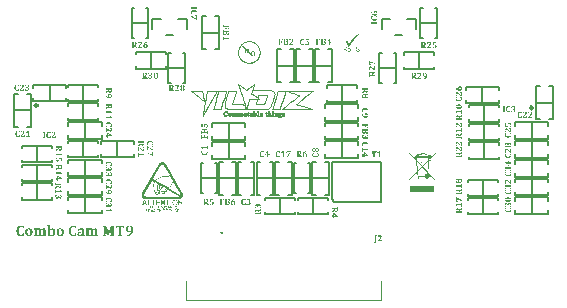
<source format=gto>
G04*
G04 #@! TF.GenerationSoftware,Altium Limited,Altium Designer,19.0.11 (319)*
G04*
G04 Layer_Color=65535*
%FSLAX25Y25*%
%MOIN*%
G70*
G01*
G75*
%ADD10C,0.00984*%
%ADD11C,0.00394*%
%ADD12C,0.00787*%
%ADD13C,0.00252*%
%ADD14C,0.00118*%
%ADD15C,0.00591*%
G36*
X-69899Y-34217D02*
X-69827D01*
X-69750Y-34223D01*
X-69594Y-34239D01*
X-69583D01*
X-69561Y-34245D01*
X-69517Y-34250D01*
X-69461Y-34261D01*
X-69400Y-34273D01*
X-69328Y-34289D01*
X-69250Y-34311D01*
X-69167Y-34334D01*
Y-35055D01*
X-69506D01*
Y-35050D01*
Y-35044D01*
X-69517Y-35011D01*
X-69533Y-34961D01*
X-69550Y-34894D01*
X-69578Y-34828D01*
X-69611Y-34761D01*
X-69650Y-34694D01*
X-69694Y-34639D01*
X-69700Y-34633D01*
X-69716Y-34617D01*
X-69744Y-34594D01*
X-69783Y-34572D01*
X-69833Y-34550D01*
X-69889Y-34528D01*
X-69955Y-34511D01*
X-70033Y-34506D01*
X-70072D01*
X-70099Y-34511D01*
X-70133Y-34517D01*
X-70166Y-34528D01*
X-70255Y-34550D01*
X-70355Y-34600D01*
X-70405Y-34628D01*
X-70449Y-34667D01*
X-70499Y-34705D01*
X-70549Y-34761D01*
X-70593Y-34816D01*
X-70632Y-34883D01*
Y-34888D01*
X-70643Y-34900D01*
X-70649Y-34922D01*
X-70665Y-34955D01*
X-70676Y-34994D01*
X-70693Y-35044D01*
X-70715Y-35100D01*
X-70732Y-35166D01*
X-70749Y-35238D01*
X-70771Y-35321D01*
X-70788Y-35416D01*
X-70799Y-35516D01*
X-70815Y-35627D01*
X-70821Y-35743D01*
X-70832Y-35871D01*
Y-36004D01*
Y-36010D01*
Y-36032D01*
Y-36071D01*
X-70826Y-36115D01*
Y-36176D01*
X-70821Y-36243D01*
X-70815Y-36315D01*
X-70810Y-36393D01*
X-70788Y-36565D01*
X-70754Y-36737D01*
X-70710Y-36903D01*
X-70682Y-36981D01*
X-70649Y-37053D01*
Y-37059D01*
X-70638Y-37070D01*
X-70627Y-37086D01*
X-70616Y-37109D01*
X-70571Y-37164D01*
X-70510Y-37231D01*
X-70438Y-37297D01*
X-70344Y-37353D01*
X-70288Y-37375D01*
X-70233Y-37392D01*
X-70171Y-37403D01*
X-70105Y-37408D01*
X-70072D01*
X-70038Y-37403D01*
X-69999D01*
X-69905Y-37380D01*
X-69855Y-37369D01*
X-69811Y-37347D01*
X-69805Y-37342D01*
X-69788Y-37336D01*
X-69772Y-37319D01*
X-69744Y-37303D01*
X-69716Y-37275D01*
X-69683Y-37242D01*
X-69655Y-37208D01*
X-69628Y-37164D01*
X-69622Y-37159D01*
X-69617Y-37142D01*
X-69600Y-37114D01*
X-69583Y-37075D01*
X-69567Y-37025D01*
X-69544Y-36970D01*
X-69522Y-36898D01*
X-69506Y-36820D01*
X-69167D01*
Y-37575D01*
X-69178D01*
X-69211Y-37586D01*
X-69267Y-37597D01*
X-69333Y-37614D01*
X-69406Y-37625D01*
X-69494Y-37641D01*
X-69666Y-37669D01*
X-69678D01*
X-69705Y-37675D01*
X-69750Y-37680D01*
X-69811D01*
X-69883Y-37686D01*
X-69961Y-37691D01*
X-70049Y-37697D01*
X-70188D01*
X-70227Y-37691D01*
X-70271D01*
X-70321Y-37686D01*
X-70377Y-37680D01*
X-70438Y-37675D01*
X-70577Y-37652D01*
X-70715Y-37619D01*
X-70854Y-37575D01*
X-70987Y-37514D01*
X-70993D01*
X-71004Y-37503D01*
X-71021Y-37492D01*
X-71043Y-37480D01*
X-71098Y-37436D01*
X-71171Y-37369D01*
X-71248Y-37292D01*
X-71331Y-37197D01*
X-71404Y-37081D01*
X-71470Y-36948D01*
Y-36942D01*
X-71476Y-36931D01*
X-71487Y-36909D01*
X-71492Y-36881D01*
X-71504Y-36842D01*
X-71520Y-36798D01*
X-71531Y-36748D01*
X-71548Y-36687D01*
X-71565Y-36620D01*
X-71576Y-36548D01*
X-71587Y-36470D01*
X-71603Y-36387D01*
X-71609Y-36293D01*
X-71620Y-36198D01*
X-71626Y-35993D01*
Y-35987D01*
Y-35971D01*
Y-35938D01*
X-71620Y-35904D01*
Y-35854D01*
X-71614Y-35799D01*
X-71609Y-35738D01*
X-71603Y-35671D01*
X-71581Y-35521D01*
X-71548Y-35366D01*
X-71504Y-35205D01*
X-71442Y-35050D01*
Y-35044D01*
X-71431Y-35033D01*
X-71426Y-35011D01*
X-71409Y-34983D01*
X-71387Y-34950D01*
X-71365Y-34911D01*
X-71304Y-34822D01*
X-71232Y-34722D01*
X-71137Y-34622D01*
X-71032Y-34522D01*
X-70904Y-34433D01*
X-70899D01*
X-70888Y-34422D01*
X-70865Y-34411D01*
X-70837Y-34400D01*
X-70804Y-34383D01*
X-70765Y-34361D01*
X-70715Y-34345D01*
X-70660Y-34322D01*
X-70604Y-34300D01*
X-70538Y-34284D01*
X-70394Y-34245D01*
X-70227Y-34223D01*
X-70049Y-34212D01*
X-69961D01*
X-69899Y-34217D01*
D02*
G37*
G36*
X-87349D02*
X-87277D01*
X-87199Y-34223D01*
X-87043Y-34239D01*
X-87032D01*
X-87010Y-34245D01*
X-86966Y-34250D01*
X-86910Y-34261D01*
X-86849Y-34273D01*
X-86777Y-34289D01*
X-86699Y-34311D01*
X-86616Y-34334D01*
Y-35055D01*
X-86955D01*
Y-35050D01*
Y-35044D01*
X-86966Y-35011D01*
X-86982Y-34961D01*
X-86999Y-34894D01*
X-87027Y-34828D01*
X-87060Y-34761D01*
X-87099Y-34694D01*
X-87143Y-34639D01*
X-87149Y-34633D01*
X-87166Y-34617D01*
X-87193Y-34594D01*
X-87232Y-34572D01*
X-87282Y-34550D01*
X-87338Y-34528D01*
X-87404Y-34511D01*
X-87482Y-34506D01*
X-87521D01*
X-87549Y-34511D01*
X-87582Y-34517D01*
X-87615Y-34528D01*
X-87704Y-34550D01*
X-87804Y-34600D01*
X-87854Y-34628D01*
X-87898Y-34667D01*
X-87948Y-34705D01*
X-87998Y-34761D01*
X-88042Y-34816D01*
X-88081Y-34883D01*
Y-34888D01*
X-88092Y-34900D01*
X-88098Y-34922D01*
X-88115Y-34955D01*
X-88126Y-34994D01*
X-88142Y-35044D01*
X-88165Y-35100D01*
X-88181Y-35166D01*
X-88198Y-35238D01*
X-88220Y-35321D01*
X-88237Y-35416D01*
X-88248Y-35516D01*
X-88265Y-35627D01*
X-88270Y-35743D01*
X-88281Y-35871D01*
Y-36004D01*
Y-36010D01*
Y-36032D01*
Y-36071D01*
X-88276Y-36115D01*
Y-36176D01*
X-88270Y-36243D01*
X-88265Y-36315D01*
X-88259Y-36393D01*
X-88237Y-36565D01*
X-88203Y-36737D01*
X-88159Y-36903D01*
X-88131Y-36981D01*
X-88098Y-37053D01*
Y-37059D01*
X-88087Y-37070D01*
X-88076Y-37086D01*
X-88065Y-37109D01*
X-88020Y-37164D01*
X-87959Y-37231D01*
X-87887Y-37297D01*
X-87793Y-37353D01*
X-87737Y-37375D01*
X-87682Y-37392D01*
X-87621Y-37403D01*
X-87554Y-37408D01*
X-87521D01*
X-87488Y-37403D01*
X-87449D01*
X-87354Y-37380D01*
X-87304Y-37369D01*
X-87260Y-37347D01*
X-87254Y-37342D01*
X-87238Y-37336D01*
X-87221Y-37319D01*
X-87193Y-37303D01*
X-87166Y-37275D01*
X-87132Y-37242D01*
X-87104Y-37208D01*
X-87077Y-37164D01*
X-87071Y-37159D01*
X-87066Y-37142D01*
X-87049Y-37114D01*
X-87032Y-37075D01*
X-87016Y-37025D01*
X-86994Y-36970D01*
X-86971Y-36898D01*
X-86955Y-36820D01*
X-86616D01*
Y-37575D01*
X-86627D01*
X-86661Y-37586D01*
X-86716Y-37597D01*
X-86783Y-37614D01*
X-86855Y-37625D01*
X-86944Y-37641D01*
X-87116Y-37669D01*
X-87127D01*
X-87155Y-37675D01*
X-87199Y-37680D01*
X-87260D01*
X-87332Y-37686D01*
X-87410Y-37691D01*
X-87499Y-37697D01*
X-87637D01*
X-87676Y-37691D01*
X-87721D01*
X-87771Y-37686D01*
X-87826Y-37680D01*
X-87887Y-37675D01*
X-88026Y-37652D01*
X-88165Y-37619D01*
X-88303Y-37575D01*
X-88437Y-37514D01*
X-88442D01*
X-88453Y-37503D01*
X-88470Y-37492D01*
X-88492Y-37480D01*
X-88548Y-37436D01*
X-88620Y-37369D01*
X-88697Y-37292D01*
X-88781Y-37197D01*
X-88853Y-37081D01*
X-88919Y-36948D01*
Y-36942D01*
X-88925Y-36931D01*
X-88936Y-36909D01*
X-88942Y-36881D01*
X-88953Y-36842D01*
X-88969Y-36798D01*
X-88980Y-36748D01*
X-88997Y-36687D01*
X-89014Y-36620D01*
X-89025Y-36548D01*
X-89036Y-36470D01*
X-89053Y-36387D01*
X-89058Y-36293D01*
X-89069Y-36198D01*
X-89075Y-35993D01*
Y-35987D01*
Y-35971D01*
Y-35938D01*
X-89069Y-35904D01*
Y-35854D01*
X-89064Y-35799D01*
X-89058Y-35738D01*
X-89053Y-35671D01*
X-89030Y-35521D01*
X-88997Y-35366D01*
X-88953Y-35205D01*
X-88892Y-35050D01*
Y-35044D01*
X-88881Y-35033D01*
X-88875Y-35011D01*
X-88858Y-34983D01*
X-88836Y-34950D01*
X-88814Y-34911D01*
X-88753Y-34822D01*
X-88681Y-34722D01*
X-88586Y-34622D01*
X-88481Y-34522D01*
X-88353Y-34433D01*
X-88348D01*
X-88337Y-34422D01*
X-88314Y-34411D01*
X-88287Y-34400D01*
X-88253Y-34383D01*
X-88214Y-34361D01*
X-88165Y-34345D01*
X-88109Y-34322D01*
X-88054Y-34300D01*
X-87987Y-34284D01*
X-87843Y-34245D01*
X-87676Y-34223D01*
X-87499Y-34212D01*
X-87410D01*
X-87349Y-34217D01*
D02*
G37*
G36*
X-53111Y-35127D02*
X-53449D01*
Y-35122D01*
X-53455Y-35100D01*
X-53466Y-35072D01*
X-53477Y-35033D01*
X-53505Y-34955D01*
X-53516Y-34916D01*
X-53527Y-34883D01*
Y-34877D01*
X-53533Y-34866D01*
X-53544Y-34833D01*
X-53566Y-34789D01*
X-53588Y-34744D01*
X-53594Y-34733D01*
X-53610Y-34711D01*
X-53632Y-34683D01*
X-53660Y-34650D01*
X-53666Y-34644D01*
X-53682Y-34628D01*
X-53705Y-34606D01*
X-53738Y-34589D01*
X-53743Y-34583D01*
X-53766Y-34578D01*
X-53799Y-34567D01*
X-53843Y-34556D01*
X-53855D01*
X-53888Y-34550D01*
X-53938Y-34545D01*
X-54188D01*
Y-37036D01*
Y-37042D01*
Y-37059D01*
Y-37081D01*
Y-37109D01*
Y-37175D01*
X-54182Y-37236D01*
Y-37247D01*
X-54176Y-37275D01*
X-54165Y-37308D01*
X-54154Y-37347D01*
X-54149Y-37353D01*
X-54137Y-37369D01*
X-54104Y-37414D01*
X-54099Y-37419D01*
X-54082Y-37431D01*
X-54060Y-37447D01*
X-54027Y-37464D01*
X-54015Y-37469D01*
X-53988Y-37475D01*
X-53949Y-37486D01*
X-53888Y-37497D01*
Y-37658D01*
X-55264D01*
Y-37497D01*
X-55259D01*
X-55248Y-37492D01*
X-55225D01*
X-55203Y-37486D01*
X-55148Y-37469D01*
X-55098Y-37453D01*
X-55092D01*
X-55087Y-37447D01*
X-55064Y-37431D01*
X-55037Y-37403D01*
X-55009Y-37369D01*
X-55003Y-37358D01*
X-54992Y-37330D01*
X-54976Y-37292D01*
X-54970Y-37236D01*
Y-37231D01*
Y-37220D01*
Y-37203D01*
X-54965Y-37181D01*
Y-37114D01*
Y-37036D01*
Y-34545D01*
X-55214D01*
X-55248Y-34550D01*
X-55325Y-34561D01*
X-55364Y-34572D01*
X-55397Y-34583D01*
X-55403D01*
X-55409Y-34589D01*
X-55442Y-34611D01*
X-55486Y-34644D01*
X-55536Y-34694D01*
Y-34700D01*
X-55547Y-34705D01*
X-55558Y-34722D01*
X-55569Y-34744D01*
X-55586Y-34772D01*
X-55603Y-34811D01*
X-55619Y-34850D01*
X-55636Y-34894D01*
Y-34900D01*
X-55642Y-34916D01*
X-55647Y-34938D01*
X-55658Y-34966D01*
X-55680Y-35044D01*
X-55703Y-35127D01*
X-56047D01*
Y-34256D01*
X-53111D01*
Y-35127D01*
D02*
G37*
G36*
X-62668Y-35149D02*
X-62618Y-35155D01*
X-62563Y-35166D01*
X-62507Y-35183D01*
X-62457Y-35199D01*
X-62451D01*
X-62435Y-35210D01*
X-62413Y-35222D01*
X-62379Y-35238D01*
X-62307Y-35288D01*
X-62274Y-35321D01*
X-62240Y-35360D01*
X-62235Y-35366D01*
X-62224Y-35383D01*
X-62213Y-35405D01*
X-62191Y-35438D01*
X-62168Y-35477D01*
X-62152Y-35521D01*
X-62129Y-35577D01*
X-62113Y-35638D01*
Y-35643D01*
X-62107Y-35666D01*
X-62102Y-35699D01*
X-62091Y-35749D01*
X-62085Y-35804D01*
X-62080Y-35871D01*
X-62074Y-35943D01*
Y-36026D01*
Y-36942D01*
Y-36948D01*
Y-36959D01*
Y-36981D01*
Y-37009D01*
Y-37075D01*
Y-37147D01*
Y-37153D01*
Y-37164D01*
Y-37181D01*
X-62068Y-37203D01*
X-62063Y-37253D01*
X-62057Y-37303D01*
X-62052Y-37314D01*
X-62046Y-37336D01*
X-62030Y-37364D01*
X-62013Y-37397D01*
X-62007Y-37403D01*
X-61991Y-37419D01*
X-61969Y-37436D01*
X-61941Y-37458D01*
X-61930Y-37464D01*
X-61908Y-37469D01*
X-61869Y-37486D01*
X-61824Y-37497D01*
Y-37658D01*
X-63029D01*
Y-37497D01*
X-63023D01*
X-63012Y-37492D01*
X-62990Y-37486D01*
X-62968Y-37475D01*
X-62918Y-37453D01*
X-62890Y-37436D01*
X-62873Y-37419D01*
X-62868Y-37408D01*
X-62851Y-37380D01*
X-62829Y-37336D01*
X-62812Y-37275D01*
Y-37269D01*
X-62807Y-37258D01*
Y-37231D01*
X-62801Y-37197D01*
Y-37153D01*
X-62796Y-37092D01*
Y-37025D01*
Y-36942D01*
Y-36270D01*
Y-36259D01*
Y-36232D01*
Y-36193D01*
Y-36143D01*
X-62801Y-36087D01*
Y-36026D01*
X-62807Y-35965D01*
X-62812Y-35910D01*
Y-35904D01*
X-62818Y-35888D01*
Y-35860D01*
X-62823Y-35827D01*
X-62845Y-35754D01*
X-62857Y-35721D01*
X-62873Y-35688D01*
Y-35682D01*
X-62879Y-35677D01*
X-62901Y-35643D01*
X-62934Y-35605D01*
X-62973Y-35571D01*
X-62984Y-35566D01*
X-63012Y-35555D01*
X-63062Y-35544D01*
X-63123Y-35538D01*
X-63162D01*
X-63201Y-35549D01*
X-63245Y-35560D01*
X-63256Y-35566D01*
X-63278Y-35571D01*
X-63317Y-35593D01*
X-63356Y-35621D01*
X-63367Y-35627D01*
X-63389Y-35643D01*
X-63417Y-35671D01*
X-63450Y-35704D01*
X-63456Y-35710D01*
X-63473Y-35732D01*
X-63495Y-35760D01*
X-63517Y-35799D01*
X-63523Y-35810D01*
X-63528Y-35832D01*
X-63539Y-35871D01*
X-63550Y-35915D01*
Y-35926D01*
Y-35943D01*
Y-35965D01*
X-63556Y-35993D01*
Y-36032D01*
Y-36076D01*
Y-36126D01*
Y-36942D01*
Y-36948D01*
Y-36970D01*
Y-36998D01*
Y-37036D01*
Y-37120D01*
X-63550Y-37159D01*
Y-37197D01*
Y-37203D01*
Y-37214D01*
X-63545Y-37247D01*
X-63539Y-37297D01*
X-63528Y-37342D01*
X-63523Y-37353D01*
X-63512Y-37375D01*
X-63489Y-37403D01*
X-63462Y-37436D01*
X-63450Y-37442D01*
X-63428Y-37458D01*
X-63384Y-37475D01*
X-63323Y-37497D01*
Y-37658D01*
X-64511D01*
Y-37497D01*
X-64505D01*
X-64494Y-37492D01*
X-64472Y-37486D01*
X-64450Y-37475D01*
X-64399Y-37453D01*
X-64372Y-37436D01*
X-64355Y-37419D01*
X-64350Y-37408D01*
X-64333Y-37380D01*
X-64311Y-37336D01*
X-64300Y-37275D01*
Y-37269D01*
X-64294Y-37258D01*
Y-37231D01*
X-64289Y-37197D01*
Y-37153D01*
X-64283Y-37092D01*
Y-37025D01*
Y-36942D01*
Y-36270D01*
Y-36265D01*
Y-36243D01*
Y-36215D01*
Y-36176D01*
Y-36087D01*
X-64289Y-35999D01*
Y-35993D01*
Y-35976D01*
Y-35960D01*
X-64294Y-35932D01*
X-64300Y-35871D01*
X-64311Y-35815D01*
Y-35810D01*
Y-35804D01*
X-64322Y-35771D01*
X-64333Y-35732D01*
X-64350Y-35693D01*
X-64355Y-35682D01*
X-64366Y-35660D01*
X-64388Y-35632D01*
X-64411Y-35605D01*
X-64416Y-35599D01*
X-64433Y-35588D01*
X-64455Y-35571D01*
X-64488Y-35555D01*
X-64494Y-35549D01*
X-64522Y-35544D01*
X-64555Y-35538D01*
X-64638D01*
X-64666Y-35544D01*
X-64727Y-35560D01*
X-64799Y-35593D01*
X-64805D01*
X-64816Y-35605D01*
X-64832Y-35616D01*
X-64860Y-35632D01*
X-64916Y-35682D01*
X-64971Y-35754D01*
Y-35760D01*
X-64982Y-35771D01*
X-64993Y-35793D01*
X-65004Y-35821D01*
X-65027Y-35888D01*
X-65032Y-35926D01*
X-65038Y-35971D01*
Y-36942D01*
Y-36953D01*
Y-36981D01*
Y-37020D01*
Y-37070D01*
X-65032Y-37181D01*
Y-37231D01*
X-65027Y-37269D01*
Y-37275D01*
X-65021Y-37286D01*
Y-37303D01*
X-65010Y-37325D01*
X-64993Y-37375D01*
X-64966Y-37419D01*
X-64955Y-37425D01*
X-64927Y-37447D01*
X-64904Y-37458D01*
X-64877Y-37475D01*
X-64843Y-37486D01*
X-64805Y-37497D01*
Y-37658D01*
X-66003D01*
Y-37497D01*
X-65998D01*
X-65981Y-37492D01*
X-65965Y-37486D01*
X-65937Y-37475D01*
X-65881Y-37447D01*
X-65859Y-37431D01*
X-65837Y-37414D01*
X-65831Y-37403D01*
X-65815Y-37375D01*
X-65793Y-37330D01*
X-65776Y-37269D01*
Y-37264D01*
X-65770Y-37253D01*
Y-37231D01*
X-65765Y-37197D01*
Y-37153D01*
X-65759Y-37092D01*
Y-37025D01*
Y-36942D01*
Y-35915D01*
Y-35910D01*
Y-35888D01*
Y-35854D01*
Y-35810D01*
Y-35721D01*
X-65765Y-35682D01*
Y-35643D01*
Y-35638D01*
Y-35627D01*
X-65770Y-35593D01*
X-65781Y-35549D01*
X-65798Y-35505D01*
X-65804Y-35493D01*
X-65815Y-35471D01*
X-65837Y-35443D01*
X-65870Y-35416D01*
X-65881Y-35410D01*
X-65892Y-35405D01*
X-65909Y-35394D01*
X-65931Y-35383D01*
X-65959Y-35371D01*
X-65992Y-35366D01*
X-66037Y-35355D01*
Y-35183D01*
X-65349Y-35166D01*
X-65038D01*
X-65077Y-35527D01*
X-65043Y-35532D01*
X-65032Y-35521D01*
X-65004Y-35499D01*
X-64960Y-35460D01*
X-64904Y-35416D01*
X-64843Y-35366D01*
X-64777Y-35316D01*
X-64705Y-35271D01*
X-64638Y-35233D01*
X-64627Y-35227D01*
X-64605Y-35216D01*
X-64572Y-35205D01*
X-64522Y-35188D01*
X-64466Y-35172D01*
X-64399Y-35155D01*
X-64333Y-35149D01*
X-64261Y-35144D01*
X-64194D01*
X-64155Y-35149D01*
X-64105Y-35155D01*
X-64055Y-35166D01*
X-64005Y-35177D01*
X-63955Y-35194D01*
X-63950D01*
X-63933Y-35199D01*
X-63911Y-35210D01*
X-63883Y-35227D01*
X-63817Y-35271D01*
X-63750Y-35333D01*
X-63745Y-35338D01*
X-63734Y-35349D01*
X-63717Y-35366D01*
X-63700Y-35394D01*
X-63678Y-35427D01*
X-63656Y-35471D01*
X-63634Y-35516D01*
X-63611Y-35571D01*
X-63606Y-35566D01*
X-63600Y-35560D01*
X-63567Y-35532D01*
X-63523Y-35488D01*
X-63462Y-35438D01*
X-63395Y-35383D01*
X-63323Y-35333D01*
X-63251Y-35277D01*
X-63178Y-35238D01*
X-63167Y-35233D01*
X-63145Y-35222D01*
X-63106Y-35210D01*
X-63056Y-35188D01*
X-63001Y-35172D01*
X-62934Y-35160D01*
X-62862Y-35149D01*
X-62784Y-35144D01*
X-62712D01*
X-62668Y-35149D01*
D02*
G37*
G36*
X-79945D02*
X-79895Y-35155D01*
X-79840Y-35166D01*
X-79784Y-35183D01*
X-79734Y-35199D01*
X-79729D01*
X-79712Y-35210D01*
X-79690Y-35222D01*
X-79656Y-35238D01*
X-79584Y-35288D01*
X-79551Y-35321D01*
X-79518Y-35360D01*
X-79512Y-35366D01*
X-79501Y-35383D01*
X-79490Y-35405D01*
X-79468Y-35438D01*
X-79446Y-35477D01*
X-79429Y-35521D01*
X-79407Y-35577D01*
X-79390Y-35638D01*
Y-35643D01*
X-79384Y-35666D01*
X-79379Y-35699D01*
X-79368Y-35749D01*
X-79362Y-35804D01*
X-79357Y-35871D01*
X-79351Y-35943D01*
Y-36026D01*
Y-36942D01*
Y-36948D01*
Y-36959D01*
Y-36981D01*
Y-37009D01*
Y-37075D01*
Y-37147D01*
Y-37153D01*
Y-37164D01*
Y-37181D01*
X-79346Y-37203D01*
X-79340Y-37253D01*
X-79335Y-37303D01*
X-79329Y-37314D01*
X-79324Y-37336D01*
X-79307Y-37364D01*
X-79290Y-37397D01*
X-79285Y-37403D01*
X-79268Y-37419D01*
X-79246Y-37436D01*
X-79218Y-37458D01*
X-79207Y-37464D01*
X-79185Y-37469D01*
X-79146Y-37486D01*
X-79101Y-37497D01*
Y-37658D01*
X-80306D01*
Y-37497D01*
X-80300D01*
X-80289Y-37492D01*
X-80267Y-37486D01*
X-80245Y-37475D01*
X-80195Y-37453D01*
X-80167Y-37436D01*
X-80150Y-37419D01*
X-80145Y-37408D01*
X-80128Y-37380D01*
X-80106Y-37336D01*
X-80089Y-37275D01*
Y-37269D01*
X-80084Y-37258D01*
Y-37231D01*
X-80078Y-37197D01*
Y-37153D01*
X-80073Y-37092D01*
Y-37025D01*
Y-36942D01*
Y-36270D01*
Y-36259D01*
Y-36232D01*
Y-36193D01*
Y-36143D01*
X-80078Y-36087D01*
Y-36026D01*
X-80084Y-35965D01*
X-80089Y-35910D01*
Y-35904D01*
X-80095Y-35888D01*
Y-35860D01*
X-80101Y-35827D01*
X-80123Y-35754D01*
X-80134Y-35721D01*
X-80150Y-35688D01*
Y-35682D01*
X-80156Y-35677D01*
X-80178Y-35643D01*
X-80212Y-35605D01*
X-80250Y-35571D01*
X-80261Y-35566D01*
X-80289Y-35555D01*
X-80339Y-35544D01*
X-80400Y-35538D01*
X-80439D01*
X-80478Y-35549D01*
X-80522Y-35560D01*
X-80533Y-35566D01*
X-80556Y-35571D01*
X-80594Y-35593D01*
X-80633Y-35621D01*
X-80644Y-35627D01*
X-80667Y-35643D01*
X-80694Y-35671D01*
X-80728Y-35704D01*
X-80733Y-35710D01*
X-80750Y-35732D01*
X-80772Y-35760D01*
X-80794Y-35799D01*
X-80800Y-35810D01*
X-80805Y-35832D01*
X-80816Y-35871D01*
X-80827Y-35915D01*
Y-35926D01*
Y-35943D01*
Y-35965D01*
X-80833Y-35993D01*
Y-36032D01*
Y-36076D01*
Y-36126D01*
Y-36942D01*
Y-36948D01*
Y-36970D01*
Y-36998D01*
Y-37036D01*
Y-37120D01*
X-80827Y-37159D01*
Y-37197D01*
Y-37203D01*
Y-37214D01*
X-80822Y-37247D01*
X-80816Y-37297D01*
X-80805Y-37342D01*
X-80800Y-37353D01*
X-80789Y-37375D01*
X-80766Y-37403D01*
X-80739Y-37436D01*
X-80728Y-37442D01*
X-80705Y-37458D01*
X-80661Y-37475D01*
X-80600Y-37497D01*
Y-37658D01*
X-81788D01*
Y-37497D01*
X-81782D01*
X-81771Y-37492D01*
X-81749Y-37486D01*
X-81727Y-37475D01*
X-81677Y-37453D01*
X-81649Y-37436D01*
X-81632Y-37419D01*
X-81627Y-37408D01*
X-81610Y-37380D01*
X-81588Y-37336D01*
X-81577Y-37275D01*
Y-37269D01*
X-81571Y-37258D01*
Y-37231D01*
X-81566Y-37197D01*
Y-37153D01*
X-81560Y-37092D01*
Y-37025D01*
Y-36942D01*
Y-36270D01*
Y-36265D01*
Y-36243D01*
Y-36215D01*
Y-36176D01*
Y-36087D01*
X-81566Y-35999D01*
Y-35993D01*
Y-35976D01*
Y-35960D01*
X-81571Y-35932D01*
X-81577Y-35871D01*
X-81588Y-35815D01*
Y-35810D01*
Y-35804D01*
X-81599Y-35771D01*
X-81610Y-35732D01*
X-81627Y-35693D01*
X-81632Y-35682D01*
X-81643Y-35660D01*
X-81665Y-35632D01*
X-81688Y-35605D01*
X-81693Y-35599D01*
X-81710Y-35588D01*
X-81732Y-35571D01*
X-81765Y-35555D01*
X-81771Y-35549D01*
X-81799Y-35544D01*
X-81832Y-35538D01*
X-81915D01*
X-81943Y-35544D01*
X-82004Y-35560D01*
X-82076Y-35593D01*
X-82082D01*
X-82093Y-35605D01*
X-82110Y-35616D01*
X-82137Y-35632D01*
X-82193Y-35682D01*
X-82248Y-35754D01*
Y-35760D01*
X-82259Y-35771D01*
X-82270Y-35793D01*
X-82282Y-35821D01*
X-82304Y-35888D01*
X-82309Y-35926D01*
X-82315Y-35971D01*
Y-36942D01*
Y-36953D01*
Y-36981D01*
Y-37020D01*
Y-37070D01*
X-82309Y-37181D01*
Y-37231D01*
X-82304Y-37269D01*
Y-37275D01*
X-82298Y-37286D01*
Y-37303D01*
X-82287Y-37325D01*
X-82270Y-37375D01*
X-82243Y-37419D01*
X-82232Y-37425D01*
X-82204Y-37447D01*
X-82182Y-37458D01*
X-82154Y-37475D01*
X-82121Y-37486D01*
X-82082Y-37497D01*
Y-37658D01*
X-83281D01*
Y-37497D01*
X-83275D01*
X-83258Y-37492D01*
X-83242Y-37486D01*
X-83214Y-37475D01*
X-83158Y-37447D01*
X-83136Y-37431D01*
X-83114Y-37414D01*
X-83109Y-37403D01*
X-83092Y-37375D01*
X-83070Y-37330D01*
X-83053Y-37269D01*
Y-37264D01*
X-83047Y-37253D01*
Y-37231D01*
X-83042Y-37197D01*
Y-37153D01*
X-83036Y-37092D01*
Y-37025D01*
Y-36942D01*
Y-35915D01*
Y-35910D01*
Y-35888D01*
Y-35854D01*
Y-35810D01*
Y-35721D01*
X-83042Y-35682D01*
Y-35643D01*
Y-35638D01*
Y-35627D01*
X-83047Y-35593D01*
X-83059Y-35549D01*
X-83075Y-35505D01*
X-83081Y-35493D01*
X-83092Y-35471D01*
X-83114Y-35443D01*
X-83147Y-35416D01*
X-83158Y-35410D01*
X-83170Y-35405D01*
X-83186Y-35394D01*
X-83209Y-35383D01*
X-83236Y-35371D01*
X-83270Y-35366D01*
X-83314Y-35355D01*
Y-35183D01*
X-82626Y-35166D01*
X-82315D01*
X-82354Y-35527D01*
X-82320Y-35532D01*
X-82309Y-35521D01*
X-82282Y-35499D01*
X-82237Y-35460D01*
X-82182Y-35416D01*
X-82121Y-35366D01*
X-82054Y-35316D01*
X-81982Y-35271D01*
X-81915Y-35233D01*
X-81904Y-35227D01*
X-81882Y-35216D01*
X-81849Y-35205D01*
X-81799Y-35188D01*
X-81743Y-35172D01*
X-81677Y-35155D01*
X-81610Y-35149D01*
X-81538Y-35144D01*
X-81471D01*
X-81432Y-35149D01*
X-81383Y-35155D01*
X-81333Y-35166D01*
X-81283Y-35177D01*
X-81233Y-35194D01*
X-81227D01*
X-81211Y-35199D01*
X-81188Y-35210D01*
X-81160Y-35227D01*
X-81094Y-35271D01*
X-81027Y-35333D01*
X-81022Y-35338D01*
X-81011Y-35349D01*
X-80994Y-35366D01*
X-80977Y-35394D01*
X-80955Y-35427D01*
X-80933Y-35471D01*
X-80911Y-35516D01*
X-80888Y-35571D01*
X-80883Y-35566D01*
X-80877Y-35560D01*
X-80844Y-35532D01*
X-80800Y-35488D01*
X-80739Y-35438D01*
X-80672Y-35383D01*
X-80600Y-35333D01*
X-80528Y-35277D01*
X-80456Y-35238D01*
X-80445Y-35233D01*
X-80422Y-35222D01*
X-80383Y-35210D01*
X-80334Y-35188D01*
X-80278Y-35172D01*
X-80212Y-35160D01*
X-80139Y-35149D01*
X-80062Y-35144D01*
X-79989D01*
X-79945Y-35149D01*
D02*
G37*
G36*
X-56457Y-34417D02*
X-56463D01*
X-56480Y-34422D01*
X-56502Y-34433D01*
X-56530Y-34439D01*
X-56591Y-34467D01*
X-56618Y-34483D01*
X-56641Y-34500D01*
X-56646Y-34506D01*
X-56663Y-34533D01*
X-56685Y-34567D01*
X-56702Y-34617D01*
Y-34622D01*
Y-34633D01*
X-56707Y-34650D01*
Y-34678D01*
X-56713Y-34711D01*
Y-34755D01*
X-56718Y-34811D01*
Y-34877D01*
Y-37036D01*
Y-37042D01*
Y-37059D01*
Y-37086D01*
Y-37120D01*
X-56713Y-37197D01*
Y-37242D01*
X-56707Y-37275D01*
Y-37281D01*
X-56702Y-37292D01*
X-56691Y-37325D01*
X-56674Y-37369D01*
X-56646Y-37414D01*
X-56635Y-37419D01*
X-56624Y-37431D01*
X-56602Y-37442D01*
X-56580Y-37453D01*
X-56546Y-37469D01*
X-56507Y-37480D01*
X-56457Y-37497D01*
Y-37658D01*
X-57734D01*
Y-37497D01*
X-57728D01*
X-57717Y-37492D01*
X-57701Y-37486D01*
X-57673Y-37475D01*
X-57629Y-37458D01*
X-57601Y-37453D01*
X-57584Y-37442D01*
X-57578Y-37436D01*
X-57556Y-37425D01*
X-57540Y-37408D01*
X-57517Y-37386D01*
X-57512Y-37380D01*
X-57506Y-37358D01*
X-57495Y-37325D01*
X-57484Y-37275D01*
Y-37269D01*
Y-37258D01*
X-57479Y-37242D01*
Y-37220D01*
Y-37186D01*
X-57473Y-37142D01*
Y-37092D01*
Y-37031D01*
Y-35810D01*
Y-35799D01*
Y-35771D01*
Y-35732D01*
Y-35671D01*
Y-35605D01*
Y-35521D01*
X-57468Y-35432D01*
Y-35333D01*
Y-35327D01*
Y-35321D01*
Y-35288D01*
X-57462Y-35238D01*
Y-35177D01*
X-57456Y-35050D01*
X-57451Y-34994D01*
Y-34944D01*
X-57501D01*
Y-34950D01*
X-57506Y-34961D01*
X-57512Y-34983D01*
X-57523Y-35005D01*
X-57545Y-35066D01*
X-57567Y-35138D01*
Y-35144D01*
X-57573Y-35155D01*
X-57584Y-35183D01*
X-57595Y-35216D01*
X-57612Y-35266D01*
X-57634Y-35321D01*
X-57656Y-35394D01*
X-57689Y-35482D01*
X-58361Y-37286D01*
X-58799D01*
X-59504Y-35260D01*
Y-35255D01*
X-59516Y-35233D01*
X-59527Y-35199D01*
X-59543Y-35155D01*
X-59560Y-35100D01*
X-59576Y-35044D01*
X-59615Y-34916D01*
X-59660D01*
Y-34922D01*
Y-34933D01*
Y-34955D01*
X-59654Y-34988D01*
Y-35027D01*
X-59649Y-35077D01*
Y-35133D01*
X-59643Y-35194D01*
Y-35260D01*
Y-35333D01*
X-59638Y-35416D01*
Y-35499D01*
X-59632Y-35688D01*
Y-35893D01*
Y-37042D01*
Y-37047D01*
Y-37070D01*
Y-37103D01*
Y-37142D01*
X-59627Y-37225D01*
X-59621Y-37264D01*
X-59615Y-37297D01*
Y-37303D01*
X-59610Y-37308D01*
X-59599Y-37342D01*
X-59582Y-37380D01*
X-59549Y-37419D01*
X-59543D01*
X-59538Y-37425D01*
X-59527Y-37436D01*
X-59504Y-37447D01*
X-59482Y-37458D01*
X-59449Y-37469D01*
X-59410Y-37486D01*
X-59366Y-37497D01*
Y-37658D01*
X-60309D01*
Y-37497D01*
X-60304D01*
X-60293Y-37492D01*
X-60276Y-37486D01*
X-60254Y-37480D01*
X-60209Y-37464D01*
X-60165Y-37442D01*
X-60154Y-37436D01*
X-60132Y-37419D01*
X-60104Y-37397D01*
X-60082Y-37364D01*
X-60076Y-37353D01*
X-60065Y-37330D01*
X-60054Y-37286D01*
X-60048Y-37236D01*
Y-37231D01*
Y-37220D01*
Y-37203D01*
X-60043Y-37181D01*
Y-37153D01*
Y-37120D01*
Y-37036D01*
Y-34877D01*
Y-34866D01*
Y-34844D01*
Y-34816D01*
Y-34772D01*
X-60048Y-34689D01*
X-60054Y-34650D01*
X-60059Y-34622D01*
Y-34617D01*
Y-34611D01*
X-60071Y-34578D01*
X-60087Y-34545D01*
X-60120Y-34506D01*
X-60132Y-34500D01*
X-60143Y-34489D01*
X-60159Y-34478D01*
X-60187Y-34467D01*
X-60220Y-34450D01*
X-60259Y-34433D01*
X-60309Y-34417D01*
Y-34256D01*
X-59066D01*
X-58378Y-36304D01*
X-57629Y-34256D01*
X-56457D01*
Y-34417D01*
D02*
G37*
G36*
X-67363Y-35149D02*
X-67297Y-35155D01*
X-67219Y-35166D01*
X-67141Y-35177D01*
X-67063Y-35199D01*
X-66991Y-35227D01*
X-66986Y-35233D01*
X-66964Y-35244D01*
X-66930Y-35260D01*
X-66886Y-35288D01*
X-66847Y-35327D01*
X-66797Y-35371D01*
X-66758Y-35421D01*
X-66719Y-35488D01*
X-66714Y-35493D01*
X-66703Y-35521D01*
X-66692Y-35560D01*
X-66669Y-35616D01*
X-66653Y-35688D01*
X-66642Y-35771D01*
X-66631Y-35871D01*
X-66625Y-35982D01*
Y-36953D01*
Y-36959D01*
Y-36981D01*
Y-37009D01*
Y-37047D01*
Y-37131D01*
X-66619Y-37170D01*
Y-37208D01*
Y-37214D01*
Y-37225D01*
X-66614Y-37258D01*
X-66608Y-37303D01*
X-66597Y-37342D01*
X-66592Y-37347D01*
X-66586Y-37369D01*
X-66575Y-37392D01*
X-66558Y-37414D01*
X-66553Y-37419D01*
X-66542Y-37425D01*
X-66520Y-37442D01*
X-66497Y-37453D01*
X-66492Y-37458D01*
X-66464Y-37464D01*
X-66420Y-37480D01*
X-66392Y-37486D01*
X-66359Y-37497D01*
Y-37658D01*
X-67286D01*
X-67263Y-37336D01*
X-67302Y-37319D01*
X-67313Y-37330D01*
X-67335Y-37353D01*
X-67380Y-37386D01*
X-67430Y-37431D01*
X-67491Y-37475D01*
X-67557Y-37525D01*
X-67630Y-37569D01*
X-67702Y-37608D01*
X-67713Y-37614D01*
X-67735Y-37619D01*
X-67774Y-37636D01*
X-67824Y-37652D01*
X-67885Y-37669D01*
X-67952Y-37680D01*
X-68029Y-37691D01*
X-68107Y-37697D01*
X-68146D01*
X-68185Y-37691D01*
X-68235Y-37686D01*
X-68296Y-37680D01*
X-68357Y-37663D01*
X-68423Y-37647D01*
X-68484Y-37619D01*
X-68490Y-37614D01*
X-68512Y-37602D01*
X-68540Y-37586D01*
X-68573Y-37564D01*
X-68612Y-37530D01*
X-68651Y-37497D01*
X-68690Y-37453D01*
X-68723Y-37403D01*
X-68729Y-37397D01*
X-68734Y-37380D01*
X-68751Y-37347D01*
X-68762Y-37308D01*
X-68778Y-37264D01*
X-68795Y-37208D01*
X-68801Y-37147D01*
X-68806Y-37081D01*
Y-37075D01*
Y-37064D01*
Y-37047D01*
X-68801Y-37020D01*
X-68789Y-36953D01*
X-68762Y-36870D01*
X-68717Y-36781D01*
X-68690Y-36731D01*
X-68656Y-36681D01*
X-68612Y-36637D01*
X-68562Y-36587D01*
X-68506Y-36542D01*
X-68445Y-36504D01*
X-68440D01*
X-68429Y-36492D01*
X-68407Y-36481D01*
X-68379Y-36470D01*
X-68340Y-36454D01*
X-68290Y-36432D01*
X-68235Y-36415D01*
X-68173Y-36393D01*
X-68101Y-36370D01*
X-68018Y-36348D01*
X-67929Y-36326D01*
X-67829Y-36304D01*
X-67724Y-36282D01*
X-67607Y-36265D01*
X-67480Y-36248D01*
X-67347Y-36237D01*
Y-35999D01*
Y-35987D01*
Y-35960D01*
Y-35921D01*
X-67352Y-35871D01*
X-67358Y-35810D01*
X-67369Y-35754D01*
X-67385Y-35693D01*
X-67402Y-35643D01*
Y-35638D01*
X-67413Y-35621D01*
X-67424Y-35599D01*
X-67435Y-35571D01*
X-67480Y-35516D01*
X-67507Y-35488D01*
X-67535Y-35466D01*
X-67541D01*
X-67552Y-35460D01*
X-67569Y-35449D01*
X-67591Y-35438D01*
X-67652Y-35421D01*
X-67735Y-35416D01*
X-67774D01*
X-67802Y-35421D01*
X-67863Y-35432D01*
X-67929Y-35455D01*
X-67935D01*
X-67946Y-35460D01*
X-67957Y-35471D01*
X-67979Y-35488D01*
X-68001Y-35510D01*
X-68029Y-35532D01*
X-68057Y-35566D01*
X-68085Y-35605D01*
Y-35610D01*
X-68096Y-35627D01*
X-68107Y-35649D01*
X-68124Y-35682D01*
X-68140Y-35727D01*
X-68157Y-35782D01*
X-68168Y-35843D01*
X-68185Y-35915D01*
X-68656D01*
Y-35460D01*
X-68645Y-35455D01*
X-68617Y-35443D01*
X-68573Y-35421D01*
X-68523Y-35399D01*
X-68462Y-35377D01*
X-68396Y-35349D01*
X-68335Y-35327D01*
X-68273Y-35305D01*
X-68268D01*
X-68246Y-35294D01*
X-68218Y-35283D01*
X-68179Y-35271D01*
X-68129Y-35260D01*
X-68079Y-35244D01*
X-67974Y-35216D01*
X-67968D01*
X-67946Y-35210D01*
X-67918Y-35205D01*
X-67885Y-35194D01*
X-67796Y-35177D01*
X-67707Y-35160D01*
X-67702D01*
X-67685Y-35155D01*
X-67663D01*
X-67635Y-35149D01*
X-67596D01*
X-67557Y-35144D01*
X-67419D01*
X-67363Y-35149D01*
D02*
G37*
G36*
X-51313Y-34217D02*
X-51274Y-34223D01*
X-51179Y-34234D01*
X-51074Y-34250D01*
X-50957Y-34284D01*
X-50846Y-34322D01*
X-50735Y-34378D01*
X-50730D01*
X-50724Y-34383D01*
X-50691Y-34411D01*
X-50641Y-34444D01*
X-50580Y-34500D01*
X-50513Y-34567D01*
X-50447Y-34650D01*
X-50380Y-34750D01*
X-50325Y-34861D01*
Y-34866D01*
X-50319Y-34877D01*
X-50314Y-34894D01*
X-50302Y-34916D01*
X-50291Y-34950D01*
X-50280Y-34983D01*
X-50269Y-35027D01*
X-50253Y-35077D01*
X-50230Y-35188D01*
X-50208Y-35316D01*
X-50191Y-35466D01*
X-50186Y-35627D01*
Y-35632D01*
Y-35655D01*
Y-35688D01*
X-50191Y-35732D01*
Y-35788D01*
X-50197Y-35849D01*
X-50203Y-35921D01*
X-50214Y-35999D01*
X-50236Y-36165D01*
X-50275Y-36343D01*
X-50330Y-36526D01*
X-50402Y-36703D01*
Y-36709D01*
X-50414Y-36726D01*
X-50425Y-36748D01*
X-50441Y-36775D01*
X-50463Y-36814D01*
X-50491Y-36859D01*
X-50558Y-36959D01*
X-50647Y-37075D01*
X-50752Y-37192D01*
X-50874Y-37303D01*
X-51019Y-37408D01*
X-51024D01*
X-51035Y-37419D01*
X-51057Y-37431D01*
X-51091Y-37447D01*
X-51130Y-37469D01*
X-51179Y-37492D01*
X-51229Y-37514D01*
X-51290Y-37536D01*
X-51363Y-37564D01*
X-51435Y-37586D01*
X-51518Y-37614D01*
X-51601Y-37636D01*
X-51796Y-37675D01*
X-52001Y-37697D01*
X-52128Y-37553D01*
Y-37375D01*
X-52101D01*
X-52073Y-37369D01*
X-52034D01*
X-51990Y-37364D01*
X-51940Y-37358D01*
X-51845Y-37342D01*
X-51840D01*
X-51823Y-37336D01*
X-51796Y-37330D01*
X-51757Y-37319D01*
X-51718Y-37308D01*
X-51668Y-37292D01*
X-51573Y-37247D01*
X-51568Y-37242D01*
X-51551Y-37236D01*
X-51524Y-37220D01*
X-51496Y-37203D01*
X-51424Y-37153D01*
X-51346Y-37086D01*
X-51340Y-37081D01*
X-51324Y-37064D01*
X-51301Y-37042D01*
X-51274Y-37009D01*
X-51246Y-36964D01*
X-51207Y-36920D01*
X-51146Y-36814D01*
X-51141Y-36809D01*
X-51130Y-36787D01*
X-51118Y-36759D01*
X-51096Y-36715D01*
X-51079Y-36670D01*
X-51057Y-36615D01*
X-51019Y-36487D01*
Y-36476D01*
X-51013Y-36454D01*
X-51002Y-36420D01*
X-50991Y-36370D01*
X-50985Y-36315D01*
X-50974Y-36248D01*
X-50952Y-36110D01*
X-50974Y-36099D01*
X-50985Y-36104D01*
X-51007Y-36121D01*
X-51046Y-36143D01*
X-51096Y-36171D01*
X-51152Y-36204D01*
X-51218Y-36237D01*
X-51285Y-36265D01*
X-51357Y-36293D01*
X-51363D01*
X-51390Y-36304D01*
X-51429Y-36309D01*
X-51479Y-36320D01*
X-51546Y-36331D01*
X-51623Y-36343D01*
X-51707Y-36348D01*
X-51801Y-36354D01*
X-51851D01*
X-51906Y-36348D01*
X-51973Y-36337D01*
X-52051Y-36320D01*
X-52134Y-36298D01*
X-52217Y-36270D01*
X-52301Y-36226D01*
X-52312Y-36220D01*
X-52334Y-36204D01*
X-52373Y-36176D01*
X-52417Y-36132D01*
X-52467Y-36082D01*
X-52517Y-36026D01*
X-52567Y-35954D01*
X-52611Y-35876D01*
X-52617Y-35865D01*
X-52628Y-35838D01*
X-52645Y-35788D01*
X-52661Y-35727D01*
X-52678Y-35649D01*
X-52695Y-35560D01*
X-52706Y-35460D01*
X-52711Y-35349D01*
Y-35344D01*
Y-35333D01*
Y-35316D01*
Y-35294D01*
X-52700Y-35233D01*
X-52689Y-35149D01*
X-52672Y-35055D01*
X-52645Y-34961D01*
X-52606Y-34855D01*
X-52556Y-34755D01*
Y-34750D01*
X-52550Y-34744D01*
X-52528Y-34711D01*
X-52489Y-34667D01*
X-52439Y-34606D01*
X-52373Y-34545D01*
X-52301Y-34478D01*
X-52206Y-34411D01*
X-52106Y-34356D01*
X-52101D01*
X-52095Y-34350D01*
X-52078Y-34345D01*
X-52056Y-34334D01*
X-52023Y-34322D01*
X-51990Y-34311D01*
X-51906Y-34284D01*
X-51807Y-34256D01*
X-51690Y-34234D01*
X-51557Y-34217D01*
X-51412Y-34212D01*
X-51346D01*
X-51313Y-34217D01*
D02*
G37*
G36*
X-74356Y-35149D02*
X-74306Y-35155D01*
X-74251Y-35160D01*
X-74184Y-35172D01*
X-74118Y-35183D01*
X-73968Y-35222D01*
X-73890Y-35249D01*
X-73818Y-35277D01*
X-73746Y-35316D01*
X-73674Y-35360D01*
X-73607Y-35410D01*
X-73546Y-35466D01*
X-73540Y-35471D01*
X-73535Y-35482D01*
X-73518Y-35499D01*
X-73496Y-35527D01*
X-73474Y-35560D01*
X-73446Y-35599D01*
X-73418Y-35643D01*
X-73391Y-35699D01*
X-73363Y-35760D01*
X-73335Y-35832D01*
X-73307Y-35904D01*
X-73285Y-35987D01*
X-73263Y-36082D01*
X-73246Y-36176D01*
X-73241Y-36282D01*
X-73235Y-36393D01*
Y-36398D01*
Y-36409D01*
Y-36437D01*
Y-36465D01*
X-73241Y-36504D01*
Y-36548D01*
X-73252Y-36648D01*
X-73274Y-36764D01*
X-73302Y-36887D01*
X-73340Y-37009D01*
X-73391Y-37125D01*
Y-37131D01*
X-73396Y-37136D01*
X-73418Y-37170D01*
X-73452Y-37225D01*
X-73501Y-37286D01*
X-73563Y-37358D01*
X-73635Y-37431D01*
X-73724Y-37497D01*
X-73823Y-37558D01*
X-73829D01*
X-73835Y-37564D01*
X-73851Y-37569D01*
X-73873Y-37580D01*
X-73901Y-37591D01*
X-73934Y-37602D01*
X-74012Y-37625D01*
X-74112Y-37652D01*
X-74229Y-37675D01*
X-74356Y-37691D01*
X-74495Y-37697D01*
X-74556D01*
X-74589Y-37691D01*
X-74623D01*
X-74711Y-37680D01*
X-74811Y-37663D01*
X-74917Y-37641D01*
X-75022Y-37614D01*
X-75128Y-37569D01*
X-75133D01*
X-75139Y-37564D01*
X-75172Y-37547D01*
X-75222Y-37514D01*
X-75278Y-37469D01*
X-75344Y-37414D01*
X-75416Y-37342D01*
X-75483Y-37258D01*
X-75544Y-37159D01*
Y-37153D01*
X-75550Y-37147D01*
X-75555Y-37131D01*
X-75566Y-37109D01*
X-75577Y-37081D01*
X-75594Y-37047D01*
X-75616Y-36964D01*
X-75644Y-36859D01*
X-75672Y-36737D01*
X-75688Y-36598D01*
X-75694Y-36443D01*
Y-36437D01*
Y-36426D01*
Y-36409D01*
Y-36387D01*
X-75688Y-36320D01*
X-75683Y-36243D01*
X-75672Y-36154D01*
X-75655Y-36054D01*
X-75633Y-35954D01*
X-75599Y-35860D01*
Y-35854D01*
X-75594Y-35849D01*
X-75583Y-35821D01*
X-75561Y-35776D01*
X-75533Y-35715D01*
X-75494Y-35655D01*
X-75450Y-35588D01*
X-75400Y-35521D01*
X-75344Y-35460D01*
X-75339Y-35455D01*
X-75316Y-35432D01*
X-75278Y-35405D01*
X-75233Y-35371D01*
X-75172Y-35333D01*
X-75105Y-35294D01*
X-75033Y-35255D01*
X-74950Y-35222D01*
X-74939Y-35216D01*
X-74911Y-35210D01*
X-74861Y-35199D01*
X-74800Y-35183D01*
X-74728Y-35166D01*
X-74645Y-35155D01*
X-74556Y-35149D01*
X-74456Y-35144D01*
X-74401D01*
X-74356Y-35149D01*
D02*
G37*
G36*
X-77825Y-35516D02*
Y-35521D01*
X-77819Y-35516D01*
X-77797Y-35499D01*
X-77769Y-35471D01*
X-77736Y-35443D01*
X-77653Y-35371D01*
X-77609Y-35338D01*
X-77564Y-35310D01*
X-77559Y-35305D01*
X-77542Y-35299D01*
X-77520Y-35283D01*
X-77492Y-35266D01*
X-77453Y-35244D01*
X-77414Y-35227D01*
X-77320Y-35188D01*
X-77314D01*
X-77298Y-35183D01*
X-77270Y-35172D01*
X-77237Y-35166D01*
X-77198Y-35155D01*
X-77153Y-35149D01*
X-77048Y-35144D01*
X-77004D01*
X-76976Y-35149D01*
X-76937Y-35155D01*
X-76898Y-35160D01*
X-76798Y-35183D01*
X-76693Y-35222D01*
X-76637Y-35244D01*
X-76582Y-35277D01*
X-76526Y-35316D01*
X-76476Y-35355D01*
X-76426Y-35405D01*
X-76382Y-35460D01*
Y-35466D01*
X-76371Y-35477D01*
X-76360Y-35493D01*
X-76349Y-35516D01*
X-76332Y-35549D01*
X-76310Y-35593D01*
X-76293Y-35638D01*
X-76271Y-35693D01*
X-76249Y-35754D01*
X-76232Y-35827D01*
X-76210Y-35899D01*
X-76193Y-35982D01*
X-76182Y-36076D01*
X-76171Y-36176D01*
X-76160Y-36282D01*
Y-36393D01*
Y-36398D01*
Y-36409D01*
Y-36437D01*
Y-36465D01*
X-76165Y-36504D01*
Y-36542D01*
X-76177Y-36648D01*
X-76193Y-36759D01*
X-76215Y-36881D01*
X-76249Y-37003D01*
X-76293Y-37120D01*
Y-37125D01*
X-76299Y-37131D01*
X-76315Y-37164D01*
X-76349Y-37220D01*
X-76388Y-37281D01*
X-76443Y-37353D01*
X-76510Y-37425D01*
X-76587Y-37492D01*
X-76682Y-37553D01*
X-76687D01*
X-76693Y-37558D01*
X-76709Y-37564D01*
X-76726Y-37575D01*
X-76782Y-37597D01*
X-76859Y-37625D01*
X-76954Y-37652D01*
X-77059Y-37675D01*
X-77187Y-37691D01*
X-77320Y-37697D01*
X-77386D01*
X-77420Y-37691D01*
X-77464D01*
X-77559Y-37680D01*
X-77670Y-37663D01*
X-77792Y-37636D01*
X-77914Y-37602D01*
X-78041Y-37558D01*
X-78224Y-37697D01*
X-78547Y-37658D01*
Y-34950D01*
Y-34944D01*
Y-34922D01*
Y-34888D01*
Y-34844D01*
Y-34755D01*
X-78552Y-34711D01*
Y-34672D01*
Y-34667D01*
Y-34655D01*
Y-34639D01*
Y-34617D01*
X-78558Y-34567D01*
X-78563Y-34511D01*
Y-34506D01*
Y-34500D01*
X-78574Y-34472D01*
X-78585Y-34433D01*
X-78602Y-34400D01*
X-78607Y-34395D01*
X-78624Y-34378D01*
X-78646Y-34356D01*
X-78680Y-34339D01*
X-78691Y-34334D01*
X-78713Y-34322D01*
X-78763Y-34306D01*
X-78791Y-34295D01*
X-78829Y-34284D01*
Y-34123D01*
X-78130Y-34089D01*
X-77825D01*
Y-35516D01*
D02*
G37*
G36*
X-84840Y-35149D02*
X-84790Y-35155D01*
X-84735Y-35160D01*
X-84668Y-35172D01*
X-84601Y-35183D01*
X-84452Y-35222D01*
X-84374Y-35249D01*
X-84302Y-35277D01*
X-84230Y-35316D01*
X-84158Y-35360D01*
X-84091Y-35410D01*
X-84030Y-35466D01*
X-84024Y-35471D01*
X-84019Y-35482D01*
X-84002Y-35499D01*
X-83980Y-35527D01*
X-83958Y-35560D01*
X-83930Y-35599D01*
X-83902Y-35643D01*
X-83874Y-35699D01*
X-83847Y-35760D01*
X-83819Y-35832D01*
X-83791Y-35904D01*
X-83769Y-35987D01*
X-83747Y-36082D01*
X-83730Y-36176D01*
X-83725Y-36282D01*
X-83719Y-36393D01*
Y-36398D01*
Y-36409D01*
Y-36437D01*
Y-36465D01*
X-83725Y-36504D01*
Y-36548D01*
X-83736Y-36648D01*
X-83758Y-36764D01*
X-83786Y-36887D01*
X-83824Y-37009D01*
X-83874Y-37125D01*
Y-37131D01*
X-83880Y-37136D01*
X-83902Y-37170D01*
X-83935Y-37225D01*
X-83986Y-37286D01*
X-84047Y-37358D01*
X-84119Y-37431D01*
X-84207Y-37497D01*
X-84307Y-37558D01*
X-84313D01*
X-84318Y-37564D01*
X-84335Y-37569D01*
X-84357Y-37580D01*
X-84385Y-37591D01*
X-84418Y-37602D01*
X-84496Y-37625D01*
X-84596Y-37652D01*
X-84712Y-37675D01*
X-84840Y-37691D01*
X-84979Y-37697D01*
X-85040D01*
X-85073Y-37691D01*
X-85107D01*
X-85195Y-37680D01*
X-85295Y-37663D01*
X-85401Y-37641D01*
X-85506Y-37614D01*
X-85612Y-37569D01*
X-85617D01*
X-85623Y-37564D01*
X-85656Y-37547D01*
X-85706Y-37514D01*
X-85761Y-37469D01*
X-85828Y-37414D01*
X-85900Y-37342D01*
X-85967Y-37258D01*
X-86028Y-37159D01*
Y-37153D01*
X-86033Y-37147D01*
X-86039Y-37131D01*
X-86050Y-37109D01*
X-86061Y-37081D01*
X-86078Y-37047D01*
X-86100Y-36964D01*
X-86128Y-36859D01*
X-86155Y-36737D01*
X-86172Y-36598D01*
X-86178Y-36443D01*
Y-36437D01*
Y-36426D01*
Y-36409D01*
Y-36387D01*
X-86172Y-36320D01*
X-86167Y-36243D01*
X-86155Y-36154D01*
X-86139Y-36054D01*
X-86117Y-35954D01*
X-86083Y-35860D01*
Y-35854D01*
X-86078Y-35849D01*
X-86067Y-35821D01*
X-86045Y-35776D01*
X-86017Y-35715D01*
X-85978Y-35655D01*
X-85934Y-35588D01*
X-85884Y-35521D01*
X-85828Y-35460D01*
X-85822Y-35455D01*
X-85800Y-35432D01*
X-85761Y-35405D01*
X-85717Y-35371D01*
X-85656Y-35333D01*
X-85589Y-35294D01*
X-85517Y-35255D01*
X-85434Y-35222D01*
X-85423Y-35216D01*
X-85395Y-35210D01*
X-85345Y-35199D01*
X-85284Y-35183D01*
X-85212Y-35166D01*
X-85129Y-35155D01*
X-85040Y-35149D01*
X-84940Y-35144D01*
X-84885D01*
X-84840Y-35149D01*
D02*
G37*
G36*
X50805Y-9982D02*
X49026Y-11805D01*
X49215D01*
Y-12782D01*
X48516D01*
X48384Y-14313D01*
X48195Y-16427D01*
X50528Y-18847D01*
X50353Y-19037D01*
X48166Y-16777D01*
X48151Y-16908D01*
X48253Y-16952D01*
X48370Y-17025D01*
X48472Y-17127D01*
X48545Y-17229D01*
X48603Y-17345D01*
X48647Y-17462D01*
X48676Y-17579D01*
X48691Y-17724D01*
X48676Y-17856D01*
X48632Y-18001D01*
X48559Y-18162D01*
X48457Y-18308D01*
X48355Y-18410D01*
X48224Y-18497D01*
X48064Y-18555D01*
X47932Y-18599D01*
X47758D01*
X47583Y-18585D01*
X47393Y-18526D01*
X47233Y-18410D01*
X47116Y-18278D01*
X47028Y-18162D01*
X46970Y-18045D01*
X45250D01*
Y-18643D01*
X44696D01*
Y-18045D01*
X44623D01*
X44477Y-16485D01*
X41984Y-19037D01*
X41809Y-18862D01*
X44448Y-16135D01*
X44331Y-14925D01*
X44171Y-13248D01*
X44098Y-12549D01*
X41634Y-9982D01*
X41809Y-9807D01*
X44069Y-12155D01*
X44010Y-11586D01*
X43631D01*
Y-11134D01*
X43981D01*
X43967Y-11032D01*
X43996Y-10974D01*
X44025Y-10930D01*
X44083Y-10872D01*
X44171Y-10799D01*
X44258Y-10741D01*
X44360Y-10682D01*
X44462Y-10639D01*
X44535Y-10595D01*
Y-10318D01*
X45133D01*
Y-10434D01*
X45323Y-10405D01*
X45512Y-10376D01*
X45687Y-10362D01*
X45804D01*
Y-10172D01*
X47203D01*
Y-10391D01*
X47378Y-10405D01*
X47597Y-10449D01*
X47801Y-10493D01*
X48005Y-10551D01*
X48195Y-10624D01*
X48326Y-10682D01*
X48428Y-10755D01*
X48501Y-10813D01*
X48530Y-10770D01*
X48603Y-10726D01*
X48691Y-10697D01*
X48793Y-10682D01*
X48895Y-10697D01*
X48997Y-10741D01*
X49070Y-10799D01*
X49128Y-10901D01*
X49157Y-10959D01*
X49172Y-11047D01*
X49157Y-11120D01*
X49143Y-11178D01*
X49113Y-11251D01*
X49070Y-11295D01*
X49026Y-11338D01*
X48982Y-11367D01*
X48953Y-11397D01*
Y-11528D01*
X50615Y-9807D01*
X50805Y-9982D01*
D02*
G37*
G36*
X50134Y-21049D02*
Y-21078D01*
Y-21107D01*
Y-21165D01*
Y-21253D01*
Y-21355D01*
Y-21369D01*
Y-21413D01*
Y-21471D01*
Y-21559D01*
Y-21661D01*
Y-21778D01*
Y-22040D01*
Y-22055D01*
Y-22098D01*
Y-22171D01*
Y-22273D01*
Y-22492D01*
Y-22725D01*
Y-22740D01*
Y-22769D01*
Y-22871D01*
Y-22988D01*
Y-23017D01*
Y-23031D01*
X42159D01*
Y-22988D01*
Y-22959D01*
Y-22900D01*
Y-22827D01*
Y-22725D01*
Y-22711D01*
Y-22667D01*
Y-22609D01*
Y-22521D01*
Y-22419D01*
Y-22302D01*
Y-22040D01*
Y-22026D01*
Y-21982D01*
Y-21909D01*
Y-21807D01*
Y-21588D01*
Y-21355D01*
Y-21340D01*
Y-21311D01*
Y-21253D01*
Y-21194D01*
Y-21136D01*
Y-21078D01*
Y-21049D01*
Y-21034D01*
X50134D01*
Y-21049D01*
D02*
G37*
G36*
X24938Y29618D02*
X24952Y29588D01*
X24981Y29545D01*
X24996Y29530D01*
X25010Y29515D01*
X25025Y29501D01*
Y29486D01*
X24981Y29457D01*
X24952Y29414D01*
X24894Y29370D01*
X24821Y29297D01*
X24719Y29195D01*
X24704Y29180D01*
X24660Y29151D01*
X24602Y29093D01*
X24529Y29005D01*
X24340Y28816D01*
X24121Y28597D01*
Y28582D01*
X24092Y28568D01*
X24004Y28480D01*
X23888Y28335D01*
X23727Y28160D01*
X23538Y27941D01*
X23348Y27693D01*
X23144Y27416D01*
X22940Y27124D01*
Y27110D01*
X22926Y27095D01*
X22896Y27051D01*
X22853Y26993D01*
X22765Y26847D01*
X22663Y26672D01*
X22546Y26468D01*
X22430Y26264D01*
X22313Y26046D01*
X22226Y25841D01*
X21540Y25317D01*
Y25331D01*
X21526Y25360D01*
X21497Y25418D01*
X21453Y25521D01*
X21424Y25594D01*
X21380Y25681D01*
X21336Y25769D01*
X21293Y25885D01*
X21234Y26016D01*
X21161Y26162D01*
Y26177D01*
X21147Y26206D01*
X21132Y26235D01*
X21103Y26293D01*
X21030Y26439D01*
X20943Y26585D01*
X20826Y26745D01*
X20724Y26877D01*
X20666Y26935D01*
X20607Y26964D01*
X20549Y26993D01*
X20491D01*
X20520Y27022D01*
X20549Y27051D01*
X20593Y27095D01*
X20651Y27154D01*
X20739Y27226D01*
X20753Y27241D01*
X20782Y27256D01*
X20826Y27299D01*
X20884Y27343D01*
X20943Y27372D01*
X21015Y27401D01*
X21088Y27416D01*
X21147Y27401D01*
X21176Y27387D01*
X21234Y27358D01*
X21307Y27299D01*
X21395Y27212D01*
X21409Y27197D01*
X21424Y27168D01*
X21453Y27110D01*
X21497Y27037D01*
X21599Y26877D01*
X21686Y26687D01*
Y26672D01*
X21701Y26658D01*
X21745Y26570D01*
X21788Y26497D01*
X21803Y26468D01*
Y26454D01*
X21817Y26468D01*
X21832Y26483D01*
X21861Y26527D01*
X21905Y26614D01*
X21992Y26716D01*
X22094Y26877D01*
X22167Y26964D01*
X22240Y27081D01*
Y27095D01*
X22255Y27110D01*
X22328Y27197D01*
X22415Y27314D01*
X22546Y27489D01*
X22707Y27693D01*
X22911Y27912D01*
X23130Y28160D01*
X23363Y28422D01*
X23377Y28437D01*
X23392Y28451D01*
X23480Y28539D01*
X23611Y28670D01*
X23786Y28816D01*
X23975Y28991D01*
X24208Y29180D01*
X24442Y29355D01*
X24690Y29515D01*
X24704D01*
X24719Y29530D01*
X24762Y29559D01*
X24777Y29574D01*
X24821Y29588D01*
X24879Y29618D01*
X24938Y29632D01*
Y29618D01*
D02*
G37*
G36*
X24879Y25360D02*
X25010Y25317D01*
X25127Y25229D01*
X25156Y25214D01*
X25200Y25142D01*
X25244Y25039D01*
X25273Y24879D01*
X25127D01*
Y24894D01*
Y24908D01*
X25113Y24967D01*
X25083Y25054D01*
X25025Y25142D01*
X25010Y25156D01*
X24952Y25185D01*
X24865Y25214D01*
X24733Y25229D01*
X24631D01*
X24544Y25200D01*
X24456Y25171D01*
X24442Y25156D01*
X24413Y25112D01*
X24384Y25025D01*
X24369Y24923D01*
Y24908D01*
X24384Y24864D01*
X24398Y24806D01*
X24427Y24748D01*
X24442Y24733D01*
X24486Y24719D01*
X24544Y24690D01*
X24631Y24660D01*
X24821Y24602D01*
X24836D01*
X24865Y24588D01*
X24908Y24573D01*
X24967Y24558D01*
X25098Y24500D01*
X25200Y24427D01*
X25214Y24398D01*
X25273Y24340D01*
X25317Y24252D01*
X25331Y24136D01*
Y24121D01*
Y24106D01*
X25317Y24019D01*
X25273Y23902D01*
X25185Y23800D01*
X25156Y23786D01*
X25083Y23742D01*
X24952Y23684D01*
X24777Y23669D01*
X24733D01*
X24675Y23684D01*
X24617D01*
X24471Y23727D01*
X24325Y23815D01*
X24296Y23844D01*
X24252Y23917D01*
X24208Y24033D01*
X24179Y24194D01*
Y24208D01*
X24325D01*
Y24194D01*
Y24179D01*
X24340Y24106D01*
X24369Y24004D01*
X24442Y23917D01*
X24471Y23902D01*
X24529Y23858D01*
X24646Y23815D01*
X24777Y23800D01*
X24806D01*
X24879Y23815D01*
X24967Y23844D01*
X25069Y23888D01*
X25083Y23902D01*
X25127Y23946D01*
X25171Y24019D01*
X25185Y24121D01*
Y24150D01*
X25171Y24194D01*
X25156Y24267D01*
X25113Y24325D01*
X25098Y24340D01*
X25040Y24369D01*
X24938Y24412D01*
X24792Y24456D01*
X24646Y24500D01*
X24631D01*
X24602Y24515D01*
X24500Y24544D01*
X24384Y24588D01*
X24340Y24631D01*
X24296Y24660D01*
X24281Y24675D01*
X24252Y24733D01*
X24223Y24821D01*
X24208Y24937D01*
Y24952D01*
Y24967D01*
X24223Y25054D01*
X24267Y25142D01*
X24354Y25244D01*
X24369D01*
X24384Y25258D01*
X24456Y25317D01*
X24588Y25360D01*
X24733Y25375D01*
X24821D01*
X24879Y25360D01*
D02*
G37*
G36*
X23888Y23713D02*
X23742D01*
Y24485D01*
X22823D01*
Y23713D01*
X22678D01*
Y25331D01*
X22823D01*
Y24631D01*
X23742D01*
Y25331D01*
X23888D01*
Y23713D01*
D02*
G37*
G36*
X20753Y25317D02*
X20797D01*
X20841Y25302D01*
X20884Y25287D01*
X20928Y25258D01*
X20943Y25244D01*
X20986Y25214D01*
X21030Y25171D01*
X21074Y25112D01*
X21088Y25098D01*
X21103Y25054D01*
X21117Y24996D01*
X21132Y24908D01*
Y24879D01*
X21117Y24821D01*
X21103Y24733D01*
X21059Y24646D01*
X21045Y24631D01*
X21001Y24588D01*
X20943Y24544D01*
X20870Y24500D01*
X20884D01*
X20928Y24485D01*
X21015Y24412D01*
Y24398D01*
X21030Y24354D01*
X21045Y24267D01*
X21059Y24136D01*
X21088Y23888D01*
Y23873D01*
Y23829D01*
X21103Y23815D01*
Y23800D01*
X21117Y23771D01*
X21147Y23742D01*
Y23713D01*
X20972D01*
Y23727D01*
Y23756D01*
X20957Y23786D01*
Y23800D01*
X20943Y23829D01*
Y23844D01*
Y23888D01*
X20928Y24092D01*
Y24106D01*
Y24121D01*
X20913Y24208D01*
X20884Y24310D01*
X20841Y24383D01*
X20826Y24398D01*
X20797Y24412D01*
X20724Y24427D01*
X20126D01*
Y23713D01*
X19980D01*
Y25331D01*
X20724D01*
X20753Y25317D01*
D02*
G37*
G36*
X21963Y24894D02*
X22021D01*
X22153Y24835D01*
X22211Y24806D01*
X22269Y24748D01*
Y24733D01*
X22284Y24719D01*
X22313Y24675D01*
X22342Y24631D01*
X22386Y24485D01*
X22401Y24296D01*
Y24281D01*
Y24252D01*
Y24194D01*
X22386Y24136D01*
X22342Y23990D01*
X22269Y23844D01*
X22240Y23815D01*
X22167Y23771D01*
X22036Y23713D01*
X21963Y23698D01*
X21876Y23684D01*
X21832D01*
X21788Y23698D01*
X21730D01*
X21599Y23756D01*
X21540Y23786D01*
X21482Y23844D01*
Y23858D01*
X21453Y23873D01*
X21409Y23960D01*
X21365Y24106D01*
X21336Y24296D01*
Y24310D01*
Y24340D01*
X21351Y24398D01*
Y24456D01*
X21395Y24617D01*
X21482Y24748D01*
Y24762D01*
X21511Y24777D01*
X21584Y24835D01*
X21701Y24879D01*
X21788Y24908D01*
X21919D01*
X21963Y24894D01*
D02*
G37*
G36*
X-40244Y-13104D02*
X-40117Y-13140D01*
X-39971Y-13176D01*
X-39807Y-13249D01*
X-39661Y-13340D01*
X-39497Y-13468D01*
X-39479Y-13486D01*
X-39442Y-13523D01*
X-39351Y-13614D01*
X-39333Y-13632D01*
X-39315Y-13668D01*
X-39242Y-13778D01*
X-33740Y-23307D01*
X-33721Y-23325D01*
X-33703Y-23380D01*
X-33667Y-23489D01*
X-33612Y-23617D01*
X-33575Y-23762D01*
X-33557Y-23945D01*
Y-24127D01*
X-33575Y-24327D01*
Y-24345D01*
X-33594Y-24382D01*
X-33612Y-24455D01*
X-33630Y-24528D01*
Y-24546D01*
X-33648Y-24582D01*
X-33685Y-24637D01*
X-33721Y-24728D01*
X-33740D01*
X-33758Y-24746D01*
X-33794Y-24801D01*
X-33849Y-24892D01*
X-33940Y-24983D01*
X-34049Y-25092D01*
X-34177Y-25202D01*
X-34341Y-25293D01*
X-34523Y-25366D01*
X-34541D01*
X-34596Y-25384D01*
X-34669Y-25402D01*
X-34742D01*
X-34760Y-25420D01*
X-34833D01*
X-34924Y-25439D01*
X-46020D01*
X-46129Y-25420D01*
X-46257Y-25384D01*
X-46421Y-25348D01*
X-46585Y-25275D01*
X-46749Y-25183D01*
X-46913Y-25056D01*
X-46931Y-25038D01*
X-46967Y-25001D01*
X-47058Y-24910D01*
X-47076Y-24892D01*
X-47095Y-24856D01*
X-47168Y-24728D01*
X-47186Y-24710D01*
X-47204Y-24655D01*
X-47240Y-24564D01*
X-47295Y-24437D01*
X-47332Y-24291D01*
X-47350Y-24127D01*
Y-23945D01*
X-47332Y-23744D01*
Y-23726D01*
X-47313Y-23671D01*
X-47295Y-23598D01*
X-47277Y-23544D01*
Y-23526D01*
X-47259Y-23489D01*
X-47222Y-23434D01*
X-47186Y-23361D01*
Y-23343D01*
Y-23325D01*
X-47168D01*
X-41683Y-13814D01*
Y-13796D01*
X-41647Y-13760D01*
X-41574Y-13650D01*
X-41428Y-13486D01*
X-41264Y-13340D01*
X-41228Y-13322D01*
X-41155Y-13286D01*
X-41137Y-13268D01*
X-41100Y-13249D01*
X-41028Y-13213D01*
X-40955Y-13176D01*
X-40845Y-13140D01*
X-40718Y-13122D01*
X-40590Y-13085D01*
X-40353D01*
X-40244Y-13104D01*
D02*
G37*
G36*
X-33740Y-27406D02*
X-33976D01*
X-34887Y-26022D01*
Y-27406D01*
X-35106D01*
Y-25657D01*
X-34869D01*
X-33958Y-27024D01*
Y-25657D01*
X-33740D01*
Y-27406D01*
D02*
G37*
G36*
X-39552D02*
X-39788D01*
X-40718Y-26022D01*
Y-27406D01*
X-40936D01*
Y-25657D01*
X-40699D01*
X-39770Y-27024D01*
Y-25657D01*
X-39552D01*
Y-27406D01*
D02*
G37*
G36*
X-37402D02*
X-37639D01*
Y-25657D01*
X-37402D01*
Y-27406D01*
D02*
G37*
G36*
X-37912Y-25858D02*
X-38495D01*
Y-27406D01*
X-38732D01*
Y-25858D01*
X-39297D01*
Y-25657D01*
X-37912D01*
Y-25858D01*
D02*
G37*
G36*
X-41283D02*
X-42321D01*
Y-26404D01*
X-41355D01*
Y-26605D01*
X-42321D01*
Y-27206D01*
X-41246D01*
Y-27406D01*
X-42558D01*
Y-25657D01*
X-41283D01*
Y-25858D01*
D02*
G37*
G36*
X-42795D02*
X-43378D01*
Y-27406D01*
X-43597D01*
Y-25858D01*
X-44180D01*
Y-25657D01*
X-42795D01*
Y-25858D01*
D02*
G37*
G36*
X-44289D02*
X-44854D01*
Y-27406D01*
X-45091D01*
Y-25858D01*
X-45674D01*
Y-25657D01*
X-44289D01*
Y-25858D01*
D02*
G37*
G36*
X-45546Y-27406D02*
X-45801D01*
X-46002Y-26878D01*
X-46730D01*
X-46931Y-27406D01*
X-47168D01*
X-46512Y-25657D01*
X-46257D01*
X-45546Y-27406D01*
D02*
G37*
G36*
X-36090Y-25639D02*
X-35944Y-25675D01*
X-35798Y-25748D01*
X-35762Y-25767D01*
X-35689Y-25821D01*
X-35598Y-25931D01*
X-35507Y-26058D01*
Y-26076D01*
X-35489Y-26094D01*
X-35452Y-26204D01*
X-35416Y-26350D01*
X-35397Y-26532D01*
Y-26550D01*
Y-26568D01*
X-35416Y-26696D01*
X-35434Y-26842D01*
X-35507Y-27005D01*
X-35525Y-27042D01*
X-35580Y-27133D01*
X-35689Y-27224D01*
X-35817Y-27315D01*
X-35853Y-27334D01*
X-35944Y-27370D01*
X-36072Y-27406D01*
X-36236Y-27425D01*
X-36272D01*
X-36381Y-27406D01*
X-36527Y-27370D01*
X-36673Y-27315D01*
X-36709Y-27297D01*
X-36782Y-27224D01*
X-36892Y-27133D01*
X-36983Y-26987D01*
Y-26969D01*
X-37001Y-26951D01*
X-37019Y-26860D01*
X-37056Y-26714D01*
X-37074Y-26550D01*
Y-26532D01*
Y-26477D01*
X-37056Y-26404D01*
X-37037Y-26295D01*
X-36964Y-26076D01*
X-36910Y-25967D01*
X-36837Y-25876D01*
X-36819Y-25858D01*
X-36801Y-25839D01*
X-36746Y-25803D01*
X-36673Y-25748D01*
X-36491Y-25657D01*
X-36363Y-25639D01*
X-36236Y-25621D01*
X-36199D01*
X-36090Y-25639D01*
D02*
G37*
G36*
X-39005Y-27698D02*
X-38987D01*
X-38969Y-27716D01*
X-38877Y-27789D01*
Y-27807D01*
X-38859Y-27825D01*
X-38841Y-27935D01*
X-38950D01*
Y-27916D01*
X-38969Y-27880D01*
X-38987Y-27844D01*
X-39023Y-27807D01*
X-39060Y-27789D01*
X-39096Y-27771D01*
X-39224D01*
X-39278Y-27789D01*
X-39315Y-27807D01*
X-39333Y-27825D01*
X-39351Y-27862D01*
X-39369Y-27898D01*
Y-27935D01*
X-39333Y-27989D01*
X-39297Y-28008D01*
X-39242Y-28026D01*
X-39151Y-28044D01*
X-39133D01*
X-39078Y-28062D01*
X-39023Y-28080D01*
X-38969Y-28099D01*
X-38950D01*
X-38932Y-28117D01*
X-38859Y-28190D01*
X-38841Y-28226D01*
X-38823Y-28317D01*
Y-28354D01*
X-38859Y-28445D01*
X-38896Y-28463D01*
X-38969Y-28518D01*
X-38987D01*
X-39023Y-28536D01*
X-39133Y-28554D01*
X-39206D01*
X-39278Y-28536D01*
X-39333Y-28518D01*
X-39351D01*
X-39369Y-28499D01*
X-39461Y-28427D01*
Y-28408D01*
X-39479Y-28390D01*
X-39497Y-28336D01*
X-39515Y-28281D01*
X-39406Y-28263D01*
Y-28299D01*
X-39369Y-28372D01*
X-39351Y-28390D01*
X-39315Y-28408D01*
X-39278Y-28445D01*
X-39023D01*
X-39005Y-28427D01*
X-38950Y-28390D01*
X-38932Y-28372D01*
Y-28317D01*
Y-28299D01*
X-38950Y-28245D01*
X-38969Y-28226D01*
X-39023Y-28190D01*
X-39060D01*
X-39114Y-28172D01*
X-39187Y-28153D01*
X-39206D01*
X-39260Y-28135D01*
X-39315Y-28117D01*
X-39351Y-28099D01*
X-39369D01*
X-39388Y-28080D01*
X-39424Y-28044D01*
X-39442Y-28008D01*
X-39461Y-27989D01*
X-39479Y-27916D01*
Y-27898D01*
Y-27880D01*
X-39442Y-27789D01*
Y-27771D01*
X-39406Y-27753D01*
X-39333Y-27698D01*
X-39315D01*
X-39278Y-27680D01*
X-39169Y-27661D01*
X-39114D01*
X-39005Y-27698D01*
D02*
G37*
G36*
X-35671D02*
X-35598Y-27734D01*
X-35580Y-27753D01*
X-35543Y-27789D01*
X-35507Y-27844D01*
X-35470Y-27916D01*
X-35580Y-27953D01*
Y-27935D01*
X-35598Y-27898D01*
X-35634Y-27844D01*
X-35671Y-27807D01*
X-35689D01*
X-35707Y-27789D01*
X-35817Y-27771D01*
X-35871D01*
X-35999Y-27807D01*
Y-27825D01*
X-36035Y-27844D01*
X-36090Y-27953D01*
Y-27971D01*
Y-28008D01*
X-36108Y-28117D01*
Y-28135D01*
Y-28172D01*
X-36090Y-28299D01*
Y-28317D01*
X-36053Y-28354D01*
X-36035Y-28390D01*
X-35981Y-28427D01*
X-35926D01*
X-35835Y-28445D01*
X-35780D01*
X-35726Y-28427D01*
X-35671Y-28408D01*
X-35653Y-28390D01*
X-35634Y-28372D01*
X-35598Y-28317D01*
X-35580Y-28245D01*
X-35452Y-28281D01*
Y-28299D01*
X-35489Y-28354D01*
X-35525Y-28427D01*
X-35598Y-28463D01*
X-35616Y-28481D01*
X-35653Y-28499D01*
X-35726Y-28536D01*
X-35817Y-28554D01*
X-35835D01*
X-35908Y-28536D01*
X-35981Y-28518D01*
X-36053Y-28481D01*
X-36072D01*
X-36108Y-28445D01*
X-36145Y-28408D01*
X-36181Y-28354D01*
Y-28336D01*
X-36199Y-28281D01*
X-36217Y-28208D01*
X-36236Y-28117D01*
Y-28099D01*
Y-28026D01*
X-36217Y-27953D01*
X-36181Y-27880D01*
X-36163Y-27862D01*
X-36145Y-27825D01*
X-36090Y-27771D01*
X-36035Y-27716D01*
X-36017Y-27698D01*
X-35962Y-27680D01*
X-35890Y-27661D01*
X-35744D01*
X-35671Y-27698D01*
D02*
G37*
G36*
X-42394D02*
X-42321Y-27734D01*
X-42303Y-27753D01*
X-42285Y-27789D01*
X-42248Y-27844D01*
X-42212Y-27916D01*
X-42321Y-27953D01*
Y-27935D01*
X-42339Y-27898D01*
X-42358Y-27844D01*
X-42412Y-27807D01*
X-42449Y-27789D01*
X-42540Y-27771D01*
X-42594D01*
X-42722Y-27807D01*
Y-27825D01*
X-42758Y-27844D01*
X-42813Y-27953D01*
Y-27971D01*
X-42831Y-28008D01*
X-42849Y-28117D01*
Y-28135D01*
Y-28172D01*
X-42813Y-28299D01*
Y-28317D01*
X-42777Y-28354D01*
X-42758Y-28390D01*
X-42704Y-28427D01*
X-42649D01*
X-42558Y-28445D01*
X-42503D01*
X-42449Y-28427D01*
X-42394Y-28408D01*
X-42376D01*
X-42358Y-28372D01*
X-42339Y-28317D01*
X-42303Y-28245D01*
X-42194Y-28281D01*
Y-28299D01*
X-42230Y-28354D01*
X-42266Y-28427D01*
X-42321Y-28463D01*
X-42339Y-28481D01*
X-42394Y-28499D01*
X-42467Y-28536D01*
X-42540Y-28554D01*
X-42558D01*
X-42631Y-28536D01*
X-42704Y-28518D01*
X-42777Y-28481D01*
X-42795D01*
X-42831Y-28445D01*
X-42868Y-28408D01*
X-42922Y-28354D01*
Y-28336D01*
X-42941Y-28281D01*
X-42959Y-28208D01*
Y-28117D01*
Y-28099D01*
Y-28026D01*
X-42941Y-27953D01*
X-42904Y-27880D01*
X-42886Y-27862D01*
X-42868Y-27825D01*
X-42813Y-27771D01*
X-42758Y-27716D01*
X-42740Y-27698D01*
X-42704Y-27680D01*
X-42631Y-27661D01*
X-42467D01*
X-42394Y-27698D01*
D02*
G37*
G36*
X-36400Y-28536D02*
X-36527D01*
Y-27680D01*
X-36400D01*
Y-28536D01*
D02*
G37*
G36*
X-36655Y-27789D02*
X-36946D01*
Y-28536D01*
X-37056D01*
Y-27789D01*
X-37347D01*
Y-27680D01*
X-36655D01*
Y-27789D01*
D02*
G37*
G36*
X-37274Y-28536D02*
X-37420D01*
X-37511Y-28299D01*
X-37875D01*
X-37985Y-28536D01*
X-38094D01*
X-37766Y-27680D01*
X-37639D01*
X-37274Y-28536D01*
D02*
G37*
G36*
X-38039Y-27789D02*
X-38331D01*
Y-28536D01*
X-38440D01*
Y-27789D01*
X-38732D01*
Y-27680D01*
X-38039D01*
Y-27789D01*
D02*
G37*
G36*
X-40736Y-27698D02*
X-40718D01*
X-40699Y-27716D01*
X-40663Y-27753D01*
X-40645Y-27789D01*
Y-27807D01*
X-40627Y-27825D01*
X-40608Y-27916D01*
Y-27935D01*
Y-27971D01*
X-40627Y-28026D01*
X-40663Y-28080D01*
X-40681D01*
X-40699Y-28117D01*
X-40754Y-28135D01*
X-40845Y-28153D01*
X-40827Y-28172D01*
X-40772Y-28208D01*
X-40754Y-28226D01*
X-40681Y-28317D01*
X-40536Y-28536D01*
X-40681D01*
X-40791Y-28372D01*
Y-28354D01*
X-40827Y-28317D01*
X-40845Y-28281D01*
X-40882Y-28245D01*
X-40900Y-28226D01*
X-40936Y-28190D01*
X-40955D01*
X-40991Y-28172D01*
X-41173D01*
Y-28536D01*
X-41301D01*
Y-27680D01*
X-40845D01*
X-40736Y-27698D01*
D02*
G37*
G36*
X-41410Y-27789D02*
X-41702D01*
Y-28536D01*
X-41829D01*
Y-27789D01*
X-42103D01*
Y-27680D01*
X-41410D01*
Y-27789D01*
D02*
G37*
G36*
X-43105D02*
X-43615D01*
Y-28044D01*
X-43141D01*
Y-28153D01*
X-43615D01*
Y-28445D01*
X-43086D01*
Y-28536D01*
X-43742D01*
Y-27680D01*
X-43105D01*
Y-27789D01*
D02*
G37*
G36*
X-44307Y-28445D02*
X-43870D01*
Y-28536D01*
X-44416D01*
Y-27680D01*
X-44307D01*
Y-28445D01*
D02*
G37*
G36*
X-44599Y-27789D02*
X-45109D01*
Y-28044D01*
X-44635D01*
Y-28153D01*
X-45109D01*
Y-28445D01*
X-44580D01*
Y-28536D01*
X-45236D01*
Y-27680D01*
X-44599D01*
Y-27789D01*
D02*
G37*
G36*
X-39898Y-27698D02*
X-39825Y-27734D01*
X-39807D01*
X-39770Y-27771D01*
X-39716Y-27807D01*
X-39679Y-27880D01*
X-39661Y-27898D01*
X-39643Y-27953D01*
X-39625Y-28026D01*
Y-28117D01*
Y-28135D01*
Y-28208D01*
X-39643Y-28281D01*
X-39679Y-28354D01*
X-39697Y-28372D01*
X-39716Y-28408D01*
X-39825Y-28499D01*
X-39843D01*
X-39880Y-28518D01*
X-39952Y-28536D01*
X-40044Y-28554D01*
X-40062D01*
X-40117Y-28536D01*
X-40189Y-28518D01*
X-40262Y-28481D01*
X-40281D01*
X-40317Y-28445D01*
X-40372Y-28408D01*
X-40408Y-28354D01*
Y-28336D01*
X-40426Y-28299D01*
X-40444Y-28226D01*
Y-28135D01*
Y-28117D01*
Y-28099D01*
X-40426Y-28008D01*
X-40390Y-27898D01*
X-40335Y-27789D01*
X-40317Y-27771D01*
X-40262Y-27716D01*
X-40171Y-27680D01*
X-40044Y-27661D01*
X-39971D01*
X-39898Y-27698D01*
D02*
G37*
G36*
X-42922Y-28864D02*
X-42904D01*
X-42886Y-28882D01*
X-42795Y-28955D01*
Y-28973D01*
X-42777Y-28991D01*
X-42758Y-29101D01*
X-42868D01*
Y-29083D01*
X-42886Y-29046D01*
X-42904Y-29010D01*
X-42941Y-28973D01*
X-42959D01*
X-42977Y-28955D01*
X-43086Y-28937D01*
X-43141D01*
X-43196Y-28955D01*
X-43232Y-28973D01*
X-43250Y-28991D01*
X-43269Y-29028D01*
X-43287Y-29064D01*
Y-29101D01*
X-43250Y-29137D01*
X-43214Y-29155D01*
X-43159Y-29174D01*
X-43068Y-29210D01*
X-43050D01*
X-43014Y-29228D01*
X-42886Y-29265D01*
X-42868D01*
X-42849Y-29283D01*
X-42813Y-29301D01*
X-42777Y-29356D01*
X-42758Y-29374D01*
X-42740Y-29465D01*
Y-29483D01*
Y-29502D01*
X-42777Y-29611D01*
X-42795Y-29647D01*
X-42886Y-29702D01*
X-42904D01*
X-42941Y-29720D01*
X-43050Y-29739D01*
X-43123D01*
X-43196Y-29720D01*
X-43250Y-29702D01*
X-43269D01*
X-43305Y-29666D01*
X-43341Y-29647D01*
X-43378Y-29593D01*
Y-29574D01*
X-43396Y-29538D01*
X-43414Y-29483D01*
X-43433Y-29429D01*
X-43323D01*
Y-29465D01*
X-43287Y-29538D01*
X-43269Y-29556D01*
X-43232Y-29574D01*
X-43196Y-29611D01*
X-43159D01*
X-43068Y-29629D01*
X-43032D01*
X-42941Y-29611D01*
X-42922Y-29593D01*
X-42868Y-29556D01*
X-42849Y-29538D01*
Y-29483D01*
Y-29465D01*
Y-29447D01*
X-42868Y-29410D01*
X-42886Y-29392D01*
X-42959Y-29356D01*
X-42977D01*
X-42995Y-29338D01*
X-43105Y-29319D01*
X-43123D01*
X-43178Y-29301D01*
X-43232Y-29283D01*
X-43269Y-29265D01*
X-43287D01*
X-43305Y-29247D01*
X-43341Y-29210D01*
X-43360Y-29174D01*
X-43378Y-29137D01*
X-43396Y-29064D01*
Y-29046D01*
Y-29028D01*
X-43360Y-28955D01*
Y-28937D01*
X-43323Y-28919D01*
X-43305Y-28882D01*
X-43250Y-28864D01*
X-43232D01*
X-43196Y-28846D01*
X-43086Y-28828D01*
X-43032D01*
X-42922Y-28864D01*
D02*
G37*
G36*
X-45419D02*
X-45400D01*
X-45382Y-28882D01*
X-45309Y-28955D01*
Y-28973D01*
X-45291Y-28991D01*
X-45273Y-29101D01*
X-45382D01*
Y-29083D01*
Y-29046D01*
X-45400Y-29010D01*
X-45437Y-28973D01*
X-45455D01*
X-45473Y-28955D01*
X-45528Y-28937D01*
X-45655D01*
X-45710Y-28955D01*
X-45746Y-28973D01*
X-45765Y-28991D01*
X-45783Y-29028D01*
X-45801Y-29064D01*
Y-29083D01*
X-45765Y-29137D01*
X-45728Y-29155D01*
X-45674Y-29174D01*
X-45583Y-29210D01*
X-45564D01*
X-45510Y-29228D01*
X-45400Y-29265D01*
X-45382D01*
X-45364Y-29283D01*
X-45309Y-29301D01*
X-45273Y-29356D01*
X-45254Y-29374D01*
X-45236Y-29465D01*
Y-29483D01*
Y-29502D01*
X-45273Y-29611D01*
X-45309Y-29647D01*
X-45400Y-29702D01*
X-45419D01*
X-45455Y-29720D01*
X-45564Y-29739D01*
X-45637D01*
X-45765Y-29702D01*
X-45783D01*
X-45801Y-29666D01*
X-45892Y-29593D01*
Y-29574D01*
X-45911Y-29538D01*
X-45929Y-29429D01*
X-45819D01*
Y-29447D01*
Y-29465D01*
X-45783Y-29538D01*
X-45765Y-29556D01*
X-45710Y-29611D01*
X-45655D01*
X-45564Y-29629D01*
X-45528D01*
X-45455Y-29611D01*
X-45437D01*
X-45419Y-29593D01*
X-45382Y-29556D01*
X-45364Y-29538D01*
X-45346Y-29483D01*
Y-29465D01*
X-45382Y-29410D01*
X-45400Y-29392D01*
X-45455Y-29356D01*
X-45473D01*
X-45510Y-29338D01*
X-45619Y-29319D01*
X-45637D01*
X-45674Y-29301D01*
X-45728Y-29283D01*
X-45783Y-29265D01*
X-45819Y-29247D01*
X-45874Y-29174D01*
X-45892Y-29137D01*
X-45911Y-29064D01*
Y-29046D01*
Y-29028D01*
X-45874Y-28955D01*
X-45856Y-28937D01*
X-45838Y-28919D01*
X-45801Y-28882D01*
X-45746Y-28864D01*
X-45728D01*
X-45692Y-28846D01*
X-45601Y-28828D01*
X-45546D01*
X-45419Y-28864D01*
D02*
G37*
G36*
X-35817D02*
X-35744Y-28900D01*
X-35726Y-28919D01*
X-35689Y-28937D01*
X-35653Y-28991D01*
X-35616Y-29083D01*
X-35726Y-29119D01*
Y-29101D01*
X-35744Y-29064D01*
X-35780Y-29010D01*
X-35817Y-28973D01*
X-35835Y-28955D01*
X-35853Y-28937D01*
X-35908Y-28919D01*
X-36017D01*
X-36072Y-28937D01*
X-36126Y-28973D01*
X-36145D01*
X-36181Y-29010D01*
X-36217Y-29046D01*
X-36236Y-29101D01*
Y-29119D01*
Y-29155D01*
X-36254Y-29283D01*
Y-29301D01*
Y-29338D01*
X-36217Y-29465D01*
Y-29483D01*
X-36199Y-29520D01*
X-36163Y-29556D01*
X-36126Y-29593D01*
X-36108D01*
X-36072Y-29611D01*
X-35981Y-29629D01*
X-35926D01*
X-35871Y-29611D01*
X-35817Y-29574D01*
X-35798Y-29556D01*
X-35780Y-29538D01*
X-35744Y-29483D01*
X-35726Y-29410D01*
X-35616Y-29447D01*
Y-29465D01*
X-35653Y-29520D01*
X-35689Y-29593D01*
X-35744Y-29666D01*
X-35762Y-29684D01*
X-35798Y-29702D01*
X-35871Y-29720D01*
X-35962Y-29739D01*
X-36053D01*
X-36126Y-29720D01*
X-36199Y-29684D01*
X-36217Y-29666D01*
X-36254Y-29629D01*
X-36290Y-29574D01*
X-36327Y-29502D01*
Y-29483D01*
X-36345Y-29447D01*
X-36363Y-29374D01*
X-36381Y-29283D01*
Y-29265D01*
Y-29192D01*
X-36363Y-29119D01*
X-36327Y-29046D01*
X-36309Y-29028D01*
X-36290Y-28991D01*
X-36236Y-28937D01*
X-36181Y-28882D01*
X-36163Y-28864D01*
X-36126Y-28846D01*
X-36053Y-28828D01*
X-35890D01*
X-35817Y-28864D01*
D02*
G37*
G36*
X-43578Y-29720D02*
X-43706D01*
X-44161Y-29028D01*
Y-29720D01*
X-44271D01*
Y-28846D01*
X-44161D01*
X-43688Y-29538D01*
Y-28846D01*
X-43578D01*
Y-29720D01*
D02*
G37*
G36*
X-37128D02*
X-37238D01*
X-37584Y-28846D01*
X-37456D01*
X-37238Y-29483D01*
Y-29502D01*
X-37220Y-29538D01*
X-37183Y-29629D01*
Y-29611D01*
Y-29574D01*
X-37147Y-29483D01*
X-36910Y-28846D01*
X-36782D01*
X-37128Y-29720D01*
D02*
G37*
G36*
X-40791D02*
X-40900D01*
X-41246Y-28846D01*
X-41119D01*
X-40900Y-29483D01*
X-40882Y-29502D01*
X-40863Y-29556D01*
X-40845Y-29629D01*
Y-29611D01*
X-40827Y-29574D01*
X-40791Y-29483D01*
X-40572Y-28846D01*
X-40444D01*
X-40791Y-29720D01*
D02*
G37*
G36*
X-34833Y-28955D02*
X-35343D01*
Y-29210D01*
X-34869D01*
Y-29319D01*
X-35343D01*
Y-29611D01*
X-34815D01*
Y-29720D01*
X-35452D01*
Y-28846D01*
X-34833D01*
Y-28955D01*
D02*
G37*
G36*
X-36545Y-29720D02*
X-36655D01*
Y-28846D01*
X-36545D01*
Y-29720D01*
D02*
G37*
G36*
X-37675Y-28955D02*
X-38185D01*
Y-29210D01*
X-37712D01*
Y-29319D01*
X-38185D01*
Y-29611D01*
X-37657D01*
Y-29720D01*
X-38313D01*
Y-28846D01*
X-37675D01*
Y-28955D01*
D02*
G37*
G36*
X-38732Y-28864D02*
X-38714D01*
X-38695Y-28882D01*
X-38604Y-28919D01*
X-38586Y-28937D01*
X-38568Y-28955D01*
X-38495Y-29064D01*
Y-29083D01*
X-38477Y-29119D01*
Y-29192D01*
Y-29283D01*
Y-29301D01*
Y-29338D01*
Y-29392D01*
X-38495Y-29447D01*
Y-29465D01*
X-38513Y-29483D01*
X-38550Y-29574D01*
X-38586Y-29611D01*
X-38622Y-29666D01*
X-38659Y-29684D01*
X-38732Y-29702D01*
X-38768D01*
X-38877Y-29720D01*
X-39187D01*
Y-28846D01*
X-38841D01*
X-38732Y-28864D01*
D02*
G37*
G36*
X-39716Y-28955D02*
X-40226D01*
Y-29210D01*
X-39752D01*
Y-29319D01*
X-40226D01*
Y-29611D01*
X-39697D01*
Y-29720D01*
X-40335D01*
Y-28846D01*
X-39716D01*
Y-28955D01*
D02*
G37*
G36*
X-41355Y-29720D02*
X-41483D01*
Y-28846D01*
X-41355D01*
Y-29720D01*
D02*
G37*
G36*
X-41611Y-28955D02*
X-41902D01*
Y-29720D01*
X-42011D01*
Y-28955D01*
X-42303D01*
Y-28846D01*
X-41611D01*
Y-28955D01*
D02*
G37*
G36*
X-42449Y-29720D02*
X-42558D01*
Y-28846D01*
X-42449D01*
Y-29720D01*
D02*
G37*
G36*
X-44453Y-28955D02*
X-44963D01*
Y-29210D01*
X-44489D01*
Y-29319D01*
X-44963D01*
Y-29611D01*
X-44435D01*
Y-29720D01*
X-45072D01*
Y-28846D01*
X-44453D01*
Y-28955D01*
D02*
G37*
G36*
X-11293Y27288D02*
X-11184Y27279D01*
X-11047Y27260D01*
X-10892Y27242D01*
X-10710Y27206D01*
X-10519Y27160D01*
X-10318Y27096D01*
X-10100Y27024D01*
X-9872Y26932D01*
X-9653Y26823D01*
X-9416Y26696D01*
X-9198Y26550D01*
X-8970Y26377D01*
X-8760Y26176D01*
X-8751Y26167D01*
X-8715Y26122D01*
X-8660Y26067D01*
X-8587Y25976D01*
X-8496Y25867D01*
X-8405Y25739D01*
X-8305Y25593D01*
X-8196Y25420D01*
X-8095Y25229D01*
X-7995Y25028D01*
X-7895Y24801D01*
X-7813Y24564D01*
X-7740Y24318D01*
X-7685Y24045D01*
X-7649Y23771D01*
X-7640Y23480D01*
Y23462D01*
Y23407D01*
X-7649Y23325D01*
X-7658Y23216D01*
X-7676Y23079D01*
X-7695Y22924D01*
X-7731Y22742D01*
X-7777Y22551D01*
X-7840Y22350D01*
X-7913Y22131D01*
X-8004Y21904D01*
X-8114Y21676D01*
X-8241Y21448D01*
X-8387Y21220D01*
X-8560Y21002D01*
X-8760Y20783D01*
X-8770Y20774D01*
X-8815Y20738D01*
X-8870Y20683D01*
X-8961Y20610D01*
X-9070Y20528D01*
X-9198Y20428D01*
X-9343Y20328D01*
X-9517Y20227D01*
X-9699Y20127D01*
X-9908Y20027D01*
X-10127Y19927D01*
X-10364Y19845D01*
X-10619Y19772D01*
X-10883Y19717D01*
X-11156Y19681D01*
X-11448Y19672D01*
X-11521D01*
X-11603Y19681D01*
X-11712Y19690D01*
X-11849Y19708D01*
X-12004Y19726D01*
X-12186Y19763D01*
X-12377Y19808D01*
X-12587Y19872D01*
X-12805Y19945D01*
X-13024Y20036D01*
X-13252Y20145D01*
X-13479Y20264D01*
X-13707Y20419D01*
X-13935Y20592D01*
X-14144Y20783D01*
X-14154Y20792D01*
X-14190Y20838D01*
X-14245Y20902D01*
X-14318Y20984D01*
X-14400Y21093D01*
X-14500Y21220D01*
X-14600Y21375D01*
X-14700Y21539D01*
X-14800Y21731D01*
X-14901Y21931D01*
X-15001Y22159D01*
X-15083Y22396D01*
X-15156Y22642D01*
X-15210Y22915D01*
X-15247Y23188D01*
X-15256Y23480D01*
Y23489D01*
Y23498D01*
Y23553D01*
X-15247Y23635D01*
X-15238Y23744D01*
X-15220Y23881D01*
X-15201Y24035D01*
X-15165Y24218D01*
X-15119Y24409D01*
X-15055Y24619D01*
X-14983Y24828D01*
X-14891Y25056D01*
X-14782Y25284D01*
X-14664Y25511D01*
X-14509Y25739D01*
X-14336Y25958D01*
X-14144Y26176D01*
X-14135Y26185D01*
X-14090Y26222D01*
X-14035Y26276D01*
X-13944Y26349D01*
X-13835Y26441D01*
X-13707Y26532D01*
X-13561Y26632D01*
X-13388Y26741D01*
X-13206Y26841D01*
X-12997Y26942D01*
X-12778Y27042D01*
X-12541Y27124D01*
X-12286Y27197D01*
X-12022Y27251D01*
X-11739Y27288D01*
X-11448Y27297D01*
X-11375D01*
X-11293Y27288D01*
D02*
G37*
G36*
X31046Y-9502D02*
X31040Y-9505D01*
X31023Y-9508D01*
X31003Y-9518D01*
X30981Y-9528D01*
X30977Y-9531D01*
X30964Y-9538D01*
X30944Y-9554D01*
X30922Y-9577D01*
X30915Y-9584D01*
X30902Y-9600D01*
X30879Y-9633D01*
X30849Y-9676D01*
X30846Y-9679D01*
X30843Y-9689D01*
X30833Y-9702D01*
X30820Y-9722D01*
X30807Y-9748D01*
X30790Y-9777D01*
X30771Y-9810D01*
X30751Y-9849D01*
X30328Y-10643D01*
Y-11050D01*
Y-11053D01*
Y-11063D01*
Y-11076D01*
Y-11093D01*
Y-11132D01*
X30331Y-11168D01*
Y-11175D01*
X30334Y-11191D01*
X30341Y-11211D01*
X30347Y-11234D01*
X30351Y-11237D01*
X30357Y-11247D01*
X30377Y-11273D01*
X30380Y-11276D01*
X30390Y-11283D01*
X30403Y-11293D01*
X30423Y-11303D01*
X30430Y-11306D01*
X30446Y-11309D01*
X30472Y-11316D01*
X30508Y-11322D01*
Y-11417D01*
X29691D01*
Y-11322D01*
X29695D01*
X29701Y-11319D01*
X29714D01*
X29728Y-11316D01*
X29760Y-11306D01*
X29790Y-11296D01*
X29793D01*
X29796Y-11293D01*
X29810Y-11283D01*
X29826Y-11270D01*
X29842Y-11250D01*
X29846Y-11243D01*
X29852Y-11227D01*
X29862Y-11204D01*
X29865Y-11171D01*
Y-11168D01*
Y-11162D01*
X29869Y-11152D01*
Y-11139D01*
Y-11119D01*
X29872Y-11099D01*
Y-11050D01*
Y-10643D01*
X29472Y-9800D01*
X29468Y-9797D01*
X29462Y-9784D01*
X29452Y-9764D01*
X29442Y-9741D01*
X29416Y-9689D01*
X29403Y-9663D01*
X29390Y-9643D01*
Y-9640D01*
X29383Y-9633D01*
X29377Y-9623D01*
X29370Y-9607D01*
X29350Y-9580D01*
X29340Y-9564D01*
X29331Y-9554D01*
X29327Y-9551D01*
X29318Y-9541D01*
X29301Y-9528D01*
X29285Y-9518D01*
X29281Y-9515D01*
X29272Y-9512D01*
X29252Y-9508D01*
X29229Y-9502D01*
Y-9407D01*
X30016D01*
Y-9502D01*
X30013D01*
X30000Y-9505D01*
X29980Y-9512D01*
X29960Y-9522D01*
X29937Y-9538D01*
X29921Y-9558D01*
X29908Y-9584D01*
X29901Y-9617D01*
Y-9623D01*
X29905Y-9643D01*
X29908Y-9669D01*
X29918Y-9708D01*
Y-9712D01*
X29921Y-9718D01*
X29928Y-9728D01*
X29934Y-9745D01*
X29941Y-9764D01*
X29954Y-9790D01*
X29964Y-9817D01*
X29980Y-9849D01*
X30229Y-10404D01*
X30498Y-9863D01*
X30502Y-9859D01*
X30505Y-9849D01*
X30512Y-9833D01*
X30521Y-9813D01*
X30538Y-9771D01*
X30554Y-9728D01*
Y-9725D01*
X30557Y-9718D01*
X30561Y-9708D01*
X30564Y-9692D01*
X30567Y-9659D01*
X30571Y-9620D01*
Y-9617D01*
Y-9610D01*
X30567Y-9590D01*
X30557Y-9564D01*
X30538Y-9538D01*
X30531Y-9531D01*
X30518Y-9522D01*
X30492Y-9508D01*
X30456Y-9502D01*
Y-9407D01*
X31046D01*
Y-9502D01*
D02*
G37*
G36*
X32224Y-9387D02*
Y-9407D01*
X32220Y-9439D01*
Y-9482D01*
X32217Y-9541D01*
Y-9607D01*
X32214Y-9685D01*
Y-9774D01*
Y-11007D01*
Y-11011D01*
Y-11020D01*
Y-11037D01*
Y-11056D01*
X32217Y-11099D01*
X32220Y-11119D01*
X32224Y-11139D01*
Y-11142D01*
X32227Y-11145D01*
X32230Y-11162D01*
X32243Y-11184D01*
X32256Y-11207D01*
X32263Y-11211D01*
X32276Y-11224D01*
X32299Y-11237D01*
X32329Y-11250D01*
X32332D01*
X32338Y-11253D01*
X32348Y-11257D01*
X32361Y-11260D01*
X32397Y-11266D01*
X32443Y-11276D01*
X32456D01*
X32473Y-11280D01*
X32493D01*
X32519Y-11283D01*
X32552D01*
X32588Y-11286D01*
X32627D01*
Y-11417D01*
X31354D01*
Y-11286D01*
X31361D01*
X31381Y-11283D01*
X31410D01*
X31443Y-11280D01*
X31518Y-11273D01*
X31554Y-11270D01*
X31584Y-11266D01*
X31587D01*
X31597Y-11263D01*
X31610Y-11260D01*
X31623Y-11257D01*
X31659Y-11243D01*
X31676Y-11237D01*
X31692Y-11227D01*
X31696D01*
X31699Y-11224D01*
X31715Y-11207D01*
X31732Y-11188D01*
X31748Y-11158D01*
Y-11155D01*
X31751Y-11148D01*
X31755Y-11139D01*
X31758Y-11122D01*
Y-11102D01*
X31761Y-11076D01*
X31764Y-11043D01*
Y-11007D01*
Y-9941D01*
Y-9938D01*
Y-9932D01*
Y-9922D01*
X31761Y-9905D01*
X31755Y-9879D01*
X31748Y-9863D01*
X31741Y-9853D01*
X31738Y-9849D01*
X31725Y-9840D01*
X31705Y-9830D01*
X31679Y-9826D01*
X31673D01*
X31663Y-9830D01*
X31653D01*
X31620Y-9843D01*
X31597Y-9849D01*
X31574Y-9863D01*
X31571D01*
X31561Y-9869D01*
X31545Y-9879D01*
X31522Y-9892D01*
X31492Y-9912D01*
X31453Y-9935D01*
X31407Y-9964D01*
X31354Y-10000D01*
X31266Y-9843D01*
X32033Y-9380D01*
X32224D01*
Y-9387D01*
D02*
G37*
G36*
X-44331Y16797D02*
X-44289Y16794D01*
X-44240Y16788D01*
X-44187Y16778D01*
X-44131Y16765D01*
X-44079Y16748D01*
X-44076D01*
X-44072Y16745D01*
X-44056Y16738D01*
X-44030Y16728D01*
X-44000Y16712D01*
X-43964Y16689D01*
X-43928Y16666D01*
X-43892Y16637D01*
X-43862Y16601D01*
X-43859Y16597D01*
X-43849Y16584D01*
X-43839Y16565D01*
X-43823Y16535D01*
X-43810Y16502D01*
X-43800Y16463D01*
X-43790Y16417D01*
X-43787Y16368D01*
Y16361D01*
Y16348D01*
X-43790Y16322D01*
X-43793Y16292D01*
X-43800Y16260D01*
X-43807Y16223D01*
X-43820Y16184D01*
X-43836Y16148D01*
X-43839Y16145D01*
X-43846Y16131D01*
X-43856Y16115D01*
X-43872Y16092D01*
X-43892Y16066D01*
X-43915Y16036D01*
X-43944Y16010D01*
X-43977Y15981D01*
X-43981Y15977D01*
X-43994Y15968D01*
X-44013Y15954D01*
X-44039Y15938D01*
X-44076Y15918D01*
X-44115Y15892D01*
X-44161Y15869D01*
X-44213Y15843D01*
Y15830D01*
X-44207D01*
X-44190Y15826D01*
X-44167Y15820D01*
X-44135Y15810D01*
X-44099Y15800D01*
X-44063Y15784D01*
X-44020Y15767D01*
X-43981Y15744D01*
X-43977Y15741D01*
X-43964Y15735D01*
X-43944Y15718D01*
X-43918Y15699D01*
X-43892Y15676D01*
X-43862Y15646D01*
X-43836Y15613D01*
X-43810Y15574D01*
X-43807Y15571D01*
X-43800Y15554D01*
X-43790Y15535D01*
X-43777Y15505D01*
X-43767Y15469D01*
X-43757Y15426D01*
X-43751Y15380D01*
X-43748Y15328D01*
Y15325D01*
Y15321D01*
Y15312D01*
Y15298D01*
X-43751Y15266D01*
X-43757Y15226D01*
X-43767Y15177D01*
X-43784Y15128D01*
X-43803Y15075D01*
X-43833Y15023D01*
X-43836Y15016D01*
X-43849Y15000D01*
X-43869Y14977D01*
X-43895Y14947D01*
X-43931Y14915D01*
X-43974Y14882D01*
X-44026Y14846D01*
X-44085Y14816D01*
X-44089D01*
X-44092Y14813D01*
X-44102Y14810D01*
X-44115Y14803D01*
X-44131Y14800D01*
X-44151Y14793D01*
X-44200Y14780D01*
X-44259Y14764D01*
X-44328Y14754D01*
X-44407Y14744D01*
X-44495Y14741D01*
X-44525D01*
X-44558Y14744D01*
X-44600D01*
X-44650Y14747D01*
X-44705Y14754D01*
X-44764Y14761D01*
X-44823Y14770D01*
X-44830D01*
X-44850Y14777D01*
X-44879Y14784D01*
X-44919Y14793D01*
X-44961Y14803D01*
X-45007Y14816D01*
X-45056Y14833D01*
X-45102Y14852D01*
Y15223D01*
X-44837D01*
Y15220D01*
X-44833Y15216D01*
X-44830Y15197D01*
X-44820Y15167D01*
X-44807Y15131D01*
X-44787Y15092D01*
X-44768Y15049D01*
X-44745Y15013D01*
X-44719Y14980D01*
X-44715Y14977D01*
X-44705Y14967D01*
X-44686Y14957D01*
X-44663Y14944D01*
X-44633Y14928D01*
X-44597Y14918D01*
X-44558Y14908D01*
X-44512Y14905D01*
X-44499D01*
X-44482Y14908D01*
X-44463Y14911D01*
X-44440Y14918D01*
X-44413Y14924D01*
X-44384Y14938D01*
X-44354Y14954D01*
X-44328Y14974D01*
X-44299Y15000D01*
X-44272Y15030D01*
X-44249Y15069D01*
X-44230Y15112D01*
X-44213Y15164D01*
X-44203Y15223D01*
X-44200Y15292D01*
Y15295D01*
Y15302D01*
Y15312D01*
Y15325D01*
X-44207Y15364D01*
X-44213Y15407D01*
X-44227Y15459D01*
X-44246Y15508D01*
X-44276Y15558D01*
X-44312Y15600D01*
X-44318Y15604D01*
X-44331Y15617D01*
X-44358Y15633D01*
X-44394Y15653D01*
X-44440Y15669D01*
X-44495Y15686D01*
X-44564Y15699D01*
X-44643Y15702D01*
X-44761D01*
Y15869D01*
X-44748D01*
X-44735Y15872D01*
X-44719D01*
X-44695Y15876D01*
X-44673Y15879D01*
X-44614Y15889D01*
X-44551Y15902D01*
X-44486Y15922D01*
X-44427Y15951D01*
X-44371Y15987D01*
X-44364Y15994D01*
X-44351Y16007D01*
X-44328Y16033D01*
X-44302Y16069D01*
X-44279Y16115D01*
X-44256Y16171D01*
X-44243Y16233D01*
X-44236Y16309D01*
Y16312D01*
Y16315D01*
Y16335D01*
X-44240Y16364D01*
X-44246Y16400D01*
X-44253Y16440D01*
X-44266Y16483D01*
X-44282Y16522D01*
X-44305Y16555D01*
X-44309Y16558D01*
X-44318Y16568D01*
X-44331Y16581D01*
X-44354Y16597D01*
X-44381Y16614D01*
X-44413Y16627D01*
X-44453Y16637D01*
X-44499Y16640D01*
X-44525D01*
X-44541Y16637D01*
X-44587Y16627D01*
X-44633Y16607D01*
X-44636D01*
X-44643Y16601D01*
X-44653Y16594D01*
X-44669Y16581D01*
X-44686Y16565D01*
X-44702Y16545D01*
X-44722Y16522D01*
X-44741Y16496D01*
X-44745Y16492D01*
X-44748Y16483D01*
X-44758Y16463D01*
X-44768Y16440D01*
X-44778Y16410D01*
X-44791Y16374D01*
X-44800Y16335D01*
X-44810Y16289D01*
X-45076D01*
Y16640D01*
X-45073Y16643D01*
X-45060Y16646D01*
X-45040Y16656D01*
X-45014Y16666D01*
X-44981Y16676D01*
X-44941Y16692D01*
X-44899Y16705D01*
X-44850Y16722D01*
X-44800Y16735D01*
X-44745Y16751D01*
X-44633Y16774D01*
X-44515Y16794D01*
X-44456Y16797D01*
X-44397Y16801D01*
X-44368D01*
X-44331Y16797D01*
D02*
G37*
G36*
X-46185Y16771D02*
X-46139Y16768D01*
X-46090Y16765D01*
X-46037Y16758D01*
X-45991Y16751D01*
X-45985D01*
X-45971Y16748D01*
X-45948Y16742D01*
X-45919Y16735D01*
X-45886Y16722D01*
X-45850Y16709D01*
X-45778Y16676D01*
X-45775Y16673D01*
X-45765Y16669D01*
X-45752Y16660D01*
X-45732Y16650D01*
X-45693Y16614D01*
X-45650Y16571D01*
X-45647Y16568D01*
X-45640Y16561D01*
X-45630Y16548D01*
X-45617Y16528D01*
X-45604Y16509D01*
X-45591Y16483D01*
X-45568Y16427D01*
Y16423D01*
X-45565Y16414D01*
X-45558Y16394D01*
X-45552Y16371D01*
X-45548Y16345D01*
X-45542Y16312D01*
X-45538Y16273D01*
Y16233D01*
Y16227D01*
Y16210D01*
X-45542Y16181D01*
X-45545Y16148D01*
X-45552Y16109D01*
X-45561Y16066D01*
X-45575Y16023D01*
X-45591Y15984D01*
X-45594Y15981D01*
X-45601Y15968D01*
X-45611Y15948D01*
X-45627Y15925D01*
X-45647Y15899D01*
X-45670Y15869D01*
X-45696Y15840D01*
X-45725Y15813D01*
X-45729Y15810D01*
X-45742Y15800D01*
X-45761Y15787D01*
X-45785Y15771D01*
X-45817Y15751D01*
X-45857Y15731D01*
X-45903Y15708D01*
X-45955Y15686D01*
Y15669D01*
X-45952Y15666D01*
X-45935Y15659D01*
X-45916Y15649D01*
X-45893Y15636D01*
X-45863Y15620D01*
X-45834Y15597D01*
X-45804Y15574D01*
X-45778Y15544D01*
X-45775Y15541D01*
X-45765Y15531D01*
X-45752Y15512D01*
X-45735Y15489D01*
X-45716Y15462D01*
X-45693Y15426D01*
X-45670Y15387D01*
X-45647Y15344D01*
X-45555Y15144D01*
X-45552Y15138D01*
X-45545Y15121D01*
X-45532Y15098D01*
X-45515Y15069D01*
X-45476Y15003D01*
X-45453Y14970D01*
X-45430Y14941D01*
X-45427Y14938D01*
X-45420Y14931D01*
X-45407Y14918D01*
X-45388Y14905D01*
X-45368Y14892D01*
X-45342Y14879D01*
X-45315Y14869D01*
X-45286Y14859D01*
Y14764D01*
X-45853D01*
X-45857Y14770D01*
X-45870Y14787D01*
X-45886Y14813D01*
X-45909Y14852D01*
X-45939Y14901D01*
X-45971Y14961D01*
X-46007Y15033D01*
X-46047Y15115D01*
X-46162Y15364D01*
X-46165Y15371D01*
X-46172Y15384D01*
X-46181Y15403D01*
X-46191Y15426D01*
X-46221Y15479D01*
X-46237Y15505D01*
X-46250Y15525D01*
Y15528D01*
X-46257Y15531D01*
X-46273Y15551D01*
X-46296Y15571D01*
X-46326Y15587D01*
X-46329D01*
X-46332Y15590D01*
X-46342Y15594D01*
X-46355Y15597D01*
X-46372Y15600D01*
X-46395Y15604D01*
X-46417Y15607D01*
X-46532D01*
Y15131D01*
Y15128D01*
Y15115D01*
Y15095D01*
Y15072D01*
X-46529Y15020D01*
X-46526Y14997D01*
X-46523Y14977D01*
Y14974D01*
X-46519Y14970D01*
X-46513Y14951D01*
X-46499Y14928D01*
X-46483Y14905D01*
X-46477Y14901D01*
X-46470Y14895D01*
X-46457Y14888D01*
X-46444Y14882D01*
X-46424Y14875D01*
X-46401Y14865D01*
X-46372Y14859D01*
Y14764D01*
X-47146D01*
Y14859D01*
X-47142D01*
X-47136Y14862D01*
X-47116Y14869D01*
X-47087Y14879D01*
X-47060Y14892D01*
X-47054Y14895D01*
X-47041Y14905D01*
X-47028Y14918D01*
X-47014Y14938D01*
X-47011Y14944D01*
X-47005Y14957D01*
X-46998Y14984D01*
X-46995Y15013D01*
Y15016D01*
Y15023D01*
X-46992Y15033D01*
Y15046D01*
X-46988Y15085D01*
Y15131D01*
Y16404D01*
Y16407D01*
Y16417D01*
Y16427D01*
Y16443D01*
Y16483D01*
X-46992Y16519D01*
Y16522D01*
Y16528D01*
X-46995Y16548D01*
X-47001Y16571D01*
X-47011Y16597D01*
X-47014Y16604D01*
X-47024Y16614D01*
X-47037Y16630D01*
X-47060Y16643D01*
X-47067Y16646D01*
X-47083Y16656D01*
X-47110Y16666D01*
X-47146Y16679D01*
Y16774D01*
X-46224D01*
X-46185Y16771D01*
D02*
G37*
G36*
X-42537Y16797D02*
X-42508Y16794D01*
X-42472Y16788D01*
X-42436Y16781D01*
X-42393Y16771D01*
X-42350Y16758D01*
X-42308Y16738D01*
X-42262Y16719D01*
X-42216Y16696D01*
X-42173Y16666D01*
X-42134Y16633D01*
X-42094Y16594D01*
X-42058Y16551D01*
X-42055Y16548D01*
X-42052Y16542D01*
X-42042Y16525D01*
X-42029Y16506D01*
X-42016Y16479D01*
X-42003Y16446D01*
X-41986Y16410D01*
X-41967Y16364D01*
X-41950Y16315D01*
X-41934Y16260D01*
X-41921Y16197D01*
X-41908Y16128D01*
X-41894Y16056D01*
X-41885Y15974D01*
X-41881Y15889D01*
X-41878Y15797D01*
Y15790D01*
Y15774D01*
Y15748D01*
X-41881Y15712D01*
X-41885Y15669D01*
X-41888Y15617D01*
X-41894Y15561D01*
X-41901Y15502D01*
X-41924Y15374D01*
X-41940Y15308D01*
X-41957Y15243D01*
X-41980Y15180D01*
X-42006Y15118D01*
X-42035Y15059D01*
X-42068Y15007D01*
X-42072Y15003D01*
X-42078Y14997D01*
X-42088Y14984D01*
X-42104Y14964D01*
X-42124Y14944D01*
X-42147Y14921D01*
X-42176Y14898D01*
X-42206Y14875D01*
X-42245Y14849D01*
X-42285Y14826D01*
X-42331Y14803D01*
X-42380Y14784D01*
X-42436Y14767D01*
X-42495Y14754D01*
X-42557Y14744D01*
X-42623Y14741D01*
X-42645D01*
X-42662Y14744D01*
X-42682D01*
X-42705Y14747D01*
X-42757Y14754D01*
X-42819Y14764D01*
X-42885Y14784D01*
X-42947Y14806D01*
X-43010Y14839D01*
X-43013D01*
X-43016Y14842D01*
X-43036Y14859D01*
X-43062Y14882D01*
X-43098Y14918D01*
X-43134Y14964D01*
X-43177Y15020D01*
X-43213Y15089D01*
X-43249Y15167D01*
Y15170D01*
X-43252Y15177D01*
X-43256Y15190D01*
X-43262Y15210D01*
X-43269Y15229D01*
X-43275Y15259D01*
X-43285Y15289D01*
X-43292Y15325D01*
X-43298Y15364D01*
X-43308Y15410D01*
X-43315Y15456D01*
X-43321Y15508D01*
X-43328Y15564D01*
X-43331Y15623D01*
X-43334Y15686D01*
Y15751D01*
Y15754D01*
Y15767D01*
Y15784D01*
Y15807D01*
X-43331Y15836D01*
Y15869D01*
X-43328Y15909D01*
X-43325Y15948D01*
X-43315Y16040D01*
X-43298Y16135D01*
X-43279Y16230D01*
X-43249Y16322D01*
Y16325D01*
X-43246Y16332D01*
X-43239Y16345D01*
X-43233Y16361D01*
X-43223Y16381D01*
X-43213Y16400D01*
X-43187Y16453D01*
X-43151Y16512D01*
X-43108Y16571D01*
X-43055Y16627D01*
X-42996Y16676D01*
X-42993D01*
X-42990Y16683D01*
X-42980Y16689D01*
X-42967Y16696D01*
X-42950Y16705D01*
X-42931Y16715D01*
X-42885Y16738D01*
X-42826Y16761D01*
X-42757Y16781D01*
X-42682Y16794D01*
X-42596Y16801D01*
X-42560D01*
X-42537Y16797D01*
D02*
G37*
G36*
X45318Y16699D02*
X45337D01*
X45386Y16696D01*
X45442Y16689D01*
X45501Y16676D01*
X45560Y16663D01*
X45616Y16643D01*
X45623Y16640D01*
X45639Y16633D01*
X45662Y16620D01*
X45691Y16601D01*
X45724Y16578D01*
X45757Y16551D01*
X45787Y16519D01*
X45813Y16483D01*
X45816Y16479D01*
X45823Y16466D01*
X45832Y16443D01*
X45846Y16417D01*
X45856Y16384D01*
X45865Y16345D01*
X45872Y16302D01*
X45875Y16253D01*
Y16246D01*
Y16233D01*
X45872Y16210D01*
X45869Y16181D01*
X45865Y16148D01*
X45859Y16112D01*
X45846Y16072D01*
X45832Y16033D01*
X45829Y16030D01*
X45823Y16017D01*
X45813Y15994D01*
X45796Y15968D01*
X45777Y15935D01*
X45750Y15895D01*
X45718Y15853D01*
X45682Y15807D01*
X45678Y15800D01*
X45662Y15784D01*
X45636Y15754D01*
X45596Y15712D01*
X45547Y15663D01*
X45485Y15597D01*
X45449Y15561D01*
X45409Y15525D01*
X45367Y15482D01*
X45321Y15439D01*
X45318Y15436D01*
X45301Y15420D01*
X45281Y15397D01*
X45252Y15371D01*
X45219Y15335D01*
X45183Y15298D01*
X45108Y15216D01*
X45104Y15213D01*
X45091Y15197D01*
X45075Y15177D01*
X45052Y15154D01*
X45006Y15095D01*
X44983Y15066D01*
X44963Y15039D01*
Y15026D01*
X45521D01*
X45541Y15029D01*
X45586Y15033D01*
X45609Y15036D01*
X45629Y15039D01*
X45632D01*
X45639Y15043D01*
X45659Y15049D01*
X45682Y15066D01*
X45705Y15085D01*
Y15089D01*
X45708Y15092D01*
X45714Y15102D01*
X45721Y15111D01*
X45728Y15128D01*
X45734Y15147D01*
X45744Y15167D01*
X45750Y15193D01*
X45918D01*
X45885Y14665D01*
X44534D01*
Y14761D01*
Y14764D01*
X44537Y14767D01*
X44547Y14787D01*
X44560Y14813D01*
X44579Y14852D01*
X44606Y14898D01*
X44635Y14951D01*
X44671Y15007D01*
X44711Y15069D01*
Y15072D01*
X44717Y15075D01*
X44724Y15085D01*
X44730Y15098D01*
X44757Y15131D01*
X44793Y15177D01*
X44832Y15233D01*
X44881Y15292D01*
X44937Y15361D01*
X44999Y15433D01*
X45003Y15436D01*
X45006Y15443D01*
X45016Y15453D01*
X45026Y15466D01*
X45055Y15498D01*
X45088Y15541D01*
X45127Y15590D01*
X45167Y15643D01*
X45206Y15692D01*
X45239Y15741D01*
X45242Y15748D01*
X45252Y15761D01*
X45268Y15784D01*
X45288Y15817D01*
X45308Y15849D01*
X45327Y15889D01*
X45347Y15931D01*
X45364Y15971D01*
X45367Y15977D01*
X45370Y15991D01*
X45377Y16010D01*
X45386Y16040D01*
X45393Y16072D01*
X45399Y16112D01*
X45403Y16151D01*
X45406Y16194D01*
Y16197D01*
Y16200D01*
Y16220D01*
X45403Y16250D01*
X45396Y16286D01*
X45390Y16325D01*
X45377Y16368D01*
X45357Y16410D01*
X45334Y16446D01*
X45331Y16450D01*
X45321Y16463D01*
X45304Y16476D01*
X45281Y16496D01*
X45255Y16512D01*
X45219Y16528D01*
X45183Y16538D01*
X45137Y16542D01*
X45118D01*
X45094Y16538D01*
X45068Y16532D01*
X45039Y16522D01*
X45006Y16505D01*
X44973Y16486D01*
X44940Y16456D01*
X44937Y16453D01*
X44927Y16440D01*
X44914Y16420D01*
X44898Y16394D01*
X44881Y16358D01*
X44862Y16312D01*
X44845Y16256D01*
X44829Y16194D01*
X44563D01*
Y16542D01*
X44566D01*
X44570Y16545D01*
X44579Y16548D01*
X44593Y16555D01*
X44625Y16565D01*
X44665Y16581D01*
X44711Y16597D01*
X44760Y16614D01*
X44803Y16630D01*
X44845Y16643D01*
X44848D01*
X44862Y16650D01*
X44881Y16653D01*
X44908Y16660D01*
X44940Y16666D01*
X44973Y16673D01*
X45045Y16686D01*
X45049D01*
X45062Y16689D01*
X45085Y16692D01*
X45111Y16696D01*
X45144D01*
X45180Y16699D01*
X45219Y16702D01*
X45298D01*
X45318Y16699D01*
D02*
G37*
G36*
X43481Y16673D02*
X43527Y16669D01*
X43576Y16666D01*
X43628Y16660D01*
X43674Y16653D01*
X43681D01*
X43694Y16650D01*
X43717Y16643D01*
X43746Y16637D01*
X43779Y16623D01*
X43815Y16610D01*
X43887Y16578D01*
X43891Y16574D01*
X43901Y16571D01*
X43914Y16561D01*
X43933Y16551D01*
X43973Y16515D01*
X44015Y16473D01*
X44019Y16469D01*
X44025Y16463D01*
X44035Y16450D01*
X44048Y16430D01*
X44061Y16410D01*
X44074Y16384D01*
X44097Y16328D01*
Y16325D01*
X44101Y16315D01*
X44107Y16296D01*
X44114Y16273D01*
X44117Y16246D01*
X44124Y16214D01*
X44127Y16174D01*
Y16135D01*
Y16128D01*
Y16112D01*
X44124Y16082D01*
X44120Y16049D01*
X44114Y16010D01*
X44104Y15968D01*
X44091Y15925D01*
X44074Y15886D01*
X44071Y15882D01*
X44065Y15869D01*
X44055Y15849D01*
X44038Y15826D01*
X44019Y15800D01*
X43996Y15771D01*
X43970Y15741D01*
X43940Y15715D01*
X43937Y15712D01*
X43924Y15702D01*
X43904Y15689D01*
X43881Y15672D01*
X43848Y15653D01*
X43809Y15633D01*
X43763Y15610D01*
X43710Y15587D01*
Y15571D01*
X43714Y15567D01*
X43730Y15561D01*
X43750Y15551D01*
X43773Y15538D01*
X43802Y15521D01*
X43832Y15498D01*
X43861Y15475D01*
X43887Y15446D01*
X43891Y15443D01*
X43901Y15433D01*
X43914Y15413D01*
X43930Y15390D01*
X43950Y15364D01*
X43973Y15328D01*
X43996Y15289D01*
X44019Y15246D01*
X44111Y15046D01*
X44114Y15039D01*
X44120Y15023D01*
X44133Y15000D01*
X44150Y14970D01*
X44189Y14905D01*
X44212Y14872D01*
X44235Y14842D01*
X44238Y14839D01*
X44245Y14833D01*
X44258Y14819D01*
X44278Y14806D01*
X44297Y14793D01*
X44324Y14780D01*
X44350Y14770D01*
X44379Y14761D01*
Y14665D01*
X43812D01*
X43809Y14672D01*
X43796Y14688D01*
X43779Y14715D01*
X43756Y14754D01*
X43727Y14803D01*
X43694Y14862D01*
X43658Y14934D01*
X43619Y15016D01*
X43504Y15266D01*
X43500Y15272D01*
X43494Y15285D01*
X43484Y15305D01*
X43474Y15328D01*
X43445Y15380D01*
X43428Y15407D01*
X43415Y15426D01*
Y15430D01*
X43409Y15433D01*
X43392Y15453D01*
X43369Y15472D01*
X43340Y15489D01*
X43336D01*
X43333Y15492D01*
X43323Y15495D01*
X43310Y15498D01*
X43294Y15502D01*
X43271Y15505D01*
X43248Y15508D01*
X43133D01*
Y15033D01*
Y15029D01*
Y15016D01*
Y14997D01*
Y14974D01*
X43136Y14921D01*
X43140Y14898D01*
X43143Y14879D01*
Y14875D01*
X43146Y14872D01*
X43153Y14852D01*
X43166Y14829D01*
X43182Y14806D01*
X43189Y14803D01*
X43195Y14797D01*
X43209Y14790D01*
X43222Y14783D01*
X43241Y14777D01*
X43264Y14767D01*
X43294Y14761D01*
Y14665D01*
X42520D01*
Y14761D01*
X42523D01*
X42529Y14764D01*
X42549Y14770D01*
X42579Y14780D01*
X42605Y14793D01*
X42612Y14797D01*
X42625Y14806D01*
X42638Y14819D01*
X42651Y14839D01*
X42654Y14846D01*
X42661Y14859D01*
X42667Y14885D01*
X42671Y14915D01*
Y14918D01*
Y14924D01*
X42674Y14934D01*
Y14947D01*
X42677Y14987D01*
Y15033D01*
Y16305D01*
Y16309D01*
Y16319D01*
Y16328D01*
Y16345D01*
Y16384D01*
X42674Y16420D01*
Y16423D01*
Y16430D01*
X42671Y16450D01*
X42664Y16473D01*
X42654Y16499D01*
X42651Y16505D01*
X42641Y16515D01*
X42628Y16532D01*
X42605Y16545D01*
X42598Y16548D01*
X42582Y16558D01*
X42556Y16568D01*
X42520Y16581D01*
Y16676D01*
X43441D01*
X43481Y16673D01*
D02*
G37*
G36*
X47128Y16699D02*
X47151Y16696D01*
X47207Y16689D01*
X47269Y16679D01*
X47338Y16660D01*
X47404Y16637D01*
X47469Y16604D01*
X47473D01*
X47476Y16601D01*
X47495Y16584D01*
X47525Y16565D01*
X47561Y16532D01*
X47600Y16492D01*
X47640Y16443D01*
X47679Y16384D01*
X47712Y16319D01*
Y16315D01*
X47715Y16309D01*
X47719Y16299D01*
X47725Y16286D01*
X47732Y16266D01*
X47738Y16246D01*
X47745Y16220D01*
X47755Y16191D01*
X47768Y16125D01*
X47781Y16049D01*
X47791Y15961D01*
X47794Y15866D01*
Y15863D01*
Y15849D01*
Y15830D01*
X47791Y15803D01*
Y15771D01*
X47787Y15735D01*
X47784Y15692D01*
X47778Y15646D01*
X47764Y15548D01*
X47741Y15443D01*
X47709Y15335D01*
X47666Y15229D01*
Y15226D01*
X47659Y15216D01*
X47653Y15203D01*
X47643Y15187D01*
X47630Y15164D01*
X47613Y15138D01*
X47574Y15079D01*
X47522Y15010D01*
X47459Y14941D01*
X47387Y14875D01*
X47302Y14813D01*
X47299D01*
X47292Y14806D01*
X47279Y14800D01*
X47259Y14790D01*
X47236Y14777D01*
X47207Y14764D01*
X47177Y14751D01*
X47141Y14738D01*
X47099Y14721D01*
X47056Y14708D01*
X47007Y14692D01*
X46957Y14679D01*
X46843Y14656D01*
X46721Y14642D01*
X46646Y14728D01*
Y14833D01*
X46662D01*
X46679Y14836D01*
X46702D01*
X46728Y14839D01*
X46758Y14842D01*
X46813Y14852D01*
X46817D01*
X46826Y14856D01*
X46843Y14859D01*
X46866Y14865D01*
X46889Y14872D01*
X46918Y14882D01*
X46974Y14908D01*
X46977Y14911D01*
X46987Y14915D01*
X47003Y14924D01*
X47020Y14934D01*
X47063Y14964D01*
X47108Y15003D01*
X47112Y15007D01*
X47122Y15016D01*
X47135Y15029D01*
X47151Y15049D01*
X47168Y15075D01*
X47190Y15102D01*
X47227Y15164D01*
X47230Y15167D01*
X47236Y15180D01*
X47243Y15197D01*
X47256Y15223D01*
X47266Y15249D01*
X47279Y15282D01*
X47302Y15357D01*
Y15364D01*
X47305Y15377D01*
X47312Y15397D01*
X47318Y15426D01*
X47322Y15459D01*
X47328Y15498D01*
X47341Y15581D01*
X47328Y15587D01*
X47322Y15584D01*
X47308Y15574D01*
X47286Y15561D01*
X47256Y15544D01*
X47223Y15525D01*
X47184Y15505D01*
X47144Y15489D01*
X47102Y15472D01*
X47099D01*
X47082Y15466D01*
X47059Y15462D01*
X47030Y15456D01*
X46990Y15449D01*
X46944Y15443D01*
X46895Y15439D01*
X46839Y15436D01*
X46810D01*
X46777Y15439D01*
X46738Y15446D01*
X46692Y15456D01*
X46643Y15469D01*
X46593Y15485D01*
X46544Y15512D01*
X46538Y15515D01*
X46525Y15525D01*
X46502Y15541D01*
X46475Y15567D01*
X46446Y15597D01*
X46416Y15630D01*
X46387Y15672D01*
X46361Y15718D01*
X46357Y15725D01*
X46351Y15741D01*
X46341Y15771D01*
X46331Y15807D01*
X46321Y15853D01*
X46311Y15905D01*
X46305Y15964D01*
X46301Y16030D01*
Y16033D01*
Y16040D01*
Y16049D01*
Y16063D01*
X46308Y16099D01*
X46315Y16148D01*
X46325Y16204D01*
X46341Y16259D01*
X46364Y16322D01*
X46393Y16381D01*
Y16384D01*
X46397Y16387D01*
X46410Y16407D01*
X46433Y16433D01*
X46462Y16469D01*
X46502Y16505D01*
X46544Y16545D01*
X46600Y16584D01*
X46659Y16617D01*
X46662D01*
X46666Y16620D01*
X46676Y16623D01*
X46689Y16630D01*
X46708Y16637D01*
X46728Y16643D01*
X46777Y16660D01*
X46836Y16676D01*
X46905Y16689D01*
X46984Y16699D01*
X47069Y16702D01*
X47108D01*
X47128Y16699D01*
D02*
G37*
G36*
X-35490Y12664D02*
X-35470D01*
X-35421Y12660D01*
X-35365Y12654D01*
X-35306Y12641D01*
X-35247Y12627D01*
X-35191Y12608D01*
X-35184Y12605D01*
X-35168Y12598D01*
X-35145Y12585D01*
X-35116Y12565D01*
X-35083Y12542D01*
X-35050Y12516D01*
X-35021Y12483D01*
X-34994Y12447D01*
X-34991Y12444D01*
X-34984Y12431D01*
X-34975Y12408D01*
X-34962Y12381D01*
X-34952Y12349D01*
X-34942Y12309D01*
X-34935Y12267D01*
X-34932Y12217D01*
Y12211D01*
Y12198D01*
X-34935Y12175D01*
X-34938Y12145D01*
X-34942Y12112D01*
X-34948Y12076D01*
X-34962Y12037D01*
X-34975Y11998D01*
X-34978Y11994D01*
X-34984Y11981D01*
X-34994Y11958D01*
X-35011Y11932D01*
X-35030Y11899D01*
X-35057Y11860D01*
X-35089Y11817D01*
X-35125Y11771D01*
X-35129Y11765D01*
X-35145Y11748D01*
X-35171Y11719D01*
X-35211Y11676D01*
X-35260Y11627D01*
X-35322Y11561D01*
X-35358Y11525D01*
X-35398Y11489D01*
X-35440Y11447D01*
X-35486Y11404D01*
X-35490Y11401D01*
X-35506Y11384D01*
X-35526Y11361D01*
X-35555Y11335D01*
X-35588Y11299D01*
X-35624Y11263D01*
X-35699Y11181D01*
X-35703Y11178D01*
X-35716Y11161D01*
X-35732Y11142D01*
X-35755Y11119D01*
X-35801Y11060D01*
X-35824Y11030D01*
X-35844Y11004D01*
Y10991D01*
X-35286D01*
X-35267Y10994D01*
X-35221Y10997D01*
X-35198Y11001D01*
X-35178Y11004D01*
X-35175D01*
X-35168Y11007D01*
X-35148Y11014D01*
X-35125Y11030D01*
X-35102Y11050D01*
Y11053D01*
X-35099Y11056D01*
X-35093Y11066D01*
X-35086Y11076D01*
X-35080Y11092D01*
X-35073Y11112D01*
X-35063Y11132D01*
X-35057Y11158D01*
X-34889D01*
X-34922Y10630D01*
X-36274D01*
Y10725D01*
Y10728D01*
X-36270Y10732D01*
X-36260Y10751D01*
X-36247Y10778D01*
X-36228Y10817D01*
X-36201Y10863D01*
X-36172Y10915D01*
X-36136Y10971D01*
X-36096Y11033D01*
Y11037D01*
X-36090Y11040D01*
X-36083Y11050D01*
X-36077Y11063D01*
X-36050Y11096D01*
X-36014Y11142D01*
X-35975Y11197D01*
X-35926Y11256D01*
X-35870Y11325D01*
X-35808Y11397D01*
X-35804Y11401D01*
X-35801Y11407D01*
X-35791Y11417D01*
X-35781Y11430D01*
X-35752Y11463D01*
X-35719Y11506D01*
X-35680Y11555D01*
X-35640Y11607D01*
X-35601Y11657D01*
X-35568Y11706D01*
X-35565Y11712D01*
X-35555Y11725D01*
X-35539Y11748D01*
X-35519Y11781D01*
X-35499Y11814D01*
X-35480Y11853D01*
X-35460Y11896D01*
X-35444Y11935D01*
X-35440Y11942D01*
X-35437Y11955D01*
X-35430Y11975D01*
X-35421Y12004D01*
X-35414Y12037D01*
X-35408Y12076D01*
X-35404Y12116D01*
X-35401Y12158D01*
Y12162D01*
Y12165D01*
Y12185D01*
X-35404Y12214D01*
X-35411Y12250D01*
X-35417Y12290D01*
X-35430Y12332D01*
X-35450Y12375D01*
X-35473Y12411D01*
X-35476Y12414D01*
X-35486Y12427D01*
X-35503Y12440D01*
X-35526Y12460D01*
X-35552Y12477D01*
X-35588Y12493D01*
X-35624Y12503D01*
X-35670Y12506D01*
X-35690D01*
X-35713Y12503D01*
X-35739Y12496D01*
X-35768Y12486D01*
X-35801Y12470D01*
X-35834Y12450D01*
X-35867Y12421D01*
X-35870Y12417D01*
X-35880Y12404D01*
X-35893Y12385D01*
X-35909Y12359D01*
X-35926Y12322D01*
X-35945Y12276D01*
X-35962Y12221D01*
X-35978Y12158D01*
X-36244D01*
Y12506D01*
X-36241D01*
X-36237Y12509D01*
X-36228Y12513D01*
X-36214Y12519D01*
X-36182Y12529D01*
X-36142Y12545D01*
X-36096Y12562D01*
X-36047Y12578D01*
X-36004Y12595D01*
X-35962Y12608D01*
X-35959D01*
X-35945Y12614D01*
X-35926Y12618D01*
X-35900Y12624D01*
X-35867Y12631D01*
X-35834Y12637D01*
X-35762Y12650D01*
X-35759D01*
X-35745Y12654D01*
X-35722Y12657D01*
X-35696Y12660D01*
X-35663D01*
X-35627Y12664D01*
X-35588Y12667D01*
X-35509D01*
X-35490Y12664D01*
D02*
G37*
G36*
X-37326Y12637D02*
X-37280Y12634D01*
X-37231Y12631D01*
X-37179Y12624D01*
X-37133Y12618D01*
X-37126D01*
X-37113Y12614D01*
X-37090Y12608D01*
X-37061Y12601D01*
X-37028Y12588D01*
X-36992Y12575D01*
X-36920Y12542D01*
X-36916Y12539D01*
X-36906Y12536D01*
X-36893Y12526D01*
X-36874Y12516D01*
X-36834Y12480D01*
X-36792Y12437D01*
X-36788Y12434D01*
X-36782Y12427D01*
X-36772Y12414D01*
X-36759Y12395D01*
X-36746Y12375D01*
X-36733Y12349D01*
X-36710Y12293D01*
Y12290D01*
X-36706Y12280D01*
X-36700Y12260D01*
X-36693Y12237D01*
X-36690Y12211D01*
X-36683Y12178D01*
X-36680Y12139D01*
Y12099D01*
Y12093D01*
Y12076D01*
X-36683Y12047D01*
X-36687Y12014D01*
X-36693Y11975D01*
X-36703Y11932D01*
X-36716Y11889D01*
X-36733Y11850D01*
X-36736Y11847D01*
X-36742Y11834D01*
X-36752Y11814D01*
X-36769Y11791D01*
X-36788Y11765D01*
X-36811Y11735D01*
X-36838Y11706D01*
X-36867Y11680D01*
X-36870Y11676D01*
X-36884Y11666D01*
X-36903Y11653D01*
X-36926Y11637D01*
X-36959Y11617D01*
X-36998Y11597D01*
X-37044Y11575D01*
X-37097Y11552D01*
Y11535D01*
X-37093Y11532D01*
X-37077Y11525D01*
X-37057Y11515D01*
X-37034Y11502D01*
X-37005Y11486D01*
X-36975Y11463D01*
X-36946Y11440D01*
X-36920Y11411D01*
X-36916Y11407D01*
X-36906Y11397D01*
X-36893Y11378D01*
X-36877Y11355D01*
X-36857Y11329D01*
X-36834Y11293D01*
X-36811Y11253D01*
X-36788Y11210D01*
X-36697Y11010D01*
X-36693Y11004D01*
X-36687Y10987D01*
X-36674Y10965D01*
X-36657Y10935D01*
X-36618Y10869D01*
X-36595Y10837D01*
X-36572Y10807D01*
X-36569Y10804D01*
X-36562Y10797D01*
X-36549Y10784D01*
X-36529Y10771D01*
X-36510Y10758D01*
X-36483Y10745D01*
X-36457Y10735D01*
X-36428Y10725D01*
Y10630D01*
X-36995D01*
X-36998Y10637D01*
X-37012Y10653D01*
X-37028Y10679D01*
X-37051Y10718D01*
X-37080Y10768D01*
X-37113Y10827D01*
X-37149Y10899D01*
X-37189Y10981D01*
X-37303Y11230D01*
X-37307Y11237D01*
X-37313Y11250D01*
X-37323Y11270D01*
X-37333Y11293D01*
X-37362Y11345D01*
X-37379Y11371D01*
X-37392Y11391D01*
Y11394D01*
X-37398Y11397D01*
X-37415Y11417D01*
X-37438Y11437D01*
X-37467Y11453D01*
X-37471D01*
X-37474Y11456D01*
X-37484Y11460D01*
X-37497Y11463D01*
X-37513Y11466D01*
X-37536Y11470D01*
X-37559Y11473D01*
X-37674D01*
Y10997D01*
Y10994D01*
Y10981D01*
Y10961D01*
Y10938D01*
X-37671Y10886D01*
X-37668Y10863D01*
X-37664Y10843D01*
Y10840D01*
X-37661Y10837D01*
X-37654Y10817D01*
X-37641Y10794D01*
X-37625Y10771D01*
X-37618Y10768D01*
X-37612Y10761D01*
X-37599Y10755D01*
X-37585Y10748D01*
X-37566Y10741D01*
X-37543Y10732D01*
X-37513Y10725D01*
Y10630D01*
X-38287D01*
Y10725D01*
X-38284D01*
X-38278Y10728D01*
X-38258Y10735D01*
X-38228Y10745D01*
X-38202Y10758D01*
X-38196Y10761D01*
X-38182Y10771D01*
X-38169Y10784D01*
X-38156Y10804D01*
X-38153Y10810D01*
X-38146Y10823D01*
X-38140Y10850D01*
X-38137Y10879D01*
Y10882D01*
Y10889D01*
X-38133Y10899D01*
Y10912D01*
X-38130Y10951D01*
Y10997D01*
Y12270D01*
Y12273D01*
Y12283D01*
Y12293D01*
Y12309D01*
Y12349D01*
X-38133Y12385D01*
Y12388D01*
Y12395D01*
X-38137Y12414D01*
X-38143Y12437D01*
X-38153Y12463D01*
X-38156Y12470D01*
X-38166Y12480D01*
X-38179Y12496D01*
X-38202Y12509D01*
X-38209Y12513D01*
X-38225Y12522D01*
X-38251Y12532D01*
X-38287Y12545D01*
Y12641D01*
X-37366D01*
X-37326Y12637D01*
D02*
G37*
G36*
X-33672Y12664D02*
X-33643D01*
X-33610Y12660D01*
X-33571Y12657D01*
X-33528Y12650D01*
X-33443Y12634D01*
X-33351Y12611D01*
X-33266Y12578D01*
X-33226Y12559D01*
X-33190Y12536D01*
X-33187D01*
X-33184Y12529D01*
X-33161Y12513D01*
X-33131Y12480D01*
X-33098Y12440D01*
X-33066Y12388D01*
X-33036Y12322D01*
X-33013Y12247D01*
X-33010Y12208D01*
X-33007Y12162D01*
Y12158D01*
Y12155D01*
Y12135D01*
X-33010Y12106D01*
X-33016Y12067D01*
X-33026Y12024D01*
X-33043Y11978D01*
X-33062Y11929D01*
X-33092Y11883D01*
X-33095Y11876D01*
X-33108Y11863D01*
X-33128Y11840D01*
X-33154Y11814D01*
X-33190Y11784D01*
X-33233Y11752D01*
X-33282Y11722D01*
X-33341Y11693D01*
X-33338Y11673D01*
X-33335D01*
X-33331Y11670D01*
X-33308Y11660D01*
X-33279Y11647D01*
X-33243Y11624D01*
X-33200Y11597D01*
X-33158Y11565D01*
X-33118Y11525D01*
X-33082Y11479D01*
X-33079Y11473D01*
X-33069Y11456D01*
X-33053Y11430D01*
X-33036Y11394D01*
X-33023Y11351D01*
X-33007Y11302D01*
X-32997Y11243D01*
X-32994Y11181D01*
Y11178D01*
Y11174D01*
Y11165D01*
Y11151D01*
X-32997Y11119D01*
X-33003Y11079D01*
X-33016Y11030D01*
X-33033Y10978D01*
X-33056Y10928D01*
X-33085Y10876D01*
X-33089Y10869D01*
X-33102Y10853D01*
X-33125Y10830D01*
X-33154Y10801D01*
X-33190Y10771D01*
X-33236Y10735D01*
X-33292Y10705D01*
X-33354Y10676D01*
X-33358D01*
X-33361Y10673D01*
X-33371Y10669D01*
X-33384Y10666D01*
X-33400Y10659D01*
X-33420Y10653D01*
X-33469Y10643D01*
X-33531Y10630D01*
X-33600Y10617D01*
X-33676Y10610D01*
X-33761Y10607D01*
X-33797D01*
X-33817Y10610D01*
X-33840D01*
X-33892Y10614D01*
X-33955Y10623D01*
X-34020Y10633D01*
X-34086Y10650D01*
X-34151Y10669D01*
X-34155D01*
X-34158Y10673D01*
X-34178Y10682D01*
X-34210Y10695D01*
X-34246Y10718D01*
X-34289Y10745D01*
X-34332Y10778D01*
X-34374Y10817D01*
X-34410Y10859D01*
X-34414Y10866D01*
X-34424Y10882D01*
X-34440Y10909D01*
X-34453Y10945D01*
X-34470Y10987D01*
X-34486Y11040D01*
X-34496Y11096D01*
X-34499Y11158D01*
Y11165D01*
Y11178D01*
X-34496Y11204D01*
X-34492Y11233D01*
X-34489Y11266D01*
X-34479Y11302D01*
X-34470Y11342D01*
X-34453Y11378D01*
X-34450Y11381D01*
X-34443Y11394D01*
X-34433Y11411D01*
X-34420Y11434D01*
X-34404Y11456D01*
X-34381Y11486D01*
X-34332Y11535D01*
X-34328Y11539D01*
X-34319Y11545D01*
X-34302Y11558D01*
X-34279Y11575D01*
X-34253Y11591D01*
X-34223Y11611D01*
X-34187Y11630D01*
X-34148Y11650D01*
X-34151Y11670D01*
X-34155Y11673D01*
X-34164Y11676D01*
X-34181Y11686D01*
X-34201Y11696D01*
X-34227Y11712D01*
X-34253Y11732D01*
X-34282Y11755D01*
X-34312Y11781D01*
X-34345Y11811D01*
X-34374Y11847D01*
X-34401Y11886D01*
X-34424Y11929D01*
X-34446Y11975D01*
X-34463Y12024D01*
X-34473Y12080D01*
X-34476Y12139D01*
Y12142D01*
Y12145D01*
Y12165D01*
X-34470Y12191D01*
X-34463Y12231D01*
X-34453Y12270D01*
X-34437Y12316D01*
X-34414Y12362D01*
X-34384Y12408D01*
X-34381Y12414D01*
X-34368Y12427D01*
X-34345Y12450D01*
X-34315Y12477D01*
X-34276Y12506D01*
X-34233Y12539D01*
X-34178Y12572D01*
X-34119Y12598D01*
X-34115D01*
X-34112Y12601D01*
X-34102Y12605D01*
X-34089Y12608D01*
X-34073Y12614D01*
X-34053Y12621D01*
X-34004Y12634D01*
X-33948Y12644D01*
X-33882Y12657D01*
X-33810Y12664D01*
X-33731Y12667D01*
X-33699D01*
X-33672Y12664D01*
D02*
G37*
G36*
X30515Y19917D02*
Y19615D01*
X30417D01*
X28914Y20356D01*
X28895D01*
Y19661D01*
X28898Y19628D01*
X28905Y19592D01*
X28908Y19586D01*
X28911Y19569D01*
X28921Y19549D01*
X28937Y19526D01*
X28941Y19523D01*
X28954Y19513D01*
X28973Y19500D01*
X28997Y19487D01*
X29003Y19484D01*
X29013Y19481D01*
X29023Y19477D01*
X29039Y19474D01*
X29059Y19467D01*
X29085Y19461D01*
X29111Y19454D01*
Y19284D01*
X28501Y19323D01*
Y20737D01*
X28596D01*
X30515Y19917D01*
D02*
G37*
G36*
X30512Y18818D02*
Y17467D01*
X30417D01*
X30413D01*
X30410Y17470D01*
X30391Y17480D01*
X30364Y17493D01*
X30325Y17513D01*
X30279Y17539D01*
X30226Y17568D01*
X30171Y17604D01*
X30108Y17644D01*
X30105D01*
X30102Y17650D01*
X30092Y17657D01*
X30079Y17663D01*
X30046Y17690D01*
X30000Y17726D01*
X29944Y17765D01*
X29885Y17814D01*
X29816Y17870D01*
X29744Y17932D01*
X29741Y17936D01*
X29735Y17939D01*
X29725Y17949D01*
X29711Y17959D01*
X29679Y17988D01*
X29636Y18021D01*
X29587Y18060D01*
X29534Y18100D01*
X29485Y18139D01*
X29436Y18172D01*
X29429Y18175D01*
X29416Y18185D01*
X29393Y18201D01*
X29360Y18221D01*
X29328Y18241D01*
X29288Y18260D01*
X29246Y18280D01*
X29206Y18296D01*
X29200Y18300D01*
X29187Y18303D01*
X29167Y18310D01*
X29138Y18319D01*
X29105Y18326D01*
X29065Y18333D01*
X29026Y18336D01*
X28983Y18339D01*
X28980D01*
X28977D01*
X28957D01*
X28928Y18336D01*
X28892Y18329D01*
X28852Y18323D01*
X28809Y18310D01*
X28767Y18290D01*
X28731Y18267D01*
X28727Y18264D01*
X28714Y18254D01*
X28701Y18237D01*
X28682Y18214D01*
X28665Y18188D01*
X28649Y18152D01*
X28639Y18116D01*
X28636Y18070D01*
Y18050D01*
X28639Y18028D01*
X28646Y18001D01*
X28655Y17972D01*
X28672Y17939D01*
X28691Y17906D01*
X28721Y17873D01*
X28724Y17870D01*
X28737Y17860D01*
X28757Y17847D01*
X28783Y17831D01*
X28819Y17814D01*
X28865Y17795D01*
X28921Y17778D01*
X28983Y17762D01*
Y17496D01*
X28636D01*
Y17500D01*
X28632Y17503D01*
X28629Y17513D01*
X28622Y17526D01*
X28613Y17559D01*
X28596Y17598D01*
X28580Y17644D01*
X28563Y17693D01*
X28547Y17736D01*
X28534Y17778D01*
Y17782D01*
X28527Y17795D01*
X28524Y17814D01*
X28518Y17841D01*
X28511Y17873D01*
X28504Y17906D01*
X28491Y17978D01*
Y17982D01*
X28488Y17995D01*
X28485Y18018D01*
X28482Y18044D01*
Y18077D01*
X28478Y18113D01*
X28475Y18152D01*
Y18231D01*
X28478Y18251D01*
Y18270D01*
X28482Y18319D01*
X28488Y18375D01*
X28501Y18434D01*
X28514Y18493D01*
X28534Y18549D01*
X28537Y18556D01*
X28544Y18572D01*
X28557Y18595D01*
X28577Y18624D01*
X28600Y18657D01*
X28626Y18690D01*
X28659Y18720D01*
X28695Y18746D01*
X28698Y18749D01*
X28711Y18756D01*
X28734Y18766D01*
X28760Y18779D01*
X28793Y18789D01*
X28833Y18798D01*
X28875Y18805D01*
X28924Y18808D01*
X28931D01*
X28944D01*
X28967Y18805D01*
X28997Y18802D01*
X29029Y18798D01*
X29065Y18792D01*
X29105Y18779D01*
X29144Y18766D01*
X29147Y18762D01*
X29160Y18756D01*
X29183Y18746D01*
X29210Y18730D01*
X29243Y18710D01*
X29282Y18684D01*
X29324Y18651D01*
X29370Y18615D01*
X29377Y18611D01*
X29393Y18595D01*
X29423Y18569D01*
X29465Y18529D01*
X29515Y18480D01*
X29580Y18418D01*
X29616Y18382D01*
X29653Y18342D01*
X29695Y18300D01*
X29738Y18254D01*
X29741Y18251D01*
X29757Y18234D01*
X29780Y18214D01*
X29807Y18185D01*
X29843Y18152D01*
X29879Y18116D01*
X29961Y18041D01*
X29964Y18037D01*
X29980Y18024D01*
X30000Y18008D01*
X30023Y17985D01*
X30082Y17939D01*
X30112Y17916D01*
X30138Y17896D01*
X30151D01*
Y18454D01*
X30148Y18474D01*
X30145Y18520D01*
X30141Y18542D01*
X30138Y18562D01*
Y18565D01*
X30135Y18572D01*
X30128Y18592D01*
X30112Y18615D01*
X30092Y18638D01*
X30089D01*
X30085Y18641D01*
X30076Y18647D01*
X30066Y18654D01*
X30049Y18661D01*
X30030Y18667D01*
X30010Y18677D01*
X29984Y18684D01*
Y18851D01*
X30512Y18818D01*
D02*
G37*
G36*
Y16745D02*
X30505Y16742D01*
X30489Y16729D01*
X30463Y16712D01*
X30423Y16689D01*
X30374Y16660D01*
X30315Y16627D01*
X30243Y16591D01*
X30161Y16552D01*
X29912Y16437D01*
X29905Y16433D01*
X29892Y16427D01*
X29872Y16417D01*
X29849Y16407D01*
X29797Y16378D01*
X29770Y16361D01*
X29751Y16348D01*
X29748D01*
X29744Y16342D01*
X29725Y16325D01*
X29705Y16302D01*
X29689Y16273D01*
Y16270D01*
X29685Y16266D01*
X29682Y16256D01*
X29679Y16243D01*
X29675Y16227D01*
X29672Y16204D01*
X29669Y16181D01*
Y16066D01*
X30145D01*
X30148D01*
X30161D01*
X30180D01*
X30204D01*
X30256Y16069D01*
X30279Y16073D01*
X30299Y16076D01*
X30302D01*
X30305Y16079D01*
X30325Y16086D01*
X30348Y16099D01*
X30371Y16115D01*
X30374Y16122D01*
X30381Y16128D01*
X30387Y16142D01*
X30394Y16155D01*
X30400Y16174D01*
X30410Y16197D01*
X30417Y16227D01*
X30512D01*
Y15453D01*
X30417D01*
Y15456D01*
X30413Y15463D01*
X30407Y15482D01*
X30397Y15512D01*
X30384Y15538D01*
X30381Y15545D01*
X30371Y15558D01*
X30358Y15571D01*
X30338Y15584D01*
X30331Y15587D01*
X30318Y15594D01*
X30292Y15600D01*
X30263Y15604D01*
X30259D01*
X30253D01*
X30243Y15607D01*
X30230D01*
X30190Y15610D01*
X30145D01*
X28872D01*
X28868D01*
X28859D01*
X28849D01*
X28833D01*
X28793D01*
X28757Y15607D01*
X28754D01*
X28747D01*
X28727Y15604D01*
X28705Y15597D01*
X28678Y15587D01*
X28672Y15584D01*
X28662Y15574D01*
X28646Y15561D01*
X28632Y15538D01*
X28629Y15531D01*
X28619Y15515D01*
X28609Y15489D01*
X28596Y15453D01*
X28501D01*
Y16374D01*
X28504Y16414D01*
X28508Y16460D01*
X28511Y16509D01*
X28518Y16561D01*
X28524Y16607D01*
Y16614D01*
X28527Y16627D01*
X28534Y16650D01*
X28541Y16680D01*
X28554Y16712D01*
X28567Y16748D01*
X28600Y16820D01*
X28603Y16824D01*
X28606Y16834D01*
X28616Y16847D01*
X28626Y16867D01*
X28662Y16906D01*
X28705Y16948D01*
X28708Y16952D01*
X28714Y16958D01*
X28727Y16968D01*
X28747Y16981D01*
X28767Y16994D01*
X28793Y17007D01*
X28849Y17030D01*
X28852D01*
X28862Y17034D01*
X28882Y17040D01*
X28905Y17047D01*
X28931Y17050D01*
X28964Y17057D01*
X29003Y17060D01*
X29042D01*
X29049D01*
X29065D01*
X29095Y17057D01*
X29128Y17053D01*
X29167Y17047D01*
X29210Y17037D01*
X29252Y17024D01*
X29292Y17007D01*
X29295Y17004D01*
X29308Y16998D01*
X29328Y16988D01*
X29351Y16971D01*
X29377Y16952D01*
X29406Y16929D01*
X29436Y16903D01*
X29462Y16873D01*
X29465Y16870D01*
X29475Y16857D01*
X29489Y16837D01*
X29505Y16814D01*
X29524Y16781D01*
X29544Y16742D01*
X29567Y16696D01*
X29590Y16643D01*
X29607D01*
X29610Y16647D01*
X29616Y16663D01*
X29626Y16683D01*
X29639Y16706D01*
X29656Y16735D01*
X29679Y16765D01*
X29702Y16794D01*
X29731Y16820D01*
X29735Y16824D01*
X29744Y16834D01*
X29764Y16847D01*
X29787Y16863D01*
X29813Y16883D01*
X29849Y16906D01*
X29889Y16929D01*
X29931Y16952D01*
X30131Y17044D01*
X30138Y17047D01*
X30154Y17053D01*
X30177Y17066D01*
X30207Y17083D01*
X30272Y17122D01*
X30305Y17145D01*
X30335Y17168D01*
X30338Y17172D01*
X30345Y17178D01*
X30358Y17191D01*
X30371Y17211D01*
X30384Y17231D01*
X30397Y17257D01*
X30407Y17283D01*
X30417Y17312D01*
X30512D01*
Y16745D01*
D02*
G37*
G36*
X-47793Y27034D02*
X-47773D01*
X-47724Y27030D01*
X-47668Y27024D01*
X-47609Y27011D01*
X-47550Y26998D01*
X-47494Y26978D01*
X-47488Y26975D01*
X-47471Y26968D01*
X-47448Y26955D01*
X-47419Y26935D01*
X-47386Y26912D01*
X-47353Y26886D01*
X-47324Y26853D01*
X-47297Y26817D01*
X-47294Y26814D01*
X-47288Y26801D01*
X-47278Y26778D01*
X-47265Y26752D01*
X-47255Y26719D01*
X-47245Y26679D01*
X-47238Y26637D01*
X-47235Y26588D01*
Y26581D01*
Y26568D01*
X-47238Y26545D01*
X-47242Y26515D01*
X-47245Y26483D01*
X-47251Y26447D01*
X-47265Y26407D01*
X-47278Y26368D01*
X-47281Y26364D01*
X-47288Y26351D01*
X-47297Y26328D01*
X-47314Y26302D01*
X-47333Y26269D01*
X-47360Y26230D01*
X-47392Y26187D01*
X-47429Y26141D01*
X-47432Y26135D01*
X-47448Y26118D01*
X-47475Y26089D01*
X-47514Y26046D01*
X-47563Y25997D01*
X-47625Y25932D01*
X-47662Y25895D01*
X-47701Y25859D01*
X-47743Y25817D01*
X-47789Y25774D01*
X-47793Y25771D01*
X-47809Y25754D01*
X-47829Y25731D01*
X-47858Y25705D01*
X-47891Y25669D01*
X-47927Y25633D01*
X-48003Y25551D01*
X-48006Y25548D01*
X-48019Y25531D01*
X-48035Y25512D01*
X-48058Y25489D01*
X-48104Y25430D01*
X-48127Y25400D01*
X-48147Y25374D01*
Y25361D01*
X-47589D01*
X-47570Y25364D01*
X-47524Y25367D01*
X-47501Y25371D01*
X-47481Y25374D01*
X-47478D01*
X-47471Y25377D01*
X-47452Y25384D01*
X-47429Y25400D01*
X-47406Y25420D01*
Y25423D01*
X-47402Y25426D01*
X-47396Y25436D01*
X-47389Y25446D01*
X-47383Y25462D01*
X-47376Y25482D01*
X-47366Y25502D01*
X-47360Y25528D01*
X-47192D01*
X-47225Y25000D01*
X-48577D01*
Y25095D01*
Y25098D01*
X-48573Y25102D01*
X-48564Y25121D01*
X-48550Y25148D01*
X-48531Y25187D01*
X-48504Y25233D01*
X-48475Y25285D01*
X-48439Y25341D01*
X-48399Y25403D01*
Y25407D01*
X-48393Y25410D01*
X-48386Y25420D01*
X-48380Y25433D01*
X-48354Y25466D01*
X-48318Y25512D01*
X-48278Y25567D01*
X-48229Y25627D01*
X-48173Y25695D01*
X-48111Y25767D01*
X-48108Y25771D01*
X-48104Y25777D01*
X-48094Y25787D01*
X-48085Y25800D01*
X-48055Y25833D01*
X-48022Y25876D01*
X-47983Y25925D01*
X-47944Y25977D01*
X-47904Y26027D01*
X-47871Y26076D01*
X-47868Y26082D01*
X-47858Y26096D01*
X-47842Y26118D01*
X-47822Y26151D01*
X-47803Y26184D01*
X-47783Y26223D01*
X-47763Y26266D01*
X-47747Y26305D01*
X-47743Y26312D01*
X-47740Y26325D01*
X-47734Y26345D01*
X-47724Y26374D01*
X-47717Y26407D01*
X-47711Y26447D01*
X-47707Y26486D01*
X-47704Y26528D01*
Y26532D01*
Y26535D01*
Y26555D01*
X-47707Y26584D01*
X-47714Y26620D01*
X-47721Y26660D01*
X-47734Y26702D01*
X-47753Y26745D01*
X-47776Y26781D01*
X-47780Y26784D01*
X-47789Y26797D01*
X-47806Y26811D01*
X-47829Y26830D01*
X-47855Y26847D01*
X-47891Y26863D01*
X-47927Y26873D01*
X-47973Y26876D01*
X-47993D01*
X-48016Y26873D01*
X-48042Y26866D01*
X-48072Y26856D01*
X-48104Y26840D01*
X-48137Y26820D01*
X-48170Y26791D01*
X-48173Y26788D01*
X-48183Y26774D01*
X-48196Y26755D01*
X-48213Y26729D01*
X-48229Y26693D01*
X-48249Y26647D01*
X-48265Y26591D01*
X-48281Y26528D01*
X-48547D01*
Y26876D01*
X-48544D01*
X-48541Y26879D01*
X-48531Y26883D01*
X-48518Y26889D01*
X-48485Y26899D01*
X-48445Y26915D01*
X-48399Y26932D01*
X-48350Y26948D01*
X-48308Y26965D01*
X-48265Y26978D01*
X-48262D01*
X-48249Y26984D01*
X-48229Y26988D01*
X-48203Y26994D01*
X-48170Y27001D01*
X-48137Y27007D01*
X-48065Y27020D01*
X-48062D01*
X-48049Y27024D01*
X-48026Y27027D01*
X-47999Y27030D01*
X-47967D01*
X-47930Y27034D01*
X-47891Y27037D01*
X-47812D01*
X-47793Y27034D01*
D02*
G37*
G36*
X-49630Y27007D02*
X-49584Y27004D01*
X-49534Y27001D01*
X-49482Y26994D01*
X-49436Y26988D01*
X-49429D01*
X-49416Y26984D01*
X-49393Y26978D01*
X-49364Y26971D01*
X-49331Y26958D01*
X-49295Y26945D01*
X-49223Y26912D01*
X-49220Y26909D01*
X-49210Y26906D01*
X-49197Y26896D01*
X-49177Y26886D01*
X-49137Y26850D01*
X-49095Y26807D01*
X-49092Y26804D01*
X-49085Y26797D01*
X-49075Y26784D01*
X-49062Y26765D01*
X-49049Y26745D01*
X-49036Y26719D01*
X-49013Y26663D01*
Y26660D01*
X-49010Y26650D01*
X-49003Y26630D01*
X-48996Y26607D01*
X-48993Y26581D01*
X-48987Y26548D01*
X-48983Y26509D01*
Y26469D01*
Y26463D01*
Y26447D01*
X-48987Y26417D01*
X-48990Y26384D01*
X-48996Y26345D01*
X-49006Y26302D01*
X-49019Y26259D01*
X-49036Y26220D01*
X-49039Y26217D01*
X-49046Y26204D01*
X-49055Y26184D01*
X-49072Y26161D01*
X-49092Y26135D01*
X-49115Y26105D01*
X-49141Y26076D01*
X-49170Y26050D01*
X-49174Y26046D01*
X-49187Y26037D01*
X-49206Y26023D01*
X-49229Y26007D01*
X-49262Y25987D01*
X-49301Y25968D01*
X-49347Y25945D01*
X-49400Y25922D01*
Y25905D01*
X-49397Y25902D01*
X-49380Y25895D01*
X-49361Y25886D01*
X-49338Y25872D01*
X-49308Y25856D01*
X-49279Y25833D01*
X-49249Y25810D01*
X-49223Y25781D01*
X-49220Y25777D01*
X-49210Y25767D01*
X-49197Y25748D01*
X-49180Y25725D01*
X-49161Y25699D01*
X-49137Y25663D01*
X-49115Y25623D01*
X-49092Y25581D01*
X-49000Y25381D01*
X-48996Y25374D01*
X-48990Y25357D01*
X-48977Y25335D01*
X-48960Y25305D01*
X-48921Y25239D01*
X-48898Y25207D01*
X-48875Y25177D01*
X-48872Y25174D01*
X-48865Y25167D01*
X-48852Y25154D01*
X-48832Y25141D01*
X-48813Y25128D01*
X-48787Y25115D01*
X-48760Y25105D01*
X-48731Y25095D01*
Y25000D01*
X-49298D01*
X-49301Y25007D01*
X-49315Y25023D01*
X-49331Y25049D01*
X-49354Y25089D01*
X-49384Y25138D01*
X-49416Y25197D01*
X-49452Y25269D01*
X-49492Y25351D01*
X-49606Y25600D01*
X-49610Y25607D01*
X-49616Y25620D01*
X-49626Y25640D01*
X-49636Y25663D01*
X-49666Y25715D01*
X-49682Y25741D01*
X-49695Y25761D01*
Y25764D01*
X-49702Y25767D01*
X-49718Y25787D01*
X-49741Y25807D01*
X-49771Y25823D01*
X-49774D01*
X-49777Y25827D01*
X-49787Y25830D01*
X-49800Y25833D01*
X-49817Y25836D01*
X-49839Y25840D01*
X-49862Y25843D01*
X-49977D01*
Y25367D01*
Y25364D01*
Y25351D01*
Y25331D01*
Y25308D01*
X-49974Y25256D01*
X-49971Y25233D01*
X-49967Y25213D01*
Y25210D01*
X-49964Y25207D01*
X-49957Y25187D01*
X-49944Y25164D01*
X-49928Y25141D01*
X-49921Y25138D01*
X-49915Y25131D01*
X-49902Y25125D01*
X-49889Y25118D01*
X-49869Y25111D01*
X-49846Y25102D01*
X-49817Y25095D01*
Y25000D01*
X-50591D01*
Y25095D01*
X-50587D01*
X-50581Y25098D01*
X-50561Y25105D01*
X-50532Y25115D01*
X-50505Y25128D01*
X-50499Y25131D01*
X-50486Y25141D01*
X-50472Y25154D01*
X-50459Y25174D01*
X-50456Y25180D01*
X-50450Y25194D01*
X-50443Y25220D01*
X-50440Y25249D01*
Y25253D01*
Y25259D01*
X-50436Y25269D01*
Y25282D01*
X-50433Y25321D01*
Y25367D01*
Y26640D01*
Y26643D01*
Y26653D01*
Y26663D01*
Y26679D01*
Y26719D01*
X-50436Y26755D01*
Y26758D01*
Y26765D01*
X-50440Y26784D01*
X-50446Y26807D01*
X-50456Y26834D01*
X-50459Y26840D01*
X-50469Y26850D01*
X-50482Y26866D01*
X-50505Y26879D01*
X-50512Y26883D01*
X-50528Y26893D01*
X-50555Y26902D01*
X-50591Y26915D01*
Y27011D01*
X-49669D01*
X-49630Y27007D01*
D02*
G37*
G36*
X-45539Y26935D02*
Y26843D01*
X-45553D01*
X-45572Y26840D01*
X-45592D01*
X-45621Y26837D01*
X-45654Y26830D01*
X-45687Y26824D01*
X-45726Y26814D01*
X-45812Y26791D01*
X-45854Y26774D01*
X-45897Y26755D01*
X-45943Y26732D01*
X-45985Y26706D01*
X-46025Y26673D01*
X-46064Y26640D01*
X-46067Y26637D01*
X-46074Y26630D01*
X-46084Y26620D01*
X-46097Y26604D01*
X-46113Y26584D01*
X-46130Y26561D01*
X-46149Y26532D01*
X-46172Y26499D01*
X-46195Y26463D01*
X-46218Y26423D01*
X-46238Y26378D01*
X-46261Y26328D01*
X-46281Y26276D01*
X-46300Y26220D01*
X-46317Y26158D01*
X-46330Y26092D01*
X-46317Y26086D01*
X-46310Y26089D01*
X-46297Y26099D01*
X-46274Y26112D01*
X-46244Y26128D01*
X-46209Y26148D01*
X-46172Y26168D01*
X-46130Y26184D01*
X-46087Y26201D01*
X-46080Y26204D01*
X-46067Y26207D01*
X-46041Y26214D01*
X-46012Y26220D01*
X-45972Y26227D01*
X-45930Y26233D01*
X-45880Y26240D01*
X-45802D01*
X-45772Y26237D01*
X-45730Y26230D01*
X-45684Y26220D01*
X-45634Y26207D01*
X-45585Y26191D01*
X-45539Y26164D01*
X-45533Y26161D01*
X-45520Y26151D01*
X-45497Y26135D01*
X-45470Y26109D01*
X-45441Y26079D01*
X-45411Y26043D01*
X-45382Y26004D01*
X-45356Y25954D01*
X-45352Y25948D01*
X-45346Y25932D01*
X-45336Y25902D01*
X-45323Y25866D01*
X-45313Y25820D01*
X-45303Y25764D01*
X-45297Y25705D01*
X-45293Y25640D01*
Y25636D01*
Y25630D01*
Y25620D01*
Y25607D01*
X-45297Y25571D01*
X-45303Y25521D01*
X-45313Y25469D01*
X-45329Y25410D01*
X-45349Y25351D01*
X-45375Y25292D01*
X-45379Y25285D01*
X-45392Y25269D01*
X-45411Y25239D01*
X-45438Y25207D01*
X-45474Y25171D01*
X-45516Y25131D01*
X-45569Y25095D01*
X-45631Y25059D01*
X-45634D01*
X-45638Y25056D01*
X-45648Y25052D01*
X-45661Y25046D01*
X-45677Y25039D01*
X-45697Y25033D01*
X-45746Y25020D01*
X-45808Y25003D01*
X-45880Y24990D01*
X-45963Y24980D01*
X-46051Y24977D01*
X-46090D01*
X-46110Y24980D01*
X-46133D01*
X-46185Y24987D01*
X-46248Y25000D01*
X-46313Y25013D01*
X-46379Y25036D01*
X-46445Y25066D01*
X-46448D01*
X-46451Y25069D01*
X-46471Y25082D01*
X-46500Y25105D01*
X-46536Y25135D01*
X-46579Y25171D01*
X-46622Y25216D01*
X-46661Y25272D01*
X-46697Y25335D01*
Y25338D01*
X-46701Y25344D01*
X-46704Y25354D01*
X-46710Y25367D01*
X-46717Y25384D01*
X-46723Y25407D01*
X-46733Y25430D01*
X-46740Y25456D01*
X-46756Y25521D01*
X-46769Y25594D01*
X-46779Y25679D01*
X-46782Y25771D01*
Y25774D01*
Y25787D01*
Y25804D01*
X-46779Y25830D01*
Y25859D01*
X-46776Y25895D01*
X-46769Y25935D01*
X-46763Y25977D01*
X-46746Y26076D01*
X-46720Y26177D01*
X-46684Y26286D01*
X-46664Y26342D01*
X-46638Y26394D01*
X-46635Y26397D01*
X-46632Y26407D01*
X-46622Y26420D01*
X-46612Y26440D01*
X-46595Y26463D01*
X-46576Y26492D01*
X-46530Y26555D01*
X-46471Y26627D01*
X-46402Y26699D01*
X-46320Y26774D01*
X-46225Y26840D01*
X-46222Y26843D01*
X-46212Y26847D01*
X-46199Y26856D01*
X-46179Y26866D01*
X-46153Y26879D01*
X-46123Y26896D01*
X-46087Y26912D01*
X-46051Y26929D01*
X-46008Y26945D01*
X-45959Y26965D01*
X-45910Y26981D01*
X-45858Y26994D01*
X-45743Y27020D01*
X-45684Y27030D01*
X-45621Y27037D01*
X-45539Y26935D01*
D02*
G37*
G36*
X50894Y26542D02*
X49986D01*
Y26010D01*
X49989D01*
X50002Y26013D01*
X50019Y26020D01*
X50042Y26023D01*
X50068Y26030D01*
X50101Y26037D01*
X50166Y26046D01*
X50169D01*
X50183Y26050D01*
X50202D01*
X50232Y26053D01*
X50265Y26056D01*
X50304D01*
X50347Y26059D01*
X50425D01*
X50461Y26056D01*
X50504Y26050D01*
X50553Y26043D01*
X50606Y26030D01*
X50661Y26013D01*
X50714Y25991D01*
X50721Y25987D01*
X50737Y25977D01*
X50763Y25964D01*
X50793Y25941D01*
X50826Y25915D01*
X50862Y25879D01*
X50898Y25840D01*
X50927Y25794D01*
X50930Y25787D01*
X50940Y25771D01*
X50953Y25745D01*
X50967Y25708D01*
X50980Y25662D01*
X50993Y25613D01*
X51003Y25554D01*
X51006Y25492D01*
Y25489D01*
Y25482D01*
Y25472D01*
Y25459D01*
X51003Y25420D01*
X50996Y25374D01*
X50983Y25318D01*
X50967Y25262D01*
X50944Y25207D01*
X50914Y25151D01*
X50911Y25144D01*
X50898Y25128D01*
X50875Y25105D01*
X50845Y25072D01*
X50809Y25039D01*
X50763Y25006D01*
X50711Y24974D01*
X50648Y24944D01*
X50645D01*
X50642Y24941D01*
X50632Y24938D01*
X50619Y24934D01*
X50602Y24928D01*
X50583Y24925D01*
X50534Y24911D01*
X50471Y24898D01*
X50402Y24889D01*
X50324Y24882D01*
X50235Y24879D01*
X50209D01*
X50179Y24882D01*
X50137D01*
X50091Y24885D01*
X50038Y24892D01*
X49979Y24898D01*
X49920Y24908D01*
X49914D01*
X49894Y24915D01*
X49864Y24921D01*
X49825Y24931D01*
X49782Y24941D01*
X49736Y24954D01*
X49691Y24970D01*
X49645Y24990D01*
Y25361D01*
X49914D01*
Y25357D01*
X49917Y25354D01*
X49920Y25335D01*
X49930Y25305D01*
X49943Y25272D01*
X49956Y25233D01*
X49976Y25194D01*
X50002Y25154D01*
X50028Y25121D01*
X50032Y25118D01*
X50045Y25108D01*
X50061Y25095D01*
X50084Y25082D01*
X50117Y25069D01*
X50153Y25056D01*
X50192Y25046D01*
X50238Y25043D01*
X50245D01*
X50265Y25046D01*
X50294Y25049D01*
X50327Y25056D01*
X50366Y25066D01*
X50406Y25085D01*
X50442Y25108D01*
X50475Y25141D01*
X50478Y25144D01*
X50488Y25161D01*
X50501Y25184D01*
X50514Y25216D01*
X50527Y25259D01*
X50540Y25312D01*
X50550Y25377D01*
X50553Y25449D01*
Y25453D01*
Y25459D01*
Y25469D01*
Y25482D01*
X50547Y25518D01*
X50540Y25564D01*
X50530Y25613D01*
X50511Y25666D01*
X50488Y25715D01*
X50455Y25761D01*
X50452Y25764D01*
X50435Y25777D01*
X50415Y25794D01*
X50383Y25817D01*
X50343Y25836D01*
X50294Y25853D01*
X50235Y25866D01*
X50169Y25869D01*
X50124D01*
X50101Y25866D01*
X50074Y25863D01*
X50012Y25856D01*
X50009D01*
X49999Y25853D01*
X49983Y25850D01*
X49963Y25846D01*
X49917Y25836D01*
X49864Y25823D01*
X49733Y25905D01*
Y26912D01*
X50632D01*
X50658Y26915D01*
X50681Y26919D01*
X50684Y26922D01*
X50698Y26925D01*
X50711Y26935D01*
X50724Y26945D01*
X50727Y26948D01*
X50734Y26961D01*
X50747Y26981D01*
X50760Y27011D01*
X50924D01*
X50894Y26542D01*
D02*
G37*
G36*
X48566Y26935D02*
X48585D01*
X48634Y26932D01*
X48690Y26925D01*
X48749Y26912D01*
X48808Y26899D01*
X48864Y26879D01*
X48871Y26876D01*
X48887Y26870D01*
X48910Y26856D01*
X48939Y26837D01*
X48972Y26814D01*
X49005Y26788D01*
X49035Y26755D01*
X49061Y26719D01*
X49064Y26715D01*
X49071Y26702D01*
X49081Y26679D01*
X49094Y26653D01*
X49104Y26620D01*
X49113Y26581D01*
X49120Y26538D01*
X49123Y26489D01*
Y26482D01*
Y26469D01*
X49120Y26446D01*
X49117Y26417D01*
X49113Y26384D01*
X49107Y26348D01*
X49094Y26309D01*
X49081Y26269D01*
X49077Y26266D01*
X49071Y26253D01*
X49061Y26230D01*
X49044Y26204D01*
X49025Y26171D01*
X48998Y26132D01*
X48966Y26089D01*
X48930Y26043D01*
X48926Y26037D01*
X48910Y26020D01*
X48884Y25991D01*
X48844Y25948D01*
X48795Y25899D01*
X48733Y25833D01*
X48697Y25797D01*
X48657Y25761D01*
X48615Y25718D01*
X48569Y25676D01*
X48566Y25672D01*
X48549Y25656D01*
X48529Y25633D01*
X48500Y25607D01*
X48467Y25571D01*
X48431Y25535D01*
X48356Y25453D01*
X48352Y25449D01*
X48339Y25433D01*
X48323Y25413D01*
X48300Y25390D01*
X48254Y25331D01*
X48231Y25302D01*
X48211Y25275D01*
Y25262D01*
X48769D01*
X48789Y25266D01*
X48834Y25269D01*
X48858Y25272D01*
X48877Y25275D01*
X48880D01*
X48887Y25279D01*
X48907Y25285D01*
X48930Y25302D01*
X48953Y25321D01*
Y25325D01*
X48956Y25328D01*
X48962Y25338D01*
X48969Y25348D01*
X48976Y25364D01*
X48982Y25384D01*
X48992Y25403D01*
X48998Y25430D01*
X49166D01*
X49133Y24902D01*
X47782D01*
Y24997D01*
Y25000D01*
X47785Y25003D01*
X47795Y25023D01*
X47808Y25049D01*
X47828Y25089D01*
X47854Y25135D01*
X47883Y25187D01*
X47919Y25243D01*
X47959Y25305D01*
Y25308D01*
X47965Y25312D01*
X47972Y25321D01*
X47978Y25335D01*
X48005Y25367D01*
X48041Y25413D01*
X48080Y25469D01*
X48129Y25528D01*
X48185Y25597D01*
X48247Y25669D01*
X48251Y25672D01*
X48254Y25679D01*
X48264Y25689D01*
X48274Y25702D01*
X48303Y25735D01*
X48336Y25777D01*
X48375Y25826D01*
X48415Y25879D01*
X48454Y25928D01*
X48487Y25977D01*
X48490Y25984D01*
X48500Y25997D01*
X48516Y26020D01*
X48536Y26053D01*
X48556Y26086D01*
X48575Y26125D01*
X48595Y26168D01*
X48612Y26207D01*
X48615Y26214D01*
X48618Y26227D01*
X48625Y26246D01*
X48634Y26276D01*
X48641Y26309D01*
X48648Y26348D01*
X48651Y26387D01*
X48654Y26430D01*
Y26433D01*
Y26437D01*
Y26456D01*
X48651Y26486D01*
X48644Y26522D01*
X48638Y26561D01*
X48625Y26604D01*
X48605Y26647D01*
X48582Y26683D01*
X48579Y26686D01*
X48569Y26699D01*
X48552Y26712D01*
X48529Y26732D01*
X48503Y26748D01*
X48467Y26765D01*
X48431Y26774D01*
X48385Y26778D01*
X48366D01*
X48342Y26774D01*
X48316Y26768D01*
X48287Y26758D01*
X48254Y26742D01*
X48221Y26722D01*
X48188Y26693D01*
X48185Y26689D01*
X48175Y26676D01*
X48162Y26656D01*
X48146Y26630D01*
X48129Y26594D01*
X48110Y26548D01*
X48093Y26492D01*
X48077Y26430D01*
X47811D01*
Y26778D01*
X47814D01*
X47818Y26781D01*
X47828Y26784D01*
X47841Y26791D01*
X47873Y26801D01*
X47913Y26817D01*
X47959Y26834D01*
X48008Y26850D01*
X48051Y26866D01*
X48093Y26879D01*
X48096D01*
X48110Y26886D01*
X48129Y26889D01*
X48156Y26896D01*
X48188Y26902D01*
X48221Y26909D01*
X48293Y26922D01*
X48297D01*
X48310Y26925D01*
X48333Y26929D01*
X48359Y26932D01*
X48392D01*
X48428Y26935D01*
X48467Y26939D01*
X48546D01*
X48566Y26935D01*
D02*
G37*
G36*
X46729Y26909D02*
X46775Y26906D01*
X46824Y26902D01*
X46876Y26896D01*
X46922Y26889D01*
X46929D01*
X46942Y26886D01*
X46965Y26879D01*
X46994Y26873D01*
X47027Y26860D01*
X47063Y26847D01*
X47135Y26814D01*
X47139Y26811D01*
X47149Y26807D01*
X47162Y26797D01*
X47181Y26788D01*
X47221Y26752D01*
X47263Y26709D01*
X47267Y26706D01*
X47273Y26699D01*
X47283Y26686D01*
X47296Y26666D01*
X47309Y26647D01*
X47322Y26620D01*
X47345Y26564D01*
Y26561D01*
X47349Y26551D01*
X47355Y26532D01*
X47362Y26509D01*
X47365Y26482D01*
X47372Y26450D01*
X47375Y26410D01*
Y26371D01*
Y26364D01*
Y26348D01*
X47372Y26318D01*
X47368Y26286D01*
X47362Y26246D01*
X47352Y26204D01*
X47339Y26161D01*
X47322Y26122D01*
X47319Y26118D01*
X47313Y26105D01*
X47303Y26086D01*
X47286Y26063D01*
X47267Y26037D01*
X47244Y26007D01*
X47218Y25977D01*
X47188Y25951D01*
X47185Y25948D01*
X47172Y25938D01*
X47152Y25925D01*
X47129Y25908D01*
X47096Y25889D01*
X47057Y25869D01*
X47011Y25846D01*
X46958Y25823D01*
Y25807D01*
X46962Y25804D01*
X46978Y25797D01*
X46998Y25787D01*
X47021Y25774D01*
X47050Y25758D01*
X47080Y25735D01*
X47109Y25712D01*
X47135Y25682D01*
X47139Y25679D01*
X47149Y25669D01*
X47162Y25649D01*
X47178Y25626D01*
X47198Y25600D01*
X47221Y25564D01*
X47244Y25525D01*
X47267Y25482D01*
X47359Y25282D01*
X47362Y25275D01*
X47368Y25259D01*
X47381Y25236D01*
X47398Y25207D01*
X47437Y25141D01*
X47460Y25108D01*
X47483Y25079D01*
X47486Y25075D01*
X47493Y25069D01*
X47506Y25056D01*
X47526Y25043D01*
X47545Y25030D01*
X47572Y25016D01*
X47598Y25006D01*
X47627Y24997D01*
Y24902D01*
X47060D01*
X47057Y24908D01*
X47044Y24925D01*
X47027Y24951D01*
X47004Y24990D01*
X46975Y25039D01*
X46942Y25098D01*
X46906Y25170D01*
X46867Y25253D01*
X46752Y25502D01*
X46748Y25508D01*
X46742Y25521D01*
X46732Y25541D01*
X46722Y25564D01*
X46693Y25617D01*
X46676Y25643D01*
X46663Y25662D01*
Y25666D01*
X46657Y25669D01*
X46640Y25689D01*
X46617Y25708D01*
X46588Y25725D01*
X46584D01*
X46581Y25728D01*
X46571Y25731D01*
X46558Y25735D01*
X46542Y25738D01*
X46519Y25741D01*
X46496Y25745D01*
X46381D01*
Y25269D01*
Y25266D01*
Y25253D01*
Y25233D01*
Y25210D01*
X46384Y25157D01*
X46388Y25135D01*
X46391Y25115D01*
Y25111D01*
X46394Y25108D01*
X46401Y25089D01*
X46414Y25066D01*
X46430Y25043D01*
X46437Y25039D01*
X46443Y25033D01*
X46457Y25026D01*
X46470Y25020D01*
X46489Y25013D01*
X46512Y25003D01*
X46542Y24997D01*
Y24902D01*
X45768D01*
Y24997D01*
X45771D01*
X45778Y25000D01*
X45797Y25006D01*
X45827Y25016D01*
X45853Y25030D01*
X45860Y25033D01*
X45873Y25043D01*
X45886Y25056D01*
X45899Y25075D01*
X45902Y25082D01*
X45909Y25095D01*
X45915Y25121D01*
X45919Y25151D01*
Y25154D01*
Y25161D01*
X45922Y25170D01*
Y25184D01*
X45925Y25223D01*
Y25269D01*
Y26542D01*
Y26545D01*
Y26555D01*
Y26564D01*
Y26581D01*
Y26620D01*
X45922Y26656D01*
Y26660D01*
Y26666D01*
X45919Y26686D01*
X45912Y26709D01*
X45902Y26735D01*
X45899Y26742D01*
X45889Y26752D01*
X45876Y26768D01*
X45853Y26781D01*
X45846Y26784D01*
X45830Y26794D01*
X45804Y26804D01*
X45768Y26817D01*
Y26912D01*
X46689D01*
X46729Y26909D01*
D02*
G37*
G36*
X59350Y-6360D02*
Y-7711D01*
X59255D01*
X59252D01*
X59249Y-7708D01*
X59229Y-7698D01*
X59203Y-7685D01*
X59163Y-7665D01*
X59118Y-7639D01*
X59065Y-7609D01*
X59009Y-7573D01*
X58947Y-7534D01*
X58944D01*
X58940Y-7527D01*
X58931Y-7521D01*
X58917Y-7514D01*
X58885Y-7488D01*
X58839Y-7452D01*
X58783Y-7412D01*
X58724Y-7363D01*
X58655Y-7307D01*
X58583Y-7245D01*
X58580Y-7242D01*
X58573Y-7239D01*
X58563Y-7229D01*
X58550Y-7219D01*
X58517Y-7189D01*
X58475Y-7157D01*
X58425Y-7117D01*
X58373Y-7078D01*
X58324Y-7039D01*
X58275Y-7006D01*
X58268Y-7002D01*
X58255Y-6993D01*
X58232Y-6976D01*
X58199Y-6957D01*
X58166Y-6937D01*
X58127Y-6917D01*
X58084Y-6898D01*
X58045Y-6881D01*
X58038Y-6878D01*
X58025Y-6875D01*
X58006Y-6868D01*
X57976Y-6858D01*
X57943Y-6852D01*
X57904Y-6845D01*
X57864Y-6842D01*
X57822Y-6838D01*
X57819D01*
X57815D01*
X57796D01*
X57766Y-6842D01*
X57730Y-6848D01*
X57691Y-6855D01*
X57648Y-6868D01*
X57605Y-6888D01*
X57569Y-6911D01*
X57566Y-6914D01*
X57553Y-6924D01*
X57540Y-6940D01*
X57520Y-6963D01*
X57504Y-6989D01*
X57487Y-7025D01*
X57477Y-7062D01*
X57474Y-7107D01*
Y-7127D01*
X57477Y-7150D01*
X57484Y-7176D01*
X57494Y-7206D01*
X57510Y-7239D01*
X57530Y-7271D01*
X57560Y-7304D01*
X57563Y-7307D01*
X57576Y-7317D01*
X57596Y-7331D01*
X57622Y-7347D01*
X57658Y-7363D01*
X57704Y-7383D01*
X57760Y-7399D01*
X57822Y-7416D01*
Y-7681D01*
X57474D01*
Y-7678D01*
X57471Y-7675D01*
X57468Y-7665D01*
X57461Y-7652D01*
X57451Y-7619D01*
X57435Y-7580D01*
X57419Y-7534D01*
X57402Y-7485D01*
X57386Y-7442D01*
X57373Y-7399D01*
Y-7396D01*
X57366Y-7383D01*
X57363Y-7363D01*
X57356Y-7337D01*
X57350Y-7304D01*
X57343Y-7271D01*
X57330Y-7199D01*
Y-7196D01*
X57327Y-7183D01*
X57323Y-7160D01*
X57320Y-7134D01*
Y-7101D01*
X57317Y-7065D01*
X57314Y-7025D01*
Y-6947D01*
X57317Y-6927D01*
Y-6907D01*
X57320Y-6858D01*
X57327Y-6802D01*
X57340Y-6743D01*
X57353Y-6684D01*
X57373Y-6628D01*
X57376Y-6622D01*
X57382Y-6606D01*
X57395Y-6583D01*
X57415Y-6553D01*
X57438Y-6520D01*
X57464Y-6487D01*
X57497Y-6458D01*
X57533Y-6432D01*
X57537Y-6429D01*
X57550Y-6422D01*
X57573Y-6412D01*
X57599Y-6399D01*
X57632Y-6389D01*
X57671Y-6379D01*
X57714Y-6373D01*
X57763Y-6369D01*
X57769D01*
X57783D01*
X57806Y-6373D01*
X57835Y-6376D01*
X57868Y-6379D01*
X57904Y-6386D01*
X57943Y-6399D01*
X57983Y-6412D01*
X57986Y-6415D01*
X57999Y-6422D01*
X58022Y-6432D01*
X58048Y-6448D01*
X58081Y-6468D01*
X58120Y-6494D01*
X58163Y-6527D01*
X58209Y-6563D01*
X58215Y-6566D01*
X58232Y-6583D01*
X58261Y-6609D01*
X58304Y-6648D01*
X58353Y-6697D01*
X58419Y-6760D01*
X58455Y-6796D01*
X58491Y-6835D01*
X58534Y-6878D01*
X58576Y-6924D01*
X58580Y-6927D01*
X58596Y-6943D01*
X58619Y-6963D01*
X58645Y-6993D01*
X58681Y-7025D01*
X58717Y-7062D01*
X58799Y-7137D01*
X58803Y-7140D01*
X58819Y-7153D01*
X58839Y-7170D01*
X58862Y-7193D01*
X58921Y-7239D01*
X58950Y-7262D01*
X58977Y-7281D01*
X58990D01*
Y-6724D01*
X58986Y-6704D01*
X58983Y-6658D01*
X58980Y-6635D01*
X58977Y-6615D01*
Y-6612D01*
X58973Y-6606D01*
X58967Y-6586D01*
X58950Y-6563D01*
X58931Y-6540D01*
X58927D01*
X58924Y-6537D01*
X58914Y-6530D01*
X58904Y-6524D01*
X58888Y-6517D01*
X58868Y-6510D01*
X58849Y-6501D01*
X58822Y-6494D01*
Y-6327D01*
X59350Y-6360D01*
D02*
G37*
G36*
Y-8151D02*
Y-9502D01*
X59255D01*
X59252D01*
X59249Y-9499D01*
X59229Y-9489D01*
X59203Y-9476D01*
X59163Y-9456D01*
X59118Y-9430D01*
X59065Y-9400D01*
X59009Y-9364D01*
X58947Y-9325D01*
X58944D01*
X58940Y-9318D01*
X58931Y-9312D01*
X58917Y-9305D01*
X58885Y-9279D01*
X58839Y-9243D01*
X58783Y-9203D01*
X58724Y-9154D01*
X58655Y-9098D01*
X58583Y-9036D01*
X58580Y-9033D01*
X58573Y-9030D01*
X58563Y-9020D01*
X58550Y-9010D01*
X58517Y-8980D01*
X58475Y-8947D01*
X58425Y-8908D01*
X58373Y-8869D01*
X58324Y-8829D01*
X58275Y-8797D01*
X58268Y-8793D01*
X58255Y-8783D01*
X58232Y-8767D01*
X58199Y-8747D01*
X58166Y-8728D01*
X58127Y-8708D01*
X58084Y-8688D01*
X58045Y-8672D01*
X58038Y-8669D01*
X58025Y-8665D01*
X58006Y-8659D01*
X57976Y-8649D01*
X57943Y-8642D01*
X57904Y-8636D01*
X57864Y-8633D01*
X57822Y-8629D01*
X57819D01*
X57815D01*
X57796D01*
X57766Y-8633D01*
X57730Y-8639D01*
X57691Y-8646D01*
X57648Y-8659D01*
X57605Y-8679D01*
X57569Y-8702D01*
X57566Y-8705D01*
X57553Y-8715D01*
X57540Y-8731D01*
X57520Y-8754D01*
X57504Y-8780D01*
X57487Y-8816D01*
X57477Y-8852D01*
X57474Y-8898D01*
Y-8918D01*
X57477Y-8941D01*
X57484Y-8967D01*
X57494Y-8997D01*
X57510Y-9030D01*
X57530Y-9062D01*
X57560Y-9095D01*
X57563Y-9098D01*
X57576Y-9108D01*
X57596Y-9121D01*
X57622Y-9138D01*
X57658Y-9154D01*
X57704Y-9174D01*
X57760Y-9190D01*
X57822Y-9207D01*
Y-9472D01*
X57474D01*
Y-9469D01*
X57471Y-9466D01*
X57468Y-9456D01*
X57461Y-9443D01*
X57451Y-9410D01*
X57435Y-9371D01*
X57419Y-9325D01*
X57402Y-9275D01*
X57386Y-9233D01*
X57373Y-9190D01*
Y-9187D01*
X57366Y-9174D01*
X57363Y-9154D01*
X57356Y-9128D01*
X57350Y-9095D01*
X57343Y-9062D01*
X57330Y-8990D01*
Y-8987D01*
X57327Y-8974D01*
X57323Y-8951D01*
X57320Y-8925D01*
Y-8892D01*
X57317Y-8856D01*
X57314Y-8816D01*
Y-8738D01*
X57317Y-8718D01*
Y-8698D01*
X57320Y-8649D01*
X57327Y-8593D01*
X57340Y-8534D01*
X57353Y-8475D01*
X57373Y-8419D01*
X57376Y-8413D01*
X57382Y-8397D01*
X57395Y-8373D01*
X57415Y-8344D01*
X57438Y-8311D01*
X57464Y-8278D01*
X57497Y-8249D01*
X57533Y-8223D01*
X57537Y-8219D01*
X57550Y-8213D01*
X57573Y-8203D01*
X57599Y-8190D01*
X57632Y-8180D01*
X57671Y-8170D01*
X57714Y-8164D01*
X57763Y-8160D01*
X57769D01*
X57783D01*
X57806Y-8164D01*
X57835Y-8167D01*
X57868Y-8170D01*
X57904Y-8177D01*
X57943Y-8190D01*
X57983Y-8203D01*
X57986Y-8206D01*
X57999Y-8213D01*
X58022Y-8223D01*
X58048Y-8239D01*
X58081Y-8259D01*
X58120Y-8285D01*
X58163Y-8318D01*
X58209Y-8354D01*
X58215Y-8357D01*
X58232Y-8373D01*
X58261Y-8400D01*
X58304Y-8439D01*
X58353Y-8488D01*
X58419Y-8551D01*
X58455Y-8587D01*
X58491Y-8626D01*
X58534Y-8669D01*
X58576Y-8715D01*
X58580Y-8718D01*
X58596Y-8734D01*
X58619Y-8754D01*
X58645Y-8783D01*
X58681Y-8816D01*
X58717Y-8852D01*
X58799Y-8928D01*
X58803Y-8931D01*
X58819Y-8944D01*
X58839Y-8961D01*
X58862Y-8984D01*
X58921Y-9030D01*
X58950Y-9053D01*
X58977Y-9072D01*
X58990D01*
Y-8514D01*
X58986Y-8495D01*
X58983Y-8449D01*
X58980Y-8426D01*
X58977Y-8406D01*
Y-8403D01*
X58973Y-8397D01*
X58967Y-8377D01*
X58950Y-8354D01*
X58931Y-8331D01*
X58927D01*
X58924Y-8328D01*
X58914Y-8321D01*
X58904Y-8315D01*
X58888Y-8308D01*
X58868Y-8301D01*
X58849Y-8292D01*
X58822Y-8285D01*
Y-8118D01*
X59350Y-8151D01*
D02*
G37*
G36*
Y-10223D02*
X59344Y-10227D01*
X59327Y-10240D01*
X59301Y-10256D01*
X59262Y-10279D01*
X59213Y-10309D01*
X59154Y-10341D01*
X59081Y-10378D01*
X58999Y-10417D01*
X58750Y-10532D01*
X58744Y-10535D01*
X58731Y-10542D01*
X58711Y-10551D01*
X58688Y-10561D01*
X58635Y-10591D01*
X58609Y-10607D01*
X58589Y-10620D01*
X58586D01*
X58583Y-10627D01*
X58563Y-10643D01*
X58543Y-10666D01*
X58527Y-10696D01*
Y-10699D01*
X58524Y-10702D01*
X58521Y-10712D01*
X58517Y-10725D01*
X58514Y-10742D01*
X58511Y-10765D01*
X58507Y-10788D01*
Y-10902D01*
X58983D01*
X58986D01*
X58999D01*
X59019D01*
X59042D01*
X59095Y-10899D01*
X59118Y-10896D01*
X59137Y-10892D01*
X59140D01*
X59144Y-10889D01*
X59163Y-10883D01*
X59186Y-10870D01*
X59209Y-10853D01*
X59213Y-10847D01*
X59219Y-10840D01*
X59226Y-10827D01*
X59232Y-10814D01*
X59239Y-10794D01*
X59249Y-10771D01*
X59255Y-10742D01*
X59350D01*
Y-11516D01*
X59255D01*
Y-11513D01*
X59252Y-11506D01*
X59245Y-11486D01*
X59236Y-11457D01*
X59223Y-11430D01*
X59219Y-11424D01*
X59209Y-11411D01*
X59196Y-11398D01*
X59176Y-11385D01*
X59170Y-11381D01*
X59157Y-11375D01*
X59131Y-11368D01*
X59101Y-11365D01*
X59098D01*
X59091D01*
X59081Y-11362D01*
X59068D01*
X59029Y-11358D01*
X58983D01*
X57710D01*
X57707D01*
X57697D01*
X57687D01*
X57671D01*
X57632D01*
X57596Y-11362D01*
X57592D01*
X57586D01*
X57566Y-11365D01*
X57543Y-11371D01*
X57517Y-11381D01*
X57510Y-11385D01*
X57500Y-11394D01*
X57484Y-11407D01*
X57471Y-11430D01*
X57468Y-11437D01*
X57458Y-11453D01*
X57448Y-11480D01*
X57435Y-11516D01*
X57340D01*
Y-10594D01*
X57343Y-10555D01*
X57346Y-10509D01*
X57350Y-10460D01*
X57356Y-10407D01*
X57363Y-10361D01*
Y-10355D01*
X57366Y-10341D01*
X57373Y-10319D01*
X57379Y-10289D01*
X57392Y-10256D01*
X57405Y-10220D01*
X57438Y-10148D01*
X57441Y-10145D01*
X57445Y-10135D01*
X57455Y-10122D01*
X57464Y-10102D01*
X57500Y-10063D01*
X57543Y-10020D01*
X57546Y-10017D01*
X57553Y-10010D01*
X57566Y-10000D01*
X57586Y-9987D01*
X57605Y-9974D01*
X57632Y-9961D01*
X57687Y-9938D01*
X57691D01*
X57701Y-9935D01*
X57720Y-9928D01*
X57743Y-9922D01*
X57769Y-9918D01*
X57802Y-9912D01*
X57842Y-9909D01*
X57881D01*
X57888D01*
X57904D01*
X57933Y-9912D01*
X57966Y-9915D01*
X58006Y-9922D01*
X58048Y-9932D01*
X58091Y-9945D01*
X58130Y-9961D01*
X58134Y-9964D01*
X58147Y-9971D01*
X58166Y-9981D01*
X58189Y-9997D01*
X58215Y-10017D01*
X58245Y-10040D01*
X58275Y-10066D01*
X58301Y-10096D01*
X58304Y-10099D01*
X58314Y-10112D01*
X58327Y-10132D01*
X58343Y-10155D01*
X58363Y-10187D01*
X58383Y-10227D01*
X58406Y-10273D01*
X58429Y-10325D01*
X58445D01*
X58448Y-10322D01*
X58455Y-10305D01*
X58465Y-10286D01*
X58478Y-10263D01*
X58494Y-10233D01*
X58517Y-10204D01*
X58540Y-10174D01*
X58570Y-10148D01*
X58573Y-10145D01*
X58583Y-10135D01*
X58602Y-10122D01*
X58626Y-10105D01*
X58652Y-10086D01*
X58688Y-10063D01*
X58727Y-10040D01*
X58770Y-10017D01*
X58970Y-9925D01*
X58977Y-9922D01*
X58993Y-9915D01*
X59016Y-9902D01*
X59045Y-9886D01*
X59111Y-9846D01*
X59144Y-9823D01*
X59173Y-9800D01*
X59176Y-9797D01*
X59183Y-9791D01*
X59196Y-9777D01*
X59209Y-9758D01*
X59223Y-9738D01*
X59236Y-9712D01*
X59245Y-9685D01*
X59255Y-9656D01*
X59350D01*
Y-10223D01*
D02*
G37*
G36*
X-46513Y-6926D02*
X-46516Y-6965D01*
X-46520Y-7011D01*
X-46523Y-7060D01*
X-46529Y-7113D01*
X-46536Y-7158D01*
Y-7165D01*
X-46539Y-7178D01*
X-46546Y-7201D01*
X-46552Y-7231D01*
X-46565Y-7264D01*
X-46579Y-7299D01*
X-46611Y-7372D01*
X-46615Y-7375D01*
X-46618Y-7385D01*
X-46628Y-7398D01*
X-46638Y-7418D01*
X-46674Y-7457D01*
X-46716Y-7500D01*
X-46720Y-7503D01*
X-46726Y-7509D01*
X-46739Y-7519D01*
X-46759Y-7532D01*
X-46779Y-7546D01*
X-46805Y-7559D01*
X-46861Y-7582D01*
X-46864D01*
X-46874Y-7585D01*
X-46894Y-7592D01*
X-46916Y-7598D01*
X-46943Y-7601D01*
X-46975Y-7608D01*
X-47015Y-7611D01*
X-47054D01*
X-47061D01*
X-47077D01*
X-47107Y-7608D01*
X-47139Y-7605D01*
X-47179Y-7598D01*
X-47221Y-7588D01*
X-47264Y-7575D01*
X-47304Y-7559D01*
X-47307Y-7555D01*
X-47320Y-7549D01*
X-47339Y-7539D01*
X-47363Y-7523D01*
X-47389Y-7503D01*
X-47418Y-7480D01*
X-47448Y-7454D01*
X-47474Y-7424D01*
X-47477Y-7421D01*
X-47487Y-7408D01*
X-47500Y-7388D01*
X-47517Y-7365D01*
X-47536Y-7332D01*
X-47556Y-7293D01*
X-47579Y-7247D01*
X-47602Y-7195D01*
X-47618D01*
X-47622Y-7198D01*
X-47628Y-7214D01*
X-47638Y-7234D01*
X-47651Y-7257D01*
X-47668Y-7286D01*
X-47690Y-7316D01*
X-47714Y-7345D01*
X-47743Y-7372D01*
X-47746Y-7375D01*
X-47756Y-7385D01*
X-47776Y-7398D01*
X-47799Y-7414D01*
X-47825Y-7434D01*
X-47861Y-7457D01*
X-47900Y-7480D01*
X-47943Y-7503D01*
X-48143Y-7595D01*
X-48150Y-7598D01*
X-48166Y-7605D01*
X-48189Y-7618D01*
X-48219Y-7634D01*
X-48284Y-7673D01*
X-48317Y-7696D01*
X-48346Y-7719D01*
X-48350Y-7723D01*
X-48356Y-7729D01*
X-48370Y-7742D01*
X-48383Y-7762D01*
X-48396Y-7782D01*
X-48409Y-7808D01*
X-48419Y-7834D01*
X-48428Y-7864D01*
X-48524D01*
Y-7296D01*
X-48517Y-7293D01*
X-48501Y-7280D01*
X-48474Y-7264D01*
X-48435Y-7241D01*
X-48386Y-7211D01*
X-48327Y-7178D01*
X-48255Y-7142D01*
X-48173Y-7103D01*
X-47923Y-6988D01*
X-47917Y-6985D01*
X-47904Y-6978D01*
X-47884Y-6968D01*
X-47861Y-6958D01*
X-47809Y-6929D01*
X-47782Y-6912D01*
X-47763Y-6899D01*
X-47759D01*
X-47756Y-6893D01*
X-47736Y-6876D01*
X-47717Y-6854D01*
X-47700Y-6824D01*
Y-6821D01*
X-47697Y-6817D01*
X-47694Y-6808D01*
X-47690Y-6794D01*
X-47687Y-6778D01*
X-47684Y-6755D01*
X-47681Y-6732D01*
Y-6617D01*
X-48156D01*
X-48160D01*
X-48173D01*
X-48192D01*
X-48215D01*
X-48268Y-6621D01*
X-48291Y-6624D01*
X-48310Y-6627D01*
X-48314D01*
X-48317Y-6630D01*
X-48337Y-6637D01*
X-48360Y-6650D01*
X-48383Y-6667D01*
X-48386Y-6673D01*
X-48392Y-6680D01*
X-48399Y-6693D01*
X-48406Y-6706D01*
X-48412Y-6725D01*
X-48422Y-6748D01*
X-48428Y-6778D01*
X-48524D01*
Y-6004D01*
X-48428D01*
Y-6007D01*
X-48425Y-6014D01*
X-48419Y-6033D01*
X-48409Y-6063D01*
X-48396Y-6089D01*
X-48392Y-6096D01*
X-48383Y-6109D01*
X-48370Y-6122D01*
X-48350Y-6135D01*
X-48343Y-6138D01*
X-48330Y-6145D01*
X-48304Y-6151D01*
X-48274Y-6155D01*
X-48271D01*
X-48265D01*
X-48255Y-6158D01*
X-48241D01*
X-48202Y-6161D01*
X-48156D01*
X-46884D01*
X-46880D01*
X-46870D01*
X-46861D01*
X-46844D01*
X-46805D01*
X-46769Y-6158D01*
X-46766D01*
X-46759D01*
X-46739Y-6155D01*
X-46716Y-6148D01*
X-46690Y-6138D01*
X-46683Y-6135D01*
X-46674Y-6125D01*
X-46657Y-6112D01*
X-46644Y-6089D01*
X-46641Y-6083D01*
X-46631Y-6066D01*
X-46621Y-6040D01*
X-46608Y-6004D01*
X-46513D01*
Y-6926D01*
D02*
G37*
G36*
X-48422Y-8021D02*
X-48402Y-8031D01*
X-48376Y-8044D01*
X-48337Y-8064D01*
X-48291Y-8090D01*
X-48238Y-8119D01*
X-48182Y-8156D01*
X-48120Y-8195D01*
X-48117D01*
X-48114Y-8202D01*
X-48104Y-8208D01*
X-48091Y-8215D01*
X-48058Y-8241D01*
X-48012Y-8277D01*
X-47956Y-8316D01*
X-47897Y-8365D01*
X-47828Y-8421D01*
X-47756Y-8484D01*
X-47753Y-8487D01*
X-47746Y-8490D01*
X-47736Y-8500D01*
X-47723Y-8510D01*
X-47690Y-8539D01*
X-47648Y-8572D01*
X-47599Y-8612D01*
X-47546Y-8651D01*
X-47497Y-8690D01*
X-47448Y-8723D01*
X-47441Y-8726D01*
X-47428Y-8736D01*
X-47405Y-8753D01*
X-47372Y-8772D01*
X-47339Y-8792D01*
X-47300Y-8812D01*
X-47258Y-8831D01*
X-47218Y-8848D01*
X-47212Y-8851D01*
X-47199Y-8854D01*
X-47179Y-8861D01*
X-47149Y-8871D01*
X-47117Y-8877D01*
X-47077Y-8884D01*
X-47038Y-8887D01*
X-46995Y-8890D01*
X-46992D01*
X-46989D01*
X-46969D01*
X-46939Y-8887D01*
X-46903Y-8880D01*
X-46864Y-8874D01*
X-46821Y-8861D01*
X-46779Y-8841D01*
X-46743Y-8818D01*
X-46739Y-8815D01*
X-46726Y-8805D01*
X-46713Y-8789D01*
X-46693Y-8766D01*
X-46677Y-8739D01*
X-46661Y-8703D01*
X-46651Y-8667D01*
X-46648Y-8621D01*
Y-8602D01*
X-46651Y-8579D01*
X-46657Y-8552D01*
X-46667Y-8523D01*
X-46683Y-8490D01*
X-46703Y-8457D01*
X-46733Y-8425D01*
X-46736Y-8421D01*
X-46749Y-8411D01*
X-46769Y-8398D01*
X-46795Y-8382D01*
X-46831Y-8365D01*
X-46877Y-8346D01*
X-46933Y-8330D01*
X-46995Y-8313D01*
Y-8047D01*
X-46648D01*
Y-8051D01*
X-46644Y-8054D01*
X-46641Y-8064D01*
X-46634Y-8077D01*
X-46624Y-8110D01*
X-46608Y-8149D01*
X-46592Y-8195D01*
X-46575Y-8244D01*
X-46559Y-8287D01*
X-46546Y-8330D01*
Y-8333D01*
X-46539Y-8346D01*
X-46536Y-8365D01*
X-46529Y-8392D01*
X-46523Y-8425D01*
X-46516Y-8457D01*
X-46503Y-8529D01*
Y-8533D01*
X-46500Y-8546D01*
X-46497Y-8569D01*
X-46493Y-8595D01*
Y-8628D01*
X-46490Y-8664D01*
X-46487Y-8703D01*
Y-8782D01*
X-46490Y-8802D01*
Y-8822D01*
X-46493Y-8871D01*
X-46500Y-8926D01*
X-46513Y-8986D01*
X-46526Y-9044D01*
X-46546Y-9100D01*
X-46549Y-9107D01*
X-46556Y-9123D01*
X-46569Y-9146D01*
X-46588Y-9176D01*
X-46611Y-9208D01*
X-46638Y-9241D01*
X-46670Y-9271D01*
X-46707Y-9297D01*
X-46710Y-9300D01*
X-46723Y-9307D01*
X-46746Y-9317D01*
X-46772Y-9330D01*
X-46805Y-9340D01*
X-46844Y-9349D01*
X-46887Y-9356D01*
X-46936Y-9359D01*
X-46943D01*
X-46956D01*
X-46979Y-9356D01*
X-47008Y-9353D01*
X-47041Y-9349D01*
X-47077Y-9343D01*
X-47117Y-9330D01*
X-47156Y-9317D01*
X-47159Y-9313D01*
X-47172Y-9307D01*
X-47195Y-9297D01*
X-47221Y-9281D01*
X-47254Y-9261D01*
X-47294Y-9235D01*
X-47336Y-9202D01*
X-47382Y-9166D01*
X-47389Y-9163D01*
X-47405Y-9146D01*
X-47435Y-9120D01*
X-47477Y-9081D01*
X-47526Y-9031D01*
X-47592Y-8969D01*
X-47628Y-8933D01*
X-47664Y-8894D01*
X-47707Y-8851D01*
X-47750Y-8805D01*
X-47753Y-8802D01*
X-47769Y-8785D01*
X-47792Y-8766D01*
X-47818Y-8736D01*
X-47855Y-8703D01*
X-47891Y-8667D01*
X-47973Y-8592D01*
X-47976Y-8589D01*
X-47992Y-8575D01*
X-48012Y-8559D01*
X-48035Y-8536D01*
X-48094Y-8490D01*
X-48123Y-8467D01*
X-48150Y-8448D01*
X-48163D01*
Y-9005D01*
X-48160Y-9025D01*
X-48156Y-9071D01*
X-48153Y-9094D01*
X-48150Y-9113D01*
Y-9117D01*
X-48146Y-9123D01*
X-48140Y-9143D01*
X-48123Y-9166D01*
X-48104Y-9189D01*
X-48101D01*
X-48097Y-9192D01*
X-48087Y-9199D01*
X-48077Y-9205D01*
X-48061Y-9212D01*
X-48041Y-9218D01*
X-48022Y-9228D01*
X-47995Y-9235D01*
Y-9402D01*
X-48524Y-9369D01*
Y-8018D01*
X-48428D01*
X-48425D01*
X-48422Y-8021D01*
D02*
G37*
G36*
X-46487Y-10652D02*
Y-10842D01*
X-46493D01*
X-46513D01*
X-46546Y-10839D01*
X-46588D01*
X-46648Y-10835D01*
X-46713D01*
X-46792Y-10832D01*
X-46880D01*
X-48114D01*
X-48117D01*
X-48127D01*
X-48143D01*
X-48163D01*
X-48206Y-10835D01*
X-48225Y-10839D01*
X-48245Y-10842D01*
X-48248D01*
X-48251Y-10845D01*
X-48268Y-10848D01*
X-48291Y-10862D01*
X-48314Y-10875D01*
X-48317Y-10881D01*
X-48330Y-10894D01*
X-48343Y-10917D01*
X-48356Y-10947D01*
Y-10950D01*
X-48360Y-10957D01*
X-48363Y-10967D01*
X-48366Y-10980D01*
X-48373Y-11016D01*
X-48383Y-11062D01*
Y-11075D01*
X-48386Y-11091D01*
Y-11111D01*
X-48389Y-11137D01*
Y-11170D01*
X-48392Y-11206D01*
Y-11245D01*
X-48524D01*
Y-9973D01*
X-48392D01*
Y-9979D01*
X-48389Y-9999D01*
Y-10029D01*
X-48386Y-10061D01*
X-48379Y-10137D01*
X-48376Y-10173D01*
X-48373Y-10202D01*
Y-10206D01*
X-48370Y-10215D01*
X-48366Y-10229D01*
X-48363Y-10242D01*
X-48350Y-10278D01*
X-48343Y-10294D01*
X-48333Y-10311D01*
Y-10314D01*
X-48330Y-10317D01*
X-48314Y-10334D01*
X-48294Y-10350D01*
X-48265Y-10366D01*
X-48261D01*
X-48255Y-10370D01*
X-48245Y-10373D01*
X-48228Y-10376D01*
X-48209D01*
X-48182Y-10379D01*
X-48150Y-10383D01*
X-48114D01*
X-47048D01*
X-47044D01*
X-47038D01*
X-47028D01*
X-47012Y-10379D01*
X-46985Y-10373D01*
X-46969Y-10366D01*
X-46959Y-10360D01*
X-46956Y-10356D01*
X-46946Y-10343D01*
X-46936Y-10324D01*
X-46933Y-10298D01*
Y-10291D01*
X-46936Y-10281D01*
Y-10271D01*
X-46949Y-10238D01*
X-46956Y-10215D01*
X-46969Y-10193D01*
Y-10189D01*
X-46975Y-10179D01*
X-46985Y-10163D01*
X-46998Y-10140D01*
X-47018Y-10110D01*
X-47041Y-10071D01*
X-47071Y-10025D01*
X-47107Y-9973D01*
X-46949Y-9884D01*
X-46487Y-10652D01*
D02*
G37*
G36*
X58862Y-18528D02*
X58901Y-18535D01*
X58950Y-18548D01*
X59003Y-18564D01*
X59052Y-18587D01*
X59104Y-18617D01*
X59111Y-18620D01*
X59127Y-18633D01*
X59150Y-18656D01*
X59180Y-18686D01*
X59209Y-18722D01*
X59245Y-18768D01*
X59275Y-18823D01*
X59304Y-18886D01*
Y-18889D01*
X59308Y-18892D01*
X59311Y-18902D01*
X59314Y-18915D01*
X59321Y-18932D01*
X59327Y-18951D01*
X59337Y-19001D01*
X59350Y-19063D01*
X59364Y-19132D01*
X59370Y-19207D01*
X59373Y-19293D01*
Y-19329D01*
X59370Y-19348D01*
Y-19371D01*
X59367Y-19424D01*
X59357Y-19486D01*
X59347Y-19552D01*
X59331Y-19617D01*
X59311Y-19683D01*
Y-19686D01*
X59308Y-19689D01*
X59298Y-19709D01*
X59285Y-19742D01*
X59262Y-19778D01*
X59236Y-19821D01*
X59203Y-19863D01*
X59163Y-19906D01*
X59121Y-19942D01*
X59114Y-19945D01*
X59098Y-19955D01*
X59072Y-19972D01*
X59035Y-19985D01*
X58993Y-20001D01*
X58940Y-20017D01*
X58885Y-20027D01*
X58822Y-20030D01*
X58816D01*
X58803D01*
X58776Y-20027D01*
X58747Y-20024D01*
X58714Y-20021D01*
X58678Y-20011D01*
X58639Y-20001D01*
X58602Y-19985D01*
X58599Y-19981D01*
X58586Y-19975D01*
X58570Y-19965D01*
X58547Y-19952D01*
X58524Y-19935D01*
X58494Y-19912D01*
X58445Y-19863D01*
X58442Y-19860D01*
X58435Y-19850D01*
X58422Y-19834D01*
X58406Y-19811D01*
X58389Y-19784D01*
X58370Y-19755D01*
X58350Y-19719D01*
X58330Y-19680D01*
X58311Y-19683D01*
X58307Y-19686D01*
X58304Y-19696D01*
X58294Y-19712D01*
X58284Y-19732D01*
X58268Y-19758D01*
X58248Y-19784D01*
X58225Y-19814D01*
X58199Y-19843D01*
X58170Y-19876D01*
X58134Y-19906D01*
X58094Y-19932D01*
X58052Y-19955D01*
X58006Y-19978D01*
X57956Y-19994D01*
X57901Y-20004D01*
X57842Y-20008D01*
X57838D01*
X57835D01*
X57815D01*
X57789Y-20001D01*
X57750Y-19994D01*
X57710Y-19985D01*
X57665Y-19968D01*
X57619Y-19945D01*
X57573Y-19916D01*
X57566Y-19912D01*
X57553Y-19899D01*
X57530Y-19876D01*
X57504Y-19847D01*
X57474Y-19807D01*
X57441Y-19765D01*
X57409Y-19709D01*
X57382Y-19650D01*
Y-19647D01*
X57379Y-19644D01*
X57376Y-19634D01*
X57373Y-19621D01*
X57366Y-19604D01*
X57359Y-19584D01*
X57346Y-19535D01*
X57336Y-19479D01*
X57323Y-19414D01*
X57317Y-19342D01*
X57314Y-19263D01*
Y-19230D01*
X57317Y-19204D01*
Y-19174D01*
X57320Y-19142D01*
X57323Y-19102D01*
X57330Y-19060D01*
X57346Y-18974D01*
X57369Y-18882D01*
X57402Y-18797D01*
X57422Y-18758D01*
X57445Y-18722D01*
Y-18719D01*
X57451Y-18715D01*
X57468Y-18692D01*
X57500Y-18663D01*
X57540Y-18630D01*
X57592Y-18597D01*
X57658Y-18568D01*
X57733Y-18545D01*
X57773Y-18541D01*
X57819Y-18538D01*
X57822D01*
X57825D01*
X57845D01*
X57874Y-18541D01*
X57914Y-18548D01*
X57956Y-18558D01*
X58002Y-18574D01*
X58052Y-18594D01*
X58097Y-18623D01*
X58104Y-18627D01*
X58117Y-18640D01*
X58140Y-18659D01*
X58166Y-18686D01*
X58196Y-18722D01*
X58229Y-18764D01*
X58258Y-18814D01*
X58288Y-18873D01*
X58307Y-18869D01*
Y-18866D01*
X58311Y-18863D01*
X58320Y-18840D01*
X58334Y-18810D01*
X58357Y-18774D01*
X58383Y-18732D01*
X58416Y-18689D01*
X58455Y-18650D01*
X58501Y-18613D01*
X58507Y-18610D01*
X58524Y-18600D01*
X58550Y-18584D01*
X58586Y-18568D01*
X58629Y-18554D01*
X58678Y-18538D01*
X58737Y-18528D01*
X58799Y-18525D01*
X58803D01*
X58806D01*
X58816D01*
X58829D01*
X58862Y-18528D01*
D02*
G37*
G36*
X59350Y-21641D02*
X59219D01*
Y-21634D01*
X59216Y-21615D01*
Y-21585D01*
X59213Y-21552D01*
X59206Y-21477D01*
X59203Y-21441D01*
X59200Y-21411D01*
Y-21408D01*
X59196Y-21398D01*
X59193Y-21385D01*
X59190Y-21372D01*
X59176Y-21336D01*
X59170Y-21319D01*
X59160Y-21303D01*
Y-21300D01*
X59157Y-21297D01*
X59140Y-21280D01*
X59121Y-21264D01*
X59091Y-21247D01*
X59088D01*
X59081Y-21244D01*
X59072Y-21241D01*
X59055Y-21238D01*
X59035D01*
X59009Y-21234D01*
X58977Y-21231D01*
X58940D01*
X57874D01*
X57871D01*
X57864D01*
X57855D01*
X57838Y-21234D01*
X57812Y-21241D01*
X57796Y-21247D01*
X57786Y-21254D01*
X57783Y-21257D01*
X57773Y-21270D01*
X57763Y-21290D01*
X57760Y-21316D01*
Y-21323D01*
X57763Y-21333D01*
Y-21342D01*
X57776Y-21375D01*
X57783Y-21398D01*
X57796Y-21421D01*
Y-21425D01*
X57802Y-21434D01*
X57812Y-21451D01*
X57825Y-21474D01*
X57845Y-21503D01*
X57868Y-21543D01*
X57897Y-21588D01*
X57933Y-21641D01*
X57776Y-21730D01*
X57314Y-20962D01*
Y-20772D01*
X57320D01*
X57340D01*
X57373Y-20775D01*
X57415D01*
X57474Y-20778D01*
X57540D01*
X57619Y-20782D01*
X57707D01*
X58940D01*
X58944D01*
X58953D01*
X58970D01*
X58990D01*
X59032Y-20778D01*
X59052Y-20775D01*
X59072Y-20772D01*
X59075D01*
X59078Y-20768D01*
X59095Y-20765D01*
X59118Y-20752D01*
X59140Y-20739D01*
X59144Y-20732D01*
X59157Y-20719D01*
X59170Y-20696D01*
X59183Y-20667D01*
Y-20663D01*
X59186Y-20657D01*
X59190Y-20647D01*
X59193Y-20634D01*
X59200Y-20598D01*
X59209Y-20552D01*
Y-20539D01*
X59213Y-20523D01*
Y-20503D01*
X59216Y-20477D01*
Y-20444D01*
X59219Y-20408D01*
Y-20368D01*
X59350D01*
Y-21641D01*
D02*
G37*
G36*
Y-22527D02*
X59344Y-22530D01*
X59327Y-22543D01*
X59301Y-22559D01*
X59262Y-22582D01*
X59213Y-22612D01*
X59154Y-22645D01*
X59081Y-22681D01*
X58999Y-22720D01*
X58750Y-22835D01*
X58744Y-22838D01*
X58731Y-22845D01*
X58711Y-22855D01*
X58688Y-22864D01*
X58635Y-22894D01*
X58609Y-22910D01*
X58589Y-22923D01*
X58586D01*
X58583Y-22930D01*
X58563Y-22946D01*
X58543Y-22969D01*
X58527Y-22999D01*
Y-23002D01*
X58524Y-23006D01*
X58521Y-23015D01*
X58517Y-23028D01*
X58514Y-23045D01*
X58511Y-23068D01*
X58507Y-23091D01*
Y-23205D01*
X58983D01*
X58986D01*
X58999D01*
X59019D01*
X59042D01*
X59095Y-23202D01*
X59118Y-23199D01*
X59137Y-23196D01*
X59140D01*
X59144Y-23192D01*
X59163Y-23186D01*
X59186Y-23173D01*
X59209Y-23156D01*
X59213Y-23150D01*
X59219Y-23143D01*
X59226Y-23130D01*
X59232Y-23117D01*
X59239Y-23097D01*
X59249Y-23074D01*
X59255Y-23045D01*
X59350D01*
Y-23819D01*
X59255D01*
Y-23816D01*
X59252Y-23809D01*
X59245Y-23789D01*
X59236Y-23760D01*
X59223Y-23734D01*
X59219Y-23727D01*
X59209Y-23714D01*
X59196Y-23701D01*
X59176Y-23688D01*
X59170Y-23684D01*
X59157Y-23678D01*
X59131Y-23671D01*
X59101Y-23668D01*
X59098D01*
X59091D01*
X59081Y-23665D01*
X59068D01*
X59029Y-23662D01*
X58983D01*
X57710D01*
X57707D01*
X57697D01*
X57687D01*
X57671D01*
X57632D01*
X57596Y-23665D01*
X57592D01*
X57586D01*
X57566Y-23668D01*
X57543Y-23675D01*
X57517Y-23684D01*
X57510Y-23688D01*
X57500Y-23697D01*
X57484Y-23711D01*
X57471Y-23734D01*
X57468Y-23740D01*
X57458Y-23757D01*
X57448Y-23783D01*
X57435Y-23819D01*
X57340D01*
Y-22897D01*
X57343Y-22858D01*
X57346Y-22812D01*
X57350Y-22763D01*
X57356Y-22710D01*
X57363Y-22664D01*
Y-22658D01*
X57366Y-22645D01*
X57373Y-22622D01*
X57379Y-22592D01*
X57392Y-22559D01*
X57405Y-22523D01*
X57438Y-22451D01*
X57441Y-22448D01*
X57445Y-22438D01*
X57455Y-22425D01*
X57464Y-22405D01*
X57500Y-22366D01*
X57543Y-22323D01*
X57546Y-22320D01*
X57553Y-22313D01*
X57566Y-22303D01*
X57586Y-22290D01*
X57605Y-22277D01*
X57632Y-22264D01*
X57687Y-22241D01*
X57691D01*
X57701Y-22238D01*
X57720Y-22231D01*
X57743Y-22225D01*
X57769Y-22221D01*
X57802Y-22215D01*
X57842Y-22212D01*
X57881D01*
X57888D01*
X57904D01*
X57933Y-22215D01*
X57966Y-22218D01*
X58006Y-22225D01*
X58048Y-22235D01*
X58091Y-22248D01*
X58130Y-22264D01*
X58134Y-22267D01*
X58147Y-22274D01*
X58166Y-22284D01*
X58189Y-22300D01*
X58215Y-22320D01*
X58245Y-22343D01*
X58275Y-22369D01*
X58301Y-22399D01*
X58304Y-22402D01*
X58314Y-22415D01*
X58327Y-22435D01*
X58343Y-22458D01*
X58363Y-22490D01*
X58383Y-22530D01*
X58406Y-22576D01*
X58429Y-22628D01*
X58445D01*
X58448Y-22625D01*
X58455Y-22609D01*
X58465Y-22589D01*
X58478Y-22566D01*
X58494Y-22536D01*
X58517Y-22507D01*
X58540Y-22477D01*
X58570Y-22451D01*
X58573Y-22448D01*
X58583Y-22438D01*
X58602Y-22425D01*
X58626Y-22409D01*
X58652Y-22389D01*
X58688Y-22366D01*
X58727Y-22343D01*
X58770Y-22320D01*
X58970Y-22228D01*
X58977Y-22225D01*
X58993Y-22218D01*
X59016Y-22205D01*
X59045Y-22189D01*
X59111Y-22149D01*
X59144Y-22126D01*
X59173Y-22104D01*
X59176Y-22100D01*
X59183Y-22094D01*
X59196Y-22081D01*
X59209Y-22061D01*
X59223Y-22041D01*
X59236Y-22015D01*
X59245Y-21989D01*
X59255Y-21959D01*
X59350D01*
Y-22527D01*
D02*
G37*
G36*
X59354Y-25654D02*
Y-25956D01*
X59255D01*
X57753Y-25214D01*
X57733D01*
Y-25910D01*
X57737Y-25943D01*
X57743Y-25979D01*
X57746Y-25985D01*
X57750Y-26002D01*
X57760Y-26021D01*
X57776Y-26044D01*
X57779Y-26048D01*
X57792Y-26057D01*
X57812Y-26071D01*
X57835Y-26084D01*
X57842Y-26087D01*
X57851Y-26090D01*
X57861Y-26094D01*
X57878Y-26097D01*
X57897Y-26103D01*
X57924Y-26110D01*
X57950Y-26116D01*
Y-26287D01*
X57340Y-26248D01*
Y-24834D01*
X57435D01*
X59354Y-25654D01*
D02*
G37*
G36*
X59350Y-27940D02*
X59219D01*
Y-27934D01*
X59216Y-27914D01*
Y-27884D01*
X59213Y-27852D01*
X59206Y-27776D01*
X59203Y-27740D01*
X59200Y-27711D01*
Y-27707D01*
X59196Y-27698D01*
X59193Y-27684D01*
X59190Y-27671D01*
X59176Y-27635D01*
X59170Y-27619D01*
X59160Y-27602D01*
Y-27599D01*
X59157Y-27596D01*
X59140Y-27579D01*
X59121Y-27563D01*
X59091Y-27547D01*
X59088D01*
X59081Y-27543D01*
X59072Y-27540D01*
X59055Y-27537D01*
X59035D01*
X59009Y-27534D01*
X58977Y-27530D01*
X58940D01*
X57874D01*
X57871D01*
X57864D01*
X57855D01*
X57838Y-27534D01*
X57812Y-27540D01*
X57796Y-27547D01*
X57786Y-27553D01*
X57783Y-27556D01*
X57773Y-27569D01*
X57763Y-27589D01*
X57760Y-27615D01*
Y-27622D01*
X57763Y-27632D01*
Y-27642D01*
X57776Y-27674D01*
X57783Y-27698D01*
X57796Y-27720D01*
Y-27724D01*
X57802Y-27734D01*
X57812Y-27750D01*
X57825Y-27773D01*
X57845Y-27802D01*
X57868Y-27842D01*
X57897Y-27888D01*
X57933Y-27940D01*
X57776Y-28029D01*
X57314Y-27261D01*
Y-27071D01*
X57320D01*
X57340D01*
X57373Y-27074D01*
X57415D01*
X57474Y-27078D01*
X57540D01*
X57619Y-27081D01*
X57707D01*
X58940D01*
X58944D01*
X58953D01*
X58970D01*
X58990D01*
X59032Y-27078D01*
X59052Y-27074D01*
X59072Y-27071D01*
X59075D01*
X59078Y-27068D01*
X59095Y-27064D01*
X59118Y-27051D01*
X59140Y-27038D01*
X59144Y-27032D01*
X59157Y-27018D01*
X59170Y-26996D01*
X59183Y-26966D01*
Y-26963D01*
X59186Y-26956D01*
X59190Y-26946D01*
X59193Y-26933D01*
X59200Y-26897D01*
X59209Y-26851D01*
Y-26838D01*
X59213Y-26822D01*
Y-26802D01*
X59216Y-26776D01*
Y-26743D01*
X59219Y-26707D01*
Y-26667D01*
X59350D01*
Y-27940D01*
D02*
G37*
G36*
Y-28826D02*
X59344Y-28829D01*
X59327Y-28842D01*
X59301Y-28859D01*
X59262Y-28881D01*
X59213Y-28911D01*
X59154Y-28944D01*
X59081Y-28980D01*
X58999Y-29019D01*
X58750Y-29134D01*
X58744Y-29137D01*
X58731Y-29144D01*
X58711Y-29154D01*
X58688Y-29164D01*
X58635Y-29193D01*
X58609Y-29210D01*
X58589Y-29223D01*
X58586D01*
X58583Y-29229D01*
X58563Y-29246D01*
X58543Y-29269D01*
X58527Y-29298D01*
Y-29301D01*
X58524Y-29305D01*
X58521Y-29315D01*
X58517Y-29328D01*
X58514Y-29344D01*
X58511Y-29367D01*
X58507Y-29390D01*
Y-29505D01*
X58983D01*
X58986D01*
X58999D01*
X59019D01*
X59042D01*
X59095Y-29502D01*
X59118Y-29498D01*
X59137Y-29495D01*
X59140D01*
X59144Y-29492D01*
X59163Y-29485D01*
X59186Y-29472D01*
X59209Y-29456D01*
X59213Y-29449D01*
X59219Y-29442D01*
X59226Y-29429D01*
X59232Y-29416D01*
X59239Y-29397D01*
X59249Y-29374D01*
X59255Y-29344D01*
X59350D01*
Y-30118D01*
X59255D01*
Y-30115D01*
X59252Y-30108D01*
X59245Y-30089D01*
X59236Y-30059D01*
X59223Y-30033D01*
X59219Y-30026D01*
X59209Y-30013D01*
X59196Y-30000D01*
X59176Y-29987D01*
X59170Y-29984D01*
X59157Y-29977D01*
X59131Y-29970D01*
X59101Y-29967D01*
X59098D01*
X59091D01*
X59081Y-29964D01*
X59068D01*
X59029Y-29961D01*
X58983D01*
X57710D01*
X57707D01*
X57697D01*
X57687D01*
X57671D01*
X57632D01*
X57596Y-29964D01*
X57592D01*
X57586D01*
X57566Y-29967D01*
X57543Y-29974D01*
X57517Y-29984D01*
X57510Y-29987D01*
X57500Y-29997D01*
X57484Y-30010D01*
X57471Y-30033D01*
X57468Y-30039D01*
X57458Y-30056D01*
X57448Y-30082D01*
X57435Y-30118D01*
X57340D01*
Y-29196D01*
X57343Y-29157D01*
X57346Y-29111D01*
X57350Y-29062D01*
X57356Y-29010D01*
X57363Y-28964D01*
Y-28957D01*
X57366Y-28944D01*
X57373Y-28921D01*
X57379Y-28891D01*
X57392Y-28859D01*
X57405Y-28822D01*
X57438Y-28750D01*
X57441Y-28747D01*
X57445Y-28737D01*
X57455Y-28724D01*
X57464Y-28704D01*
X57500Y-28665D01*
X57543Y-28622D01*
X57546Y-28619D01*
X57553Y-28613D01*
X57566Y-28603D01*
X57586Y-28590D01*
X57605Y-28576D01*
X57632Y-28563D01*
X57687Y-28540D01*
X57691D01*
X57701Y-28537D01*
X57720Y-28531D01*
X57743Y-28524D01*
X57769Y-28521D01*
X57802Y-28514D01*
X57842Y-28511D01*
X57881D01*
X57888D01*
X57904D01*
X57933Y-28514D01*
X57966Y-28517D01*
X58006Y-28524D01*
X58048Y-28534D01*
X58091Y-28547D01*
X58130Y-28563D01*
X58134Y-28567D01*
X58147Y-28573D01*
X58166Y-28583D01*
X58189Y-28600D01*
X58215Y-28619D01*
X58245Y-28642D01*
X58275Y-28668D01*
X58301Y-28698D01*
X58304Y-28701D01*
X58314Y-28714D01*
X58327Y-28734D01*
X58343Y-28757D01*
X58363Y-28790D01*
X58383Y-28829D01*
X58406Y-28875D01*
X58429Y-28927D01*
X58445D01*
X58448Y-28924D01*
X58455Y-28908D01*
X58465Y-28888D01*
X58478Y-28865D01*
X58494Y-28836D01*
X58517Y-28806D01*
X58540Y-28777D01*
X58570Y-28750D01*
X58573Y-28747D01*
X58583Y-28737D01*
X58602Y-28724D01*
X58626Y-28708D01*
X58652Y-28688D01*
X58688Y-28665D01*
X58727Y-28642D01*
X58770Y-28619D01*
X58970Y-28527D01*
X58977Y-28524D01*
X58993Y-28517D01*
X59016Y-28504D01*
X59045Y-28488D01*
X59111Y-28449D01*
X59144Y-28426D01*
X59173Y-28403D01*
X59176Y-28399D01*
X59183Y-28393D01*
X59196Y-28380D01*
X59209Y-28360D01*
X59223Y-28340D01*
X59236Y-28314D01*
X59245Y-28288D01*
X59255Y-28258D01*
X59350D01*
Y-28826D01*
D02*
G37*
G36*
X-73974Y-8599D02*
X-73977Y-8638D01*
X-73980Y-8684D01*
X-73984Y-8733D01*
X-73990Y-8786D01*
X-73997Y-8832D01*
Y-8838D01*
X-74000Y-8851D01*
X-74006Y-8874D01*
X-74013Y-8904D01*
X-74026Y-8937D01*
X-74039Y-8973D01*
X-74072Y-9045D01*
X-74075Y-9048D01*
X-74079Y-9058D01*
X-74088Y-9071D01*
X-74098Y-9091D01*
X-74134Y-9130D01*
X-74177Y-9173D01*
X-74180Y-9176D01*
X-74187Y-9183D01*
X-74200Y-9193D01*
X-74220Y-9206D01*
X-74239Y-9219D01*
X-74265Y-9232D01*
X-74321Y-9255D01*
X-74325D01*
X-74334Y-9258D01*
X-74354Y-9265D01*
X-74377Y-9271D01*
X-74403Y-9274D01*
X-74436Y-9281D01*
X-74476Y-9284D01*
X-74515D01*
X-74521D01*
X-74538D01*
X-74567Y-9281D01*
X-74600Y-9278D01*
X-74639Y-9271D01*
X-74682Y-9261D01*
X-74725Y-9248D01*
X-74764Y-9232D01*
X-74767Y-9229D01*
X-74780Y-9222D01*
X-74800Y-9212D01*
X-74823Y-9196D01*
X-74849Y-9176D01*
X-74879Y-9153D01*
X-74908Y-9127D01*
X-74935Y-9097D01*
X-74938Y-9094D01*
X-74948Y-9081D01*
X-74961Y-9061D01*
X-74977Y-9038D01*
X-74997Y-9006D01*
X-75017Y-8966D01*
X-75040Y-8920D01*
X-75063Y-8868D01*
X-75079D01*
X-75082Y-8871D01*
X-75089Y-8888D01*
X-75099Y-8907D01*
X-75112Y-8930D01*
X-75128Y-8960D01*
X-75151Y-8989D01*
X-75174Y-9019D01*
X-75204Y-9045D01*
X-75207Y-9048D01*
X-75217Y-9058D01*
X-75236Y-9071D01*
X-75259Y-9088D01*
X-75286Y-9107D01*
X-75322Y-9130D01*
X-75361Y-9153D01*
X-75404Y-9176D01*
X-75604Y-9268D01*
X-75610Y-9271D01*
X-75627Y-9278D01*
X-75650Y-9291D01*
X-75679Y-9307D01*
X-75745Y-9347D01*
X-75778Y-9370D01*
X-75807Y-9393D01*
X-75810Y-9396D01*
X-75817Y-9402D01*
X-75830Y-9416D01*
X-75843Y-9435D01*
X-75856Y-9455D01*
X-75870Y-9481D01*
X-75879Y-9507D01*
X-75889Y-9537D01*
X-75984D01*
Y-8969D01*
X-75978Y-8966D01*
X-75961Y-8953D01*
X-75935Y-8937D01*
X-75896Y-8914D01*
X-75846Y-8884D01*
X-75788Y-8851D01*
X-75715Y-8815D01*
X-75633Y-8776D01*
X-75384Y-8661D01*
X-75378Y-8658D01*
X-75364Y-8651D01*
X-75345Y-8642D01*
X-75322Y-8632D01*
X-75269Y-8602D01*
X-75243Y-8586D01*
X-75223Y-8573D01*
X-75220D01*
X-75217Y-8566D01*
X-75197Y-8550D01*
X-75177Y-8527D01*
X-75161Y-8497D01*
Y-8494D01*
X-75158Y-8491D01*
X-75154Y-8481D01*
X-75151Y-8468D01*
X-75148Y-8451D01*
X-75145Y-8428D01*
X-75141Y-8405D01*
Y-8291D01*
X-75617D01*
X-75620D01*
X-75633D01*
X-75653D01*
X-75676D01*
X-75728Y-8294D01*
X-75751Y-8297D01*
X-75771Y-8300D01*
X-75774D01*
X-75778Y-8304D01*
X-75797Y-8310D01*
X-75820Y-8323D01*
X-75843Y-8340D01*
X-75846Y-8346D01*
X-75853Y-8353D01*
X-75860Y-8366D01*
X-75866Y-8379D01*
X-75873Y-8399D01*
X-75883Y-8422D01*
X-75889Y-8451D01*
X-75984D01*
Y-7677D01*
X-75889D01*
Y-7680D01*
X-75886Y-7687D01*
X-75879Y-7707D01*
X-75870Y-7736D01*
X-75856Y-7762D01*
X-75853Y-7769D01*
X-75843Y-7782D01*
X-75830Y-7795D01*
X-75810Y-7808D01*
X-75804Y-7812D01*
X-75791Y-7818D01*
X-75765Y-7825D01*
X-75735Y-7828D01*
X-75732D01*
X-75725D01*
X-75715Y-7831D01*
X-75702D01*
X-75663Y-7835D01*
X-75617D01*
X-74344D01*
X-74341D01*
X-74331D01*
X-74321D01*
X-74305D01*
X-74265D01*
X-74230Y-7831D01*
X-74226D01*
X-74220D01*
X-74200Y-7828D01*
X-74177Y-7822D01*
X-74151Y-7812D01*
X-74144Y-7808D01*
X-74134Y-7799D01*
X-74118Y-7785D01*
X-74105Y-7762D01*
X-74102Y-7756D01*
X-74092Y-7739D01*
X-74082Y-7713D01*
X-74069Y-7677D01*
X-73974D01*
Y-8599D01*
D02*
G37*
G36*
X-73947Y-10534D02*
Y-10724D01*
X-73954D01*
X-73974D01*
X-74006Y-10721D01*
X-74049D01*
X-74108Y-10718D01*
X-74174D01*
X-74252Y-10714D01*
X-74341D01*
X-75574D01*
X-75577D01*
X-75587D01*
X-75604D01*
X-75624D01*
X-75666Y-10718D01*
X-75686Y-10721D01*
X-75705Y-10724D01*
X-75709D01*
X-75712Y-10728D01*
X-75728Y-10731D01*
X-75751Y-10744D01*
X-75774Y-10757D01*
X-75778Y-10764D01*
X-75791Y-10777D01*
X-75804Y-10800D01*
X-75817Y-10829D01*
Y-10832D01*
X-75820Y-10839D01*
X-75823Y-10849D01*
X-75827Y-10862D01*
X-75833Y-10898D01*
X-75843Y-10944D01*
Y-10957D01*
X-75846Y-10974D01*
Y-10993D01*
X-75850Y-11020D01*
Y-11052D01*
X-75853Y-11088D01*
Y-11128D01*
X-75984D01*
Y-9855D01*
X-75853D01*
Y-9862D01*
X-75850Y-9881D01*
Y-9911D01*
X-75846Y-9944D01*
X-75840Y-10019D01*
X-75837Y-10055D01*
X-75833Y-10085D01*
Y-10088D01*
X-75830Y-10098D01*
X-75827Y-10111D01*
X-75823Y-10124D01*
X-75810Y-10160D01*
X-75804Y-10176D01*
X-75794Y-10193D01*
Y-10196D01*
X-75791Y-10199D01*
X-75774Y-10216D01*
X-75755Y-10232D01*
X-75725Y-10249D01*
X-75722D01*
X-75715Y-10252D01*
X-75705Y-10255D01*
X-75689Y-10259D01*
X-75669D01*
X-75643Y-10262D01*
X-75610Y-10265D01*
X-75574D01*
X-74508D01*
X-74505D01*
X-74498D01*
X-74489D01*
X-74472Y-10262D01*
X-74446Y-10255D01*
X-74430Y-10249D01*
X-74420Y-10242D01*
X-74416Y-10239D01*
X-74407Y-10226D01*
X-74397Y-10206D01*
X-74393Y-10180D01*
Y-10173D01*
X-74397Y-10163D01*
Y-10154D01*
X-74410Y-10121D01*
X-74416Y-10098D01*
X-74430Y-10075D01*
Y-10072D01*
X-74436Y-10062D01*
X-74446Y-10045D01*
X-74459Y-10022D01*
X-74479Y-9993D01*
X-74502Y-9954D01*
X-74531Y-9908D01*
X-74567Y-9855D01*
X-74410Y-9766D01*
X-73947Y-10534D01*
D02*
G37*
G36*
X-75525Y-11823D02*
X-75528D01*
X-75532Y-11826D01*
X-75551Y-11830D01*
X-75581Y-11840D01*
X-75614Y-11853D01*
X-75653Y-11866D01*
X-75692Y-11885D01*
X-75732Y-11912D01*
X-75765Y-11938D01*
X-75768Y-11941D01*
X-75778Y-11954D01*
X-75791Y-11971D01*
X-75804Y-11994D01*
X-75817Y-12026D01*
X-75830Y-12062D01*
X-75840Y-12102D01*
X-75843Y-12148D01*
Y-12154D01*
X-75840Y-12174D01*
X-75837Y-12204D01*
X-75830Y-12236D01*
X-75820Y-12276D01*
X-75801Y-12315D01*
X-75778Y-12351D01*
X-75745Y-12384D01*
X-75741Y-12387D01*
X-75725Y-12397D01*
X-75702Y-12410D01*
X-75669Y-12423D01*
X-75627Y-12436D01*
X-75574Y-12450D01*
X-75509Y-12459D01*
X-75437Y-12463D01*
X-75433D01*
X-75427D01*
X-75417D01*
X-75404D01*
X-75368Y-12456D01*
X-75322Y-12450D01*
X-75273Y-12440D01*
X-75220Y-12420D01*
X-75171Y-12397D01*
X-75125Y-12364D01*
X-75122Y-12361D01*
X-75108Y-12345D01*
X-75092Y-12325D01*
X-75069Y-12292D01*
X-75050Y-12253D01*
X-75033Y-12204D01*
X-75020Y-12145D01*
X-75017Y-12079D01*
Y-12033D01*
X-75020Y-12010D01*
X-75023Y-11984D01*
X-75030Y-11921D01*
Y-11918D01*
X-75033Y-11908D01*
X-75036Y-11892D01*
X-75040Y-11872D01*
X-75050Y-11826D01*
X-75063Y-11774D01*
X-74981Y-11643D01*
X-73974D01*
Y-12541D01*
X-73970Y-12568D01*
X-73967Y-12591D01*
X-73964Y-12594D01*
X-73961Y-12607D01*
X-73951Y-12620D01*
X-73941Y-12633D01*
X-73937Y-12637D01*
X-73924Y-12643D01*
X-73905Y-12656D01*
X-73875Y-12669D01*
Y-12833D01*
X-74344Y-12804D01*
Y-11895D01*
X-74876D01*
Y-11898D01*
X-74872Y-11912D01*
X-74866Y-11928D01*
X-74862Y-11951D01*
X-74856Y-11977D01*
X-74849Y-12010D01*
X-74840Y-12076D01*
Y-12079D01*
X-74836Y-12092D01*
Y-12112D01*
X-74833Y-12141D01*
X-74830Y-12174D01*
Y-12213D01*
X-74826Y-12256D01*
Y-12335D01*
X-74830Y-12371D01*
X-74836Y-12414D01*
X-74843Y-12463D01*
X-74856Y-12515D01*
X-74872Y-12571D01*
X-74895Y-12623D01*
X-74899Y-12630D01*
X-74908Y-12646D01*
X-74922Y-12673D01*
X-74945Y-12702D01*
X-74971Y-12735D01*
X-75007Y-12771D01*
X-75046Y-12807D01*
X-75092Y-12837D01*
X-75099Y-12840D01*
X-75115Y-12850D01*
X-75141Y-12863D01*
X-75177Y-12876D01*
X-75223Y-12889D01*
X-75273Y-12902D01*
X-75331Y-12912D01*
X-75394Y-12915D01*
X-75397D01*
X-75404D01*
X-75414D01*
X-75427D01*
X-75466Y-12912D01*
X-75512Y-12905D01*
X-75568Y-12892D01*
X-75624Y-12876D01*
X-75679Y-12853D01*
X-75735Y-12823D01*
X-75741Y-12820D01*
X-75758Y-12807D01*
X-75781Y-12784D01*
X-75814Y-12755D01*
X-75846Y-12719D01*
X-75879Y-12673D01*
X-75912Y-12620D01*
X-75942Y-12558D01*
Y-12554D01*
X-75945Y-12551D01*
X-75948Y-12541D01*
X-75951Y-12528D01*
X-75958Y-12512D01*
X-75961Y-12492D01*
X-75974Y-12443D01*
X-75987Y-12381D01*
X-75997Y-12312D01*
X-76004Y-12233D01*
X-76007Y-12145D01*
Y-12118D01*
X-76004Y-12089D01*
Y-12046D01*
X-76001Y-12000D01*
X-75994Y-11948D01*
X-75987Y-11889D01*
X-75978Y-11830D01*
Y-11823D01*
X-75971Y-11803D01*
X-75965Y-11774D01*
X-75955Y-11734D01*
X-75945Y-11692D01*
X-75932Y-11646D01*
X-75915Y-11600D01*
X-75896Y-11554D01*
X-75525D01*
Y-11823D01*
D02*
G37*
G36*
X-73974Y-14800D02*
X-73977Y-14839D01*
X-73980Y-14885D01*
X-73984Y-14934D01*
X-73990Y-14987D01*
X-73997Y-15033D01*
Y-15039D01*
X-74000Y-15052D01*
X-74006Y-15075D01*
X-74013Y-15105D01*
X-74026Y-15137D01*
X-74039Y-15174D01*
X-74072Y-15246D01*
X-74075Y-15249D01*
X-74079Y-15259D01*
X-74088Y-15272D01*
X-74098Y-15292D01*
X-74134Y-15331D01*
X-74177Y-15374D01*
X-74180Y-15377D01*
X-74187Y-15383D01*
X-74200Y-15393D01*
X-74220Y-15406D01*
X-74239Y-15420D01*
X-74265Y-15433D01*
X-74321Y-15456D01*
X-74325D01*
X-74334Y-15459D01*
X-74354Y-15465D01*
X-74377Y-15472D01*
X-74403Y-15475D01*
X-74436Y-15482D01*
X-74476Y-15485D01*
X-74515D01*
X-74521D01*
X-74538D01*
X-74567Y-15482D01*
X-74600Y-15479D01*
X-74639Y-15472D01*
X-74682Y-15462D01*
X-74725Y-15449D01*
X-74764Y-15433D01*
X-74767Y-15429D01*
X-74780Y-15423D01*
X-74800Y-15413D01*
X-74823Y-15397D01*
X-74849Y-15377D01*
X-74879Y-15354D01*
X-74908Y-15328D01*
X-74935Y-15298D01*
X-74938Y-15295D01*
X-74948Y-15282D01*
X-74961Y-15262D01*
X-74977Y-15239D01*
X-74997Y-15206D01*
X-75017Y-15167D01*
X-75040Y-15121D01*
X-75063Y-15069D01*
X-75079D01*
X-75082Y-15072D01*
X-75089Y-15088D01*
X-75099Y-15108D01*
X-75112Y-15131D01*
X-75128Y-15160D01*
X-75151Y-15190D01*
X-75174Y-15220D01*
X-75204Y-15246D01*
X-75207Y-15249D01*
X-75217Y-15259D01*
X-75236Y-15272D01*
X-75259Y-15288D01*
X-75286Y-15308D01*
X-75322Y-15331D01*
X-75361Y-15354D01*
X-75404Y-15377D01*
X-75604Y-15469D01*
X-75610Y-15472D01*
X-75627Y-15479D01*
X-75650Y-15492D01*
X-75679Y-15508D01*
X-75745Y-15548D01*
X-75778Y-15570D01*
X-75807Y-15593D01*
X-75810Y-15597D01*
X-75817Y-15603D01*
X-75830Y-15616D01*
X-75843Y-15636D01*
X-75856Y-15656D01*
X-75870Y-15682D01*
X-75879Y-15708D01*
X-75889Y-15738D01*
X-75984D01*
Y-15170D01*
X-75978Y-15167D01*
X-75961Y-15154D01*
X-75935Y-15137D01*
X-75896Y-15114D01*
X-75846Y-15085D01*
X-75788Y-15052D01*
X-75715Y-15016D01*
X-75633Y-14977D01*
X-75384Y-14862D01*
X-75378Y-14859D01*
X-75364Y-14852D01*
X-75345Y-14842D01*
X-75322Y-14832D01*
X-75269Y-14803D01*
X-75243Y-14786D01*
X-75223Y-14773D01*
X-75220D01*
X-75217Y-14767D01*
X-75197Y-14750D01*
X-75177Y-14728D01*
X-75161Y-14698D01*
Y-14695D01*
X-75158Y-14691D01*
X-75154Y-14682D01*
X-75151Y-14668D01*
X-75148Y-14652D01*
X-75145Y-14629D01*
X-75141Y-14606D01*
Y-14491D01*
X-75617D01*
X-75620D01*
X-75633D01*
X-75653D01*
X-75676D01*
X-75728Y-14495D01*
X-75751Y-14498D01*
X-75771Y-14501D01*
X-75774D01*
X-75778Y-14504D01*
X-75797Y-14511D01*
X-75820Y-14524D01*
X-75843Y-14540D01*
X-75846Y-14547D01*
X-75853Y-14554D01*
X-75860Y-14567D01*
X-75866Y-14580D01*
X-75873Y-14600D01*
X-75883Y-14623D01*
X-75889Y-14652D01*
X-75984D01*
Y-13878D01*
X-75889D01*
Y-13881D01*
X-75886Y-13888D01*
X-75879Y-13907D01*
X-75870Y-13937D01*
X-75856Y-13963D01*
X-75853Y-13970D01*
X-75843Y-13983D01*
X-75830Y-13996D01*
X-75810Y-14009D01*
X-75804Y-14012D01*
X-75791Y-14019D01*
X-75765Y-14026D01*
X-75735Y-14029D01*
X-75732D01*
X-75725D01*
X-75715Y-14032D01*
X-75702D01*
X-75663Y-14035D01*
X-75617D01*
X-74344D01*
X-74341D01*
X-74331D01*
X-74321D01*
X-74305D01*
X-74265D01*
X-74230Y-14032D01*
X-74226D01*
X-74220D01*
X-74200Y-14029D01*
X-74177Y-14022D01*
X-74151Y-14012D01*
X-74144Y-14009D01*
X-74134Y-13999D01*
X-74118Y-13986D01*
X-74105Y-13963D01*
X-74102Y-13957D01*
X-74092Y-13940D01*
X-74082Y-13914D01*
X-74069Y-13878D01*
X-73974D01*
Y-14800D01*
D02*
G37*
G36*
X-73947Y-16735D02*
Y-16925D01*
X-73954D01*
X-73974D01*
X-74006Y-16922D01*
X-74049D01*
X-74108Y-16918D01*
X-74174D01*
X-74252Y-16915D01*
X-74341D01*
X-75574D01*
X-75577D01*
X-75587D01*
X-75604D01*
X-75624D01*
X-75666Y-16918D01*
X-75686Y-16922D01*
X-75705Y-16925D01*
X-75709D01*
X-75712Y-16928D01*
X-75728Y-16932D01*
X-75751Y-16945D01*
X-75774Y-16958D01*
X-75778Y-16964D01*
X-75791Y-16977D01*
X-75804Y-17000D01*
X-75817Y-17030D01*
Y-17033D01*
X-75820Y-17040D01*
X-75823Y-17050D01*
X-75827Y-17063D01*
X-75833Y-17099D01*
X-75843Y-17145D01*
Y-17158D01*
X-75846Y-17174D01*
Y-17194D01*
X-75850Y-17220D01*
Y-17253D01*
X-75853Y-17289D01*
Y-17328D01*
X-75984D01*
Y-16056D01*
X-75853D01*
Y-16062D01*
X-75850Y-16082D01*
Y-16112D01*
X-75846Y-16144D01*
X-75840Y-16220D01*
X-75837Y-16256D01*
X-75833Y-16285D01*
Y-16289D01*
X-75830Y-16299D01*
X-75827Y-16312D01*
X-75823Y-16325D01*
X-75810Y-16361D01*
X-75804Y-16377D01*
X-75794Y-16394D01*
Y-16397D01*
X-75791Y-16400D01*
X-75774Y-16417D01*
X-75755Y-16433D01*
X-75725Y-16450D01*
X-75722D01*
X-75715Y-16453D01*
X-75705Y-16456D01*
X-75689Y-16459D01*
X-75669D01*
X-75643Y-16463D01*
X-75610Y-16466D01*
X-75574D01*
X-74508D01*
X-74505D01*
X-74498D01*
X-74489D01*
X-74472Y-16463D01*
X-74446Y-16456D01*
X-74430Y-16450D01*
X-74420Y-16443D01*
X-74416Y-16440D01*
X-74407Y-16427D01*
X-74397Y-16407D01*
X-74393Y-16381D01*
Y-16374D01*
X-74397Y-16364D01*
Y-16354D01*
X-74410Y-16321D01*
X-74416Y-16299D01*
X-74430Y-16276D01*
Y-16272D01*
X-74436Y-16262D01*
X-74446Y-16246D01*
X-74459Y-16223D01*
X-74479Y-16194D01*
X-74502Y-16154D01*
X-74531Y-16108D01*
X-74567Y-16056D01*
X-74410Y-15967D01*
X-73947Y-16735D01*
D02*
G37*
G36*
X-73961Y-18496D02*
Y-18827D01*
X-75217D01*
Y-18913D01*
X-75213Y-18946D01*
X-75210Y-18962D01*
X-75207Y-18975D01*
X-75204Y-18982D01*
X-75197Y-18992D01*
X-75187Y-19008D01*
X-75171Y-19024D01*
X-75164Y-19027D01*
X-75148Y-19037D01*
X-75135Y-19044D01*
X-75118Y-19050D01*
X-75099Y-19060D01*
X-75076Y-19067D01*
Y-19221D01*
X-75400Y-19205D01*
Y-18827D01*
X-75620D01*
X-75624D01*
X-75633D01*
X-75646D01*
X-75666D01*
X-75709Y-18831D01*
X-75748Y-18834D01*
X-75751D01*
X-75755Y-18837D01*
X-75774Y-18841D01*
X-75797Y-18850D01*
X-75820Y-18860D01*
X-75823Y-18864D01*
X-75837Y-18873D01*
X-75850Y-18887D01*
X-75863Y-18906D01*
X-75866Y-18913D01*
X-75870Y-18929D01*
X-75879Y-18955D01*
X-75889Y-18988D01*
X-75984D01*
Y-18234D01*
X-75889D01*
Y-18237D01*
X-75886Y-18244D01*
X-75879Y-18263D01*
X-75870Y-18290D01*
X-75856Y-18316D01*
X-75853Y-18322D01*
X-75843Y-18336D01*
X-75830Y-18352D01*
X-75810Y-18365D01*
X-75804Y-18368D01*
X-75791Y-18375D01*
X-75768Y-18381D01*
X-75738Y-18385D01*
X-75735D01*
X-75728D01*
X-75719Y-18388D01*
X-75705D01*
X-75689D01*
X-75669Y-18391D01*
X-75620D01*
X-75400D01*
Y-17601D01*
X-75243D01*
X-73961Y-18496D01*
D02*
G37*
G36*
X-74072Y-21000D02*
X-74075Y-21040D01*
X-74079Y-21086D01*
X-74082Y-21135D01*
X-74088Y-21187D01*
X-74095Y-21233D01*
Y-21240D01*
X-74098Y-21253D01*
X-74105Y-21276D01*
X-74111Y-21305D01*
X-74124Y-21338D01*
X-74138Y-21374D01*
X-74170Y-21447D01*
X-74174Y-21450D01*
X-74177Y-21460D01*
X-74187Y-21473D01*
X-74197Y-21492D01*
X-74233Y-21532D01*
X-74275Y-21574D01*
X-74279Y-21578D01*
X-74285Y-21584D01*
X-74298Y-21594D01*
X-74318Y-21607D01*
X-74338Y-21620D01*
X-74364Y-21633D01*
X-74420Y-21656D01*
X-74423D01*
X-74433Y-21660D01*
X-74453Y-21666D01*
X-74476Y-21673D01*
X-74502Y-21676D01*
X-74534Y-21683D01*
X-74574Y-21686D01*
X-74613D01*
X-74620D01*
X-74636D01*
X-74666Y-21683D01*
X-74699Y-21679D01*
X-74738Y-21673D01*
X-74780Y-21663D01*
X-74823Y-21650D01*
X-74862Y-21633D01*
X-74866Y-21630D01*
X-74879Y-21624D01*
X-74899Y-21614D01*
X-74922Y-21597D01*
X-74948Y-21578D01*
X-74977Y-21555D01*
X-75007Y-21529D01*
X-75033Y-21499D01*
X-75036Y-21496D01*
X-75046Y-21483D01*
X-75059Y-21463D01*
X-75076Y-21440D01*
X-75095Y-21407D01*
X-75115Y-21368D01*
X-75138Y-21322D01*
X-75161Y-21269D01*
X-75177D01*
X-75181Y-21273D01*
X-75187Y-21289D01*
X-75197Y-21309D01*
X-75210Y-21332D01*
X-75227Y-21361D01*
X-75250Y-21391D01*
X-75273Y-21420D01*
X-75302Y-21447D01*
X-75305Y-21450D01*
X-75315Y-21460D01*
X-75335Y-21473D01*
X-75358Y-21489D01*
X-75384Y-21509D01*
X-75420Y-21532D01*
X-75459Y-21555D01*
X-75502Y-21578D01*
X-75702Y-21669D01*
X-75709Y-21673D01*
X-75725Y-21679D01*
X-75748Y-21692D01*
X-75778Y-21709D01*
X-75843Y-21748D01*
X-75876Y-21771D01*
X-75906Y-21794D01*
X-75909Y-21798D01*
X-75915Y-21804D01*
X-75928Y-21817D01*
X-75942Y-21837D01*
X-75955Y-21857D01*
X-75968Y-21883D01*
X-75978Y-21909D01*
X-75988Y-21938D01*
X-76083D01*
Y-21371D01*
X-76076Y-21368D01*
X-76060Y-21355D01*
X-76034Y-21338D01*
X-75994Y-21315D01*
X-75945Y-21286D01*
X-75886Y-21253D01*
X-75814Y-21217D01*
X-75732Y-21178D01*
X-75482Y-21063D01*
X-75476Y-21059D01*
X-75463Y-21053D01*
X-75443Y-21043D01*
X-75420Y-21033D01*
X-75368Y-21004D01*
X-75341Y-20987D01*
X-75322Y-20974D01*
X-75318D01*
X-75315Y-20968D01*
X-75296Y-20951D01*
X-75276Y-20928D01*
X-75259Y-20899D01*
Y-20895D01*
X-75256Y-20892D01*
X-75253Y-20882D01*
X-75250Y-20869D01*
X-75246Y-20853D01*
X-75243Y-20830D01*
X-75240Y-20807D01*
Y-20692D01*
X-75715D01*
X-75719D01*
X-75732D01*
X-75751D01*
X-75774D01*
X-75827Y-20695D01*
X-75850Y-20699D01*
X-75870Y-20702D01*
X-75873D01*
X-75876Y-20705D01*
X-75896Y-20712D01*
X-75919Y-20725D01*
X-75942Y-20741D01*
X-75945Y-20748D01*
X-75951Y-20754D01*
X-75958Y-20767D01*
X-75965Y-20781D01*
X-75971Y-20800D01*
X-75981Y-20823D01*
X-75988Y-20853D01*
X-76083D01*
Y-20079D01*
X-75988D01*
Y-20082D01*
X-75984Y-20089D01*
X-75978Y-20108D01*
X-75968Y-20138D01*
X-75955Y-20164D01*
X-75951Y-20171D01*
X-75942Y-20184D01*
X-75928Y-20197D01*
X-75909Y-20210D01*
X-75902Y-20213D01*
X-75889Y-20220D01*
X-75863Y-20226D01*
X-75833Y-20230D01*
X-75830D01*
X-75824D01*
X-75814Y-20233D01*
X-75801D01*
X-75761Y-20236D01*
X-75715D01*
X-74443D01*
X-74439D01*
X-74430D01*
X-74420D01*
X-74403D01*
X-74364D01*
X-74328Y-20233D01*
X-74325D01*
X-74318D01*
X-74298Y-20230D01*
X-74275Y-20223D01*
X-74249Y-20213D01*
X-74243Y-20210D01*
X-74233Y-20200D01*
X-74216Y-20187D01*
X-74203Y-20164D01*
X-74200Y-20157D01*
X-74190Y-20141D01*
X-74180Y-20115D01*
X-74167Y-20079D01*
X-74072D01*
Y-21000D01*
D02*
G37*
G36*
X-74046Y-22936D02*
Y-23126D01*
X-74052D01*
X-74072D01*
X-74105Y-23123D01*
X-74147D01*
X-74207Y-23119D01*
X-74272D01*
X-74351Y-23116D01*
X-74439D01*
X-75673D01*
X-75676D01*
X-75686D01*
X-75702D01*
X-75722D01*
X-75765Y-23119D01*
X-75784Y-23123D01*
X-75804Y-23126D01*
X-75807D01*
X-75810Y-23129D01*
X-75827Y-23132D01*
X-75850Y-23145D01*
X-75873Y-23159D01*
X-75876Y-23165D01*
X-75889Y-23178D01*
X-75902Y-23201D01*
X-75915Y-23231D01*
Y-23234D01*
X-75919Y-23241D01*
X-75922Y-23250D01*
X-75925Y-23264D01*
X-75932Y-23300D01*
X-75942Y-23346D01*
Y-23359D01*
X-75945Y-23375D01*
Y-23395D01*
X-75948Y-23421D01*
Y-23454D01*
X-75951Y-23490D01*
Y-23529D01*
X-76083D01*
Y-22257D01*
X-75951D01*
Y-22263D01*
X-75948Y-22283D01*
Y-22312D01*
X-75945Y-22345D01*
X-75938Y-22421D01*
X-75935Y-22457D01*
X-75932Y-22486D01*
Y-22490D01*
X-75928Y-22499D01*
X-75925Y-22512D01*
X-75922Y-22526D01*
X-75909Y-22562D01*
X-75902Y-22578D01*
X-75892Y-22594D01*
Y-22598D01*
X-75889Y-22601D01*
X-75873Y-22617D01*
X-75853Y-22634D01*
X-75824Y-22650D01*
X-75820D01*
X-75814Y-22654D01*
X-75804Y-22657D01*
X-75788Y-22660D01*
X-75768D01*
X-75742Y-22663D01*
X-75709Y-22667D01*
X-75673D01*
X-74607D01*
X-74603D01*
X-74597D01*
X-74587D01*
X-74571Y-22663D01*
X-74544Y-22657D01*
X-74528Y-22650D01*
X-74518Y-22644D01*
X-74515Y-22640D01*
X-74505Y-22627D01*
X-74495Y-22608D01*
X-74492Y-22581D01*
Y-22575D01*
X-74495Y-22565D01*
Y-22555D01*
X-74508Y-22522D01*
X-74515Y-22499D01*
X-74528Y-22476D01*
Y-22473D01*
X-74534Y-22463D01*
X-74544Y-22447D01*
X-74558Y-22424D01*
X-74577Y-22394D01*
X-74600Y-22355D01*
X-74630Y-22309D01*
X-74666Y-22257D01*
X-74508Y-22168D01*
X-74046Y-22936D01*
D02*
G37*
G36*
X-75624Y-24179D02*
X-75627D01*
X-75630Y-24182D01*
X-75650Y-24185D01*
X-75679Y-24195D01*
X-75715Y-24208D01*
X-75755Y-24228D01*
X-75797Y-24248D01*
X-75833Y-24271D01*
X-75866Y-24297D01*
X-75870Y-24300D01*
X-75879Y-24310D01*
X-75889Y-24330D01*
X-75902Y-24353D01*
X-75919Y-24382D01*
X-75928Y-24418D01*
X-75938Y-24457D01*
X-75942Y-24503D01*
Y-24517D01*
X-75938Y-24533D01*
X-75935Y-24553D01*
X-75928Y-24576D01*
X-75922Y-24602D01*
X-75909Y-24631D01*
X-75892Y-24661D01*
X-75873Y-24687D01*
X-75846Y-24717D01*
X-75817Y-24743D01*
X-75778Y-24766D01*
X-75735Y-24785D01*
X-75682Y-24802D01*
X-75624Y-24812D01*
X-75555Y-24815D01*
X-75551D01*
X-75545D01*
X-75535D01*
X-75522D01*
X-75482Y-24809D01*
X-75440Y-24802D01*
X-75387Y-24789D01*
X-75338Y-24769D01*
X-75289Y-24740D01*
X-75246Y-24703D01*
X-75243Y-24697D01*
X-75230Y-24684D01*
X-75213Y-24658D01*
X-75194Y-24622D01*
X-75177Y-24576D01*
X-75161Y-24520D01*
X-75148Y-24451D01*
X-75145Y-24372D01*
Y-24254D01*
X-74977D01*
Y-24267D01*
X-74974Y-24280D01*
Y-24297D01*
X-74971Y-24320D01*
X-74967Y-24343D01*
X-74958Y-24402D01*
X-74945Y-24464D01*
X-74925Y-24530D01*
X-74895Y-24589D01*
X-74859Y-24645D01*
X-74853Y-24651D01*
X-74840Y-24664D01*
X-74813Y-24687D01*
X-74777Y-24713D01*
X-74731Y-24736D01*
X-74676Y-24759D01*
X-74613Y-24772D01*
X-74538Y-24779D01*
X-74534D01*
X-74531D01*
X-74512D01*
X-74482Y-24776D01*
X-74446Y-24769D01*
X-74407Y-24763D01*
X-74364Y-24749D01*
X-74325Y-24733D01*
X-74292Y-24710D01*
X-74288Y-24707D01*
X-74279Y-24697D01*
X-74266Y-24684D01*
X-74249Y-24661D01*
X-74233Y-24635D01*
X-74220Y-24602D01*
X-74210Y-24563D01*
X-74207Y-24517D01*
Y-24490D01*
X-74210Y-24474D01*
X-74220Y-24428D01*
X-74239Y-24382D01*
Y-24379D01*
X-74246Y-24372D01*
X-74252Y-24362D01*
X-74266Y-24346D01*
X-74282Y-24330D01*
X-74302Y-24313D01*
X-74325Y-24294D01*
X-74351Y-24274D01*
X-74354Y-24271D01*
X-74364Y-24267D01*
X-74384Y-24258D01*
X-74407Y-24248D01*
X-74436Y-24238D01*
X-74472Y-24225D01*
X-74512Y-24215D01*
X-74558Y-24205D01*
Y-23939D01*
X-74207D01*
X-74203Y-23943D01*
X-74200Y-23956D01*
X-74190Y-23975D01*
X-74180Y-24002D01*
X-74170Y-24034D01*
X-74154Y-24074D01*
X-74141Y-24116D01*
X-74124Y-24166D01*
X-74111Y-24215D01*
X-74095Y-24271D01*
X-74072Y-24382D01*
X-74052Y-24500D01*
X-74049Y-24559D01*
X-74046Y-24618D01*
Y-24648D01*
X-74049Y-24684D01*
X-74052Y-24726D01*
X-74059Y-24776D01*
X-74069Y-24828D01*
X-74082Y-24884D01*
X-74098Y-24936D01*
Y-24940D01*
X-74102Y-24943D01*
X-74108Y-24959D01*
X-74118Y-24986D01*
X-74134Y-25015D01*
X-74157Y-25051D01*
X-74180Y-25087D01*
X-74210Y-25123D01*
X-74246Y-25153D01*
X-74249Y-25156D01*
X-74262Y-25166D01*
X-74282Y-25176D01*
X-74312Y-25192D01*
X-74344Y-25205D01*
X-74384Y-25215D01*
X-74430Y-25225D01*
X-74479Y-25228D01*
X-74485D01*
X-74498D01*
X-74525Y-25225D01*
X-74554Y-25222D01*
X-74587Y-25215D01*
X-74623Y-25209D01*
X-74662Y-25196D01*
X-74699Y-25179D01*
X-74702Y-25176D01*
X-74715Y-25169D01*
X-74731Y-25159D01*
X-74754Y-25143D01*
X-74780Y-25123D01*
X-74810Y-25100D01*
X-74836Y-25071D01*
X-74866Y-25038D01*
X-74869Y-25035D01*
X-74879Y-25022D01*
X-74892Y-25002D01*
X-74908Y-24976D01*
X-74928Y-24940D01*
X-74954Y-24900D01*
X-74977Y-24854D01*
X-75004Y-24802D01*
X-75017D01*
Y-24809D01*
X-75020Y-24825D01*
X-75027Y-24848D01*
X-75036Y-24881D01*
X-75046Y-24917D01*
X-75063Y-24953D01*
X-75079Y-24995D01*
X-75102Y-25035D01*
X-75105Y-25038D01*
X-75112Y-25051D01*
X-75128Y-25071D01*
X-75148Y-25097D01*
X-75171Y-25123D01*
X-75200Y-25153D01*
X-75233Y-25179D01*
X-75273Y-25205D01*
X-75276Y-25209D01*
X-75292Y-25215D01*
X-75312Y-25225D01*
X-75341Y-25238D01*
X-75378Y-25248D01*
X-75420Y-25258D01*
X-75466Y-25264D01*
X-75519Y-25268D01*
X-75522D01*
X-75525D01*
X-75535D01*
X-75548D01*
X-75581Y-25264D01*
X-75620Y-25258D01*
X-75669Y-25248D01*
X-75719Y-25232D01*
X-75771Y-25212D01*
X-75824Y-25182D01*
X-75830Y-25179D01*
X-75846Y-25166D01*
X-75870Y-25146D01*
X-75899Y-25120D01*
X-75932Y-25084D01*
X-75965Y-25041D01*
X-76001Y-24989D01*
X-76030Y-24930D01*
Y-24927D01*
X-76034Y-24923D01*
X-76037Y-24914D01*
X-76043Y-24900D01*
X-76047Y-24884D01*
X-76053Y-24864D01*
X-76066Y-24815D01*
X-76083Y-24756D01*
X-76092Y-24687D01*
X-76102Y-24608D01*
X-76106Y-24520D01*
Y-24490D01*
X-76102Y-24457D01*
Y-24415D01*
X-76099Y-24366D01*
X-76092Y-24310D01*
X-76086Y-24251D01*
X-76076Y-24192D01*
Y-24185D01*
X-76070Y-24166D01*
X-76063Y-24136D01*
X-76053Y-24097D01*
X-76043Y-24054D01*
X-76030Y-24008D01*
X-76014Y-23959D01*
X-75994Y-23913D01*
X-75624D01*
Y-24179D01*
D02*
G37*
G36*
X59350Y-159D02*
Y-1510D01*
X59255D01*
X59252D01*
X59249Y-1507D01*
X59229Y-1497D01*
X59203Y-1484D01*
X59163Y-1464D01*
X59118Y-1438D01*
X59065Y-1409D01*
X59009Y-1372D01*
X58947Y-1333D01*
X58944D01*
X58940Y-1326D01*
X58931Y-1320D01*
X58917Y-1313D01*
X58885Y-1287D01*
X58839Y-1251D01*
X58783Y-1212D01*
X58724Y-1163D01*
X58655Y-1107D01*
X58583Y-1044D01*
X58580Y-1041D01*
X58573Y-1038D01*
X58563Y-1028D01*
X58550Y-1018D01*
X58517Y-989D01*
X58475Y-956D01*
X58425Y-917D01*
X58373Y-877D01*
X58324Y-838D01*
X58275Y-805D01*
X58268Y-802D01*
X58255Y-792D01*
X58232Y-775D01*
X58199Y-756D01*
X58166Y-736D01*
X58127Y-716D01*
X58084Y-697D01*
X58045Y-680D01*
X58038Y-677D01*
X58025Y-674D01*
X58006Y-667D01*
X57976Y-657D01*
X57943Y-651D01*
X57904Y-644D01*
X57864Y-641D01*
X57822Y-638D01*
X57819D01*
X57815D01*
X57796D01*
X57766Y-641D01*
X57730Y-648D01*
X57691Y-654D01*
X57648Y-667D01*
X57605Y-687D01*
X57569Y-710D01*
X57566Y-713D01*
X57553Y-723D01*
X57540Y-739D01*
X57520Y-762D01*
X57504Y-789D01*
X57487Y-825D01*
X57477Y-861D01*
X57474Y-907D01*
Y-926D01*
X57477Y-949D01*
X57484Y-975D01*
X57494Y-1005D01*
X57510Y-1038D01*
X57530Y-1071D01*
X57560Y-1103D01*
X57563Y-1107D01*
X57576Y-1117D01*
X57596Y-1130D01*
X57622Y-1146D01*
X57658Y-1163D01*
X57704Y-1182D01*
X57760Y-1199D01*
X57822Y-1215D01*
Y-1481D01*
X57474D01*
Y-1477D01*
X57471Y-1474D01*
X57468Y-1464D01*
X57461Y-1451D01*
X57451Y-1418D01*
X57435Y-1379D01*
X57419Y-1333D01*
X57402Y-1284D01*
X57386Y-1241D01*
X57373Y-1199D01*
Y-1195D01*
X57366Y-1182D01*
X57363Y-1163D01*
X57356Y-1136D01*
X57350Y-1103D01*
X57343Y-1071D01*
X57330Y-998D01*
Y-995D01*
X57327Y-982D01*
X57323Y-959D01*
X57320Y-933D01*
Y-900D01*
X57317Y-864D01*
X57314Y-825D01*
Y-746D01*
X57317Y-726D01*
Y-707D01*
X57320Y-657D01*
X57327Y-602D01*
X57340Y-543D01*
X57353Y-483D01*
X57373Y-428D01*
X57376Y-421D01*
X57382Y-405D01*
X57395Y-382D01*
X57415Y-352D01*
X57438Y-320D01*
X57464Y-287D01*
X57497Y-257D01*
X57533Y-231D01*
X57537Y-228D01*
X57550Y-221D01*
X57573Y-211D01*
X57599Y-198D01*
X57632Y-188D01*
X57671Y-178D01*
X57714Y-172D01*
X57763Y-169D01*
X57769D01*
X57783D01*
X57806Y-172D01*
X57835Y-175D01*
X57868Y-178D01*
X57904Y-185D01*
X57943Y-198D01*
X57983Y-211D01*
X57986Y-215D01*
X57999Y-221D01*
X58022Y-231D01*
X58048Y-247D01*
X58081Y-267D01*
X58120Y-293D01*
X58163Y-326D01*
X58209Y-362D01*
X58215Y-365D01*
X58232Y-382D01*
X58261Y-408D01*
X58304Y-447D01*
X58353Y-497D01*
X58419Y-559D01*
X58455Y-595D01*
X58491Y-634D01*
X58534Y-677D01*
X58576Y-723D01*
X58580Y-726D01*
X58596Y-743D01*
X58619Y-762D01*
X58645Y-792D01*
X58681Y-825D01*
X58717Y-861D01*
X58799Y-936D01*
X58803Y-939D01*
X58819Y-953D01*
X58839Y-969D01*
X58862Y-992D01*
X58921Y-1038D01*
X58950Y-1061D01*
X58977Y-1080D01*
X58990D01*
Y-523D01*
X58986Y-503D01*
X58983Y-457D01*
X58980Y-434D01*
X58977Y-415D01*
Y-411D01*
X58973Y-405D01*
X58967Y-385D01*
X58950Y-362D01*
X58931Y-339D01*
X58927D01*
X58924Y-336D01*
X58914Y-329D01*
X58904Y-323D01*
X58888Y-316D01*
X58868Y-310D01*
X58849Y-300D01*
X58822Y-293D01*
Y-126D01*
X59350Y-159D01*
D02*
G37*
G36*
Y-3137D02*
X59219D01*
Y-3131D01*
X59216Y-3111D01*
Y-3081D01*
X59213Y-3049D01*
X59206Y-2973D01*
X59203Y-2937D01*
X59200Y-2907D01*
Y-2904D01*
X59196Y-2894D01*
X59193Y-2881D01*
X59190Y-2868D01*
X59176Y-2832D01*
X59170Y-2816D01*
X59160Y-2799D01*
Y-2796D01*
X59157Y-2793D01*
X59140Y-2776D01*
X59121Y-2760D01*
X59091Y-2743D01*
X59088D01*
X59081Y-2740D01*
X59072Y-2737D01*
X59055Y-2734D01*
X59035D01*
X59009Y-2730D01*
X58977Y-2727D01*
X58940D01*
X57874D01*
X57871D01*
X57864D01*
X57855D01*
X57838Y-2730D01*
X57812Y-2737D01*
X57796Y-2743D01*
X57786Y-2750D01*
X57783Y-2753D01*
X57773Y-2766D01*
X57763Y-2786D01*
X57760Y-2812D01*
Y-2819D01*
X57763Y-2829D01*
Y-2839D01*
X57776Y-2871D01*
X57783Y-2894D01*
X57796Y-2917D01*
Y-2921D01*
X57802Y-2930D01*
X57812Y-2947D01*
X57825Y-2970D01*
X57845Y-2999D01*
X57868Y-3039D01*
X57897Y-3085D01*
X57933Y-3137D01*
X57776Y-3226D01*
X57314Y-2458D01*
Y-2268D01*
X57320D01*
X57340D01*
X57373Y-2271D01*
X57415D01*
X57474Y-2274D01*
X57540D01*
X57619Y-2278D01*
X57707D01*
X58940D01*
X58944D01*
X58953D01*
X58970D01*
X58990D01*
X59032Y-2274D01*
X59052Y-2271D01*
X59072Y-2268D01*
X59075D01*
X59078Y-2265D01*
X59095Y-2261D01*
X59118Y-2248D01*
X59140Y-2235D01*
X59144Y-2228D01*
X59157Y-2215D01*
X59170Y-2192D01*
X59183Y-2163D01*
Y-2160D01*
X59186Y-2153D01*
X59190Y-2143D01*
X59193Y-2130D01*
X59200Y-2094D01*
X59209Y-2048D01*
Y-2035D01*
X59213Y-2019D01*
Y-1999D01*
X59216Y-1973D01*
Y-1940D01*
X59219Y-1904D01*
Y-1864D01*
X59350D01*
Y-3137D01*
D02*
G37*
G36*
Y-4023D02*
X59344Y-4026D01*
X59327Y-4039D01*
X59301Y-4055D01*
X59262Y-4078D01*
X59213Y-4108D01*
X59154Y-4141D01*
X59081Y-4177D01*
X58999Y-4216D01*
X58750Y-4331D01*
X58744Y-4334D01*
X58731Y-4341D01*
X58711Y-4351D01*
X58688Y-4360D01*
X58635Y-4390D01*
X58609Y-4406D01*
X58589Y-4420D01*
X58586D01*
X58583Y-4426D01*
X58563Y-4442D01*
X58543Y-4465D01*
X58527Y-4495D01*
Y-4498D01*
X58524Y-4501D01*
X58521Y-4511D01*
X58517Y-4524D01*
X58514Y-4541D01*
X58511Y-4564D01*
X58507Y-4587D01*
Y-4702D01*
X58983D01*
X58986D01*
X58999D01*
X59019D01*
X59042D01*
X59095Y-4698D01*
X59118Y-4695D01*
X59137Y-4692D01*
X59140D01*
X59144Y-4688D01*
X59163Y-4682D01*
X59186Y-4669D01*
X59209Y-4652D01*
X59213Y-4646D01*
X59219Y-4639D01*
X59226Y-4626D01*
X59232Y-4613D01*
X59239Y-4593D01*
X59249Y-4570D01*
X59255Y-4541D01*
X59350D01*
Y-5315D01*
X59255D01*
Y-5312D01*
X59252Y-5305D01*
X59245Y-5285D01*
X59236Y-5256D01*
X59223Y-5230D01*
X59219Y-5223D01*
X59209Y-5210D01*
X59196Y-5197D01*
X59176Y-5184D01*
X59170Y-5181D01*
X59157Y-5174D01*
X59131Y-5167D01*
X59101Y-5164D01*
X59098D01*
X59091D01*
X59081Y-5161D01*
X59068D01*
X59029Y-5158D01*
X58983D01*
X57710D01*
X57707D01*
X57697D01*
X57687D01*
X57671D01*
X57632D01*
X57596Y-5161D01*
X57592D01*
X57586D01*
X57566Y-5164D01*
X57543Y-5171D01*
X57517Y-5181D01*
X57510Y-5184D01*
X57500Y-5194D01*
X57484Y-5207D01*
X57471Y-5230D01*
X57468Y-5236D01*
X57458Y-5253D01*
X57448Y-5279D01*
X57435Y-5315D01*
X57340D01*
Y-4393D01*
X57343Y-4354D01*
X57346Y-4308D01*
X57350Y-4259D01*
X57356Y-4206D01*
X57363Y-4160D01*
Y-4154D01*
X57366Y-4141D01*
X57373Y-4118D01*
X57379Y-4088D01*
X57392Y-4055D01*
X57405Y-4019D01*
X57438Y-3947D01*
X57441Y-3944D01*
X57445Y-3934D01*
X57455Y-3921D01*
X57464Y-3901D01*
X57500Y-3862D01*
X57543Y-3819D01*
X57546Y-3816D01*
X57553Y-3809D01*
X57566Y-3800D01*
X57586Y-3787D01*
X57605Y-3773D01*
X57632Y-3760D01*
X57687Y-3737D01*
X57691D01*
X57701Y-3734D01*
X57720Y-3727D01*
X57743Y-3721D01*
X57769Y-3718D01*
X57802Y-3711D01*
X57842Y-3708D01*
X57881D01*
X57888D01*
X57904D01*
X57933Y-3711D01*
X57966Y-3714D01*
X58006Y-3721D01*
X58048Y-3731D01*
X58091Y-3744D01*
X58130Y-3760D01*
X58134Y-3763D01*
X58147Y-3770D01*
X58166Y-3780D01*
X58189Y-3796D01*
X58215Y-3816D01*
X58245Y-3839D01*
X58275Y-3865D01*
X58301Y-3895D01*
X58304Y-3898D01*
X58314Y-3911D01*
X58327Y-3931D01*
X58343Y-3954D01*
X58363Y-3987D01*
X58383Y-4026D01*
X58406Y-4072D01*
X58429Y-4124D01*
X58445D01*
X58448Y-4121D01*
X58455Y-4105D01*
X58465Y-4085D01*
X58478Y-4062D01*
X58494Y-4033D01*
X58517Y-4003D01*
X58540Y-3973D01*
X58570Y-3947D01*
X58573Y-3944D01*
X58583Y-3934D01*
X58602Y-3921D01*
X58626Y-3905D01*
X58652Y-3885D01*
X58688Y-3862D01*
X58727Y-3839D01*
X58770Y-3816D01*
X58970Y-3724D01*
X58977Y-3721D01*
X58993Y-3714D01*
X59016Y-3701D01*
X59045Y-3685D01*
X59111Y-3645D01*
X59144Y-3622D01*
X59173Y-3599D01*
X59176Y-3596D01*
X59183Y-3590D01*
X59196Y-3577D01*
X59209Y-3557D01*
X59223Y-3537D01*
X59236Y-3511D01*
X59245Y-3485D01*
X59255Y-3455D01*
X59350D01*
Y-4023D01*
D02*
G37*
G36*
X-57340Y5476D02*
X-57343Y5437D01*
X-57346Y5391D01*
X-57350Y5342D01*
X-57356Y5289D01*
X-57363Y5243D01*
Y5237D01*
X-57366Y5223D01*
X-57373Y5200D01*
X-57379Y5171D01*
X-57392Y5138D01*
X-57405Y5102D01*
X-57438Y5030D01*
X-57441Y5027D01*
X-57445Y5017D01*
X-57455Y5004D01*
X-57464Y4984D01*
X-57500Y4945D01*
X-57543Y4902D01*
X-57546Y4899D01*
X-57553Y4892D01*
X-57566Y4882D01*
X-57586Y4869D01*
X-57605Y4856D01*
X-57632Y4843D01*
X-57687Y4820D01*
X-57691D01*
X-57701Y4817D01*
X-57720Y4810D01*
X-57743Y4804D01*
X-57769Y4800D01*
X-57802Y4794D01*
X-57842Y4790D01*
X-57881D01*
X-57888D01*
X-57904D01*
X-57933Y4794D01*
X-57966Y4797D01*
X-58006Y4804D01*
X-58048Y4813D01*
X-58091Y4826D01*
X-58130Y4843D01*
X-58134Y4846D01*
X-58147Y4853D01*
X-58166Y4863D01*
X-58189Y4879D01*
X-58215Y4899D01*
X-58245Y4922D01*
X-58275Y4948D01*
X-58301Y4977D01*
X-58304Y4981D01*
X-58314Y4994D01*
X-58327Y5014D01*
X-58343Y5036D01*
X-58363Y5069D01*
X-58383Y5109D01*
X-58406Y5155D01*
X-58429Y5207D01*
X-58445D01*
X-58448Y5204D01*
X-58455Y5187D01*
X-58465Y5168D01*
X-58478Y5145D01*
X-58494Y5115D01*
X-58517Y5086D01*
X-58540Y5056D01*
X-58570Y5030D01*
X-58573Y5027D01*
X-58583Y5017D01*
X-58602Y5004D01*
X-58626Y4987D01*
X-58652Y4968D01*
X-58688Y4945D01*
X-58727Y4922D01*
X-58770Y4899D01*
X-58970Y4807D01*
X-58977Y4804D01*
X-58993Y4797D01*
X-59016Y4784D01*
X-59045Y4767D01*
X-59111Y4728D01*
X-59144Y4705D01*
X-59173Y4682D01*
X-59176Y4679D01*
X-59183Y4672D01*
X-59196Y4659D01*
X-59209Y4640D01*
X-59223Y4620D01*
X-59236Y4594D01*
X-59245Y4567D01*
X-59255Y4538D01*
X-59350D01*
Y5105D01*
X-59344Y5109D01*
X-59327Y5122D01*
X-59301Y5138D01*
X-59262Y5161D01*
X-59213Y5191D01*
X-59154Y5223D01*
X-59081Y5260D01*
X-58999Y5299D01*
X-58750Y5414D01*
X-58744Y5417D01*
X-58731Y5424D01*
X-58711Y5433D01*
X-58688Y5443D01*
X-58635Y5473D01*
X-58609Y5489D01*
X-58589Y5502D01*
X-58586D01*
X-58583Y5509D01*
X-58563Y5525D01*
X-58543Y5548D01*
X-58527Y5578D01*
Y5581D01*
X-58524Y5584D01*
X-58521Y5594D01*
X-58517Y5607D01*
X-58514Y5624D01*
X-58511Y5646D01*
X-58507Y5669D01*
Y5784D01*
X-58983D01*
X-58986D01*
X-58999D01*
X-59019D01*
X-59042D01*
X-59095Y5781D01*
X-59118Y5778D01*
X-59137Y5774D01*
X-59140D01*
X-59144Y5771D01*
X-59163Y5765D01*
X-59186Y5751D01*
X-59209Y5735D01*
X-59213Y5728D01*
X-59219Y5722D01*
X-59226Y5709D01*
X-59232Y5696D01*
X-59239Y5676D01*
X-59249Y5653D01*
X-59255Y5624D01*
X-59350D01*
Y6398D01*
X-59255D01*
Y6394D01*
X-59252Y6388D01*
X-59245Y6368D01*
X-59236Y6339D01*
X-59223Y6312D01*
X-59219Y6306D01*
X-59209Y6293D01*
X-59196Y6280D01*
X-59176Y6266D01*
X-59170Y6263D01*
X-59157Y6257D01*
X-59131Y6250D01*
X-59101Y6247D01*
X-59098D01*
X-59091D01*
X-59081Y6244D01*
X-59068D01*
X-59029Y6240D01*
X-58983D01*
X-57710D01*
X-57707D01*
X-57697D01*
X-57687D01*
X-57671D01*
X-57632D01*
X-57596Y6244D01*
X-57592D01*
X-57586D01*
X-57566Y6247D01*
X-57543Y6253D01*
X-57517Y6263D01*
X-57510Y6266D01*
X-57500Y6276D01*
X-57484Y6289D01*
X-57471Y6312D01*
X-57468Y6319D01*
X-57458Y6335D01*
X-57448Y6362D01*
X-57435Y6398D01*
X-57340D01*
Y5476D01*
D02*
G37*
G36*
X-57314Y3541D02*
Y3351D01*
X-57320D01*
X-57340D01*
X-57373Y3354D01*
X-57415D01*
X-57474Y3357D01*
X-57540D01*
X-57619Y3360D01*
X-57707D01*
X-58940D01*
X-58944D01*
X-58953D01*
X-58970D01*
X-58990D01*
X-59032Y3357D01*
X-59052Y3354D01*
X-59072Y3351D01*
X-59075D01*
X-59078Y3347D01*
X-59095Y3344D01*
X-59118Y3331D01*
X-59140Y3318D01*
X-59144Y3311D01*
X-59157Y3298D01*
X-59170Y3275D01*
X-59183Y3246D01*
Y3242D01*
X-59186Y3236D01*
X-59190Y3226D01*
X-59193Y3213D01*
X-59200Y3177D01*
X-59209Y3131D01*
Y3118D01*
X-59213Y3101D01*
Y3082D01*
X-59216Y3055D01*
Y3022D01*
X-59219Y2986D01*
Y2947D01*
X-59350D01*
Y4220D01*
X-59219D01*
Y4213D01*
X-59216Y4194D01*
Y4164D01*
X-59213Y4131D01*
X-59206Y4056D01*
X-59203Y4020D01*
X-59200Y3990D01*
Y3987D01*
X-59196Y3977D01*
X-59193Y3964D01*
X-59190Y3951D01*
X-59176Y3915D01*
X-59170Y3898D01*
X-59160Y3882D01*
Y3879D01*
X-59157Y3875D01*
X-59140Y3859D01*
X-59121Y3842D01*
X-59091Y3826D01*
X-59088D01*
X-59081Y3823D01*
X-59072Y3820D01*
X-59055Y3816D01*
X-59035D01*
X-59009Y3813D01*
X-58977Y3810D01*
X-58940D01*
X-57874D01*
X-57871D01*
X-57864D01*
X-57855D01*
X-57838Y3813D01*
X-57812Y3820D01*
X-57796Y3826D01*
X-57786Y3833D01*
X-57783Y3836D01*
X-57773Y3849D01*
X-57763Y3869D01*
X-57760Y3895D01*
Y3902D01*
X-57763Y3911D01*
Y3921D01*
X-57776Y3954D01*
X-57783Y3977D01*
X-57796Y4000D01*
Y4003D01*
X-57802Y4013D01*
X-57812Y4030D01*
X-57825Y4052D01*
X-57845Y4082D01*
X-57868Y4121D01*
X-57897Y4167D01*
X-57933Y4220D01*
X-57776Y4308D01*
X-57314Y3541D01*
D02*
G37*
G36*
Y1750D02*
Y1560D01*
X-57320D01*
X-57340D01*
X-57373Y1563D01*
X-57415D01*
X-57474Y1566D01*
X-57540D01*
X-57619Y1570D01*
X-57707D01*
X-58940D01*
X-58944D01*
X-58953D01*
X-58970D01*
X-58990D01*
X-59032Y1566D01*
X-59052Y1563D01*
X-59072Y1560D01*
X-59075D01*
X-59078Y1556D01*
X-59095Y1553D01*
X-59118Y1540D01*
X-59140Y1527D01*
X-59144Y1520D01*
X-59157Y1507D01*
X-59170Y1484D01*
X-59183Y1455D01*
Y1451D01*
X-59186Y1445D01*
X-59190Y1435D01*
X-59193Y1422D01*
X-59200Y1386D01*
X-59209Y1340D01*
Y1327D01*
X-59213Y1310D01*
Y1291D01*
X-59216Y1264D01*
Y1232D01*
X-59219Y1196D01*
Y1156D01*
X-59350D01*
Y2429D01*
X-59219D01*
Y2422D01*
X-59216Y2403D01*
Y2373D01*
X-59213Y2340D01*
X-59206Y2265D01*
X-59203Y2229D01*
X-59200Y2199D01*
Y2196D01*
X-59196Y2186D01*
X-59193Y2173D01*
X-59190Y2160D01*
X-59176Y2124D01*
X-59170Y2107D01*
X-59160Y2091D01*
Y2088D01*
X-59157Y2084D01*
X-59140Y2068D01*
X-59121Y2052D01*
X-59091Y2035D01*
X-59088D01*
X-59081Y2032D01*
X-59072Y2029D01*
X-59055Y2025D01*
X-59035D01*
X-59009Y2022D01*
X-58977Y2019D01*
X-58940D01*
X-57874D01*
X-57871D01*
X-57864D01*
X-57855D01*
X-57838Y2022D01*
X-57812Y2029D01*
X-57796Y2035D01*
X-57786Y2042D01*
X-57783Y2045D01*
X-57773Y2058D01*
X-57763Y2078D01*
X-57760Y2104D01*
Y2111D01*
X-57763Y2121D01*
Y2130D01*
X-57776Y2163D01*
X-57783Y2186D01*
X-57796Y2209D01*
Y2212D01*
X-57802Y2222D01*
X-57812Y2239D01*
X-57825Y2262D01*
X-57845Y2291D01*
X-57868Y2330D01*
X-57897Y2376D01*
X-57933Y2429D01*
X-57776Y2517D01*
X-57314Y1750D01*
D02*
G37*
G36*
X58403Y6150D02*
X58445Y6147D01*
X58498Y6144D01*
X58553Y6137D01*
X58612Y6131D01*
X58740Y6108D01*
X58806Y6091D01*
X58872Y6075D01*
X58934Y6052D01*
X58996Y6026D01*
X59055Y5996D01*
X59108Y5963D01*
X59111Y5960D01*
X59118Y5953D01*
X59131Y5944D01*
X59150Y5927D01*
X59170Y5908D01*
X59193Y5885D01*
X59216Y5855D01*
X59239Y5825D01*
X59265Y5786D01*
X59288Y5747D01*
X59311Y5701D01*
X59331Y5652D01*
X59347Y5596D01*
X59360Y5537D01*
X59370Y5474D01*
X59373Y5409D01*
Y5386D01*
X59370Y5370D01*
Y5350D01*
X59367Y5327D01*
X59360Y5274D01*
X59350Y5212D01*
X59331Y5147D01*
X59308Y5084D01*
X59275Y5022D01*
Y5019D01*
X59272Y5015D01*
X59255Y4996D01*
X59232Y4969D01*
X59196Y4933D01*
X59150Y4897D01*
X59095Y4855D01*
X59026Y4818D01*
X58947Y4783D01*
X58944D01*
X58937Y4779D01*
X58924Y4776D01*
X58904Y4769D01*
X58885Y4763D01*
X58855Y4756D01*
X58826Y4746D01*
X58789Y4740D01*
X58750Y4733D01*

... [476416 chars truncated]
</source>
